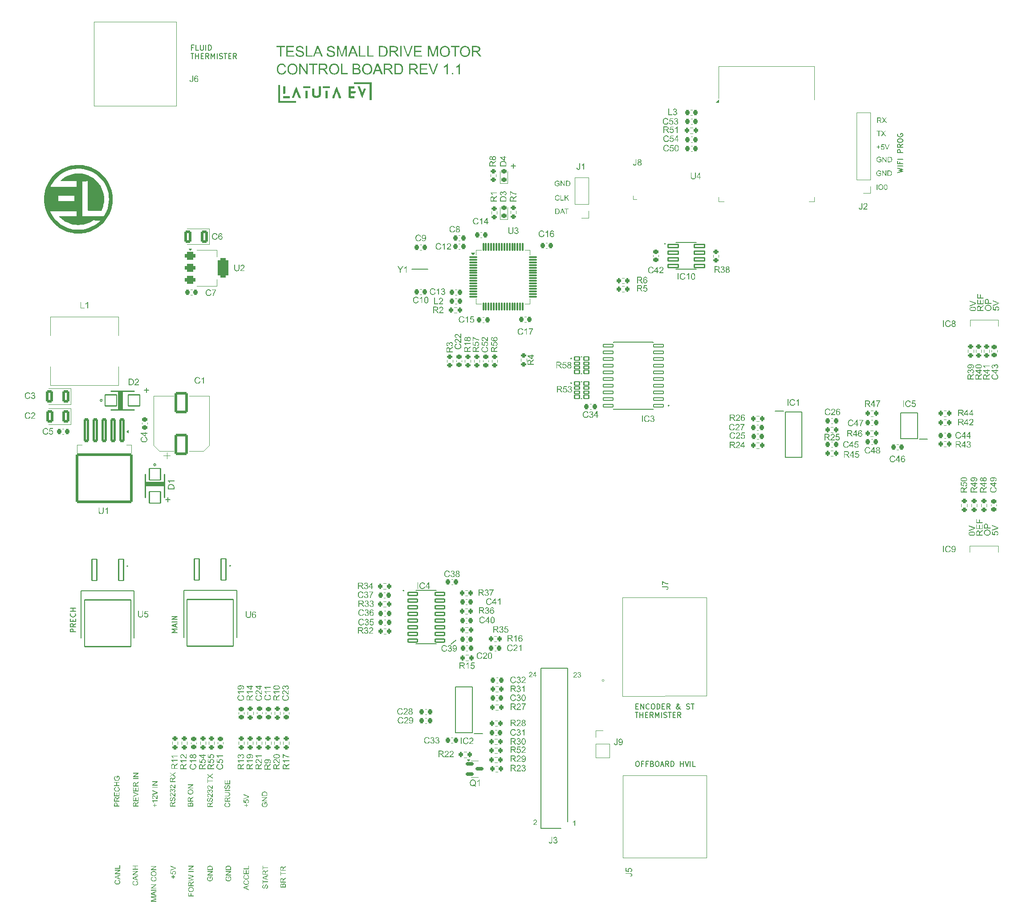
<source format=gto>
G04 #@! TF.GenerationSoftware,KiCad,Pcbnew,8.0.3*
G04 #@! TF.CreationDate,2024-08-06T18:59:45+01:00*
G04 #@! TF.ProjectId,Tesla Small Drive,5465736c-6120-4536-9d61-6c6c20447269,rev?*
G04 #@! TF.SameCoordinates,Original*
G04 #@! TF.FileFunction,Legend,Top*
G04 #@! TF.FilePolarity,Positive*
%FSLAX46Y46*%
G04 Gerber Fmt 4.6, Leading zero omitted, Abs format (unit mm)*
G04 Created by KiCad (PCBNEW 8.0.3) date 2024-08-06 18:59:45*
%MOMM*%
%LPD*%
G01*
G04 APERTURE LIST*
G04 Aperture macros list*
%AMRoundRect*
0 Rectangle with rounded corners*
0 $1 Rounding radius*
0 $2 $3 $4 $5 $6 $7 $8 $9 X,Y pos of 4 corners*
0 Add a 4 corners polygon primitive as box body*
4,1,4,$2,$3,$4,$5,$6,$7,$8,$9,$2,$3,0*
0 Add four circle primitives for the rounded corners*
1,1,$1+$1,$2,$3*
1,1,$1+$1,$4,$5*
1,1,$1+$1,$6,$7*
1,1,$1+$1,$8,$9*
0 Add four rect primitives between the rounded corners*
20,1,$1+$1,$2,$3,$4,$5,0*
20,1,$1+$1,$4,$5,$6,$7,0*
20,1,$1+$1,$6,$7,$8,$9,0*
20,1,$1+$1,$8,$9,$2,$3,0*%
G04 Aperture macros list end*
%ADD10C,0.150000*%
%ADD11C,0.100000*%
%ADD12C,0.254000*%
%ADD13C,0.120000*%
%ADD14C,0.127000*%
%ADD15C,0.200000*%
%ADD16C,0.000000*%
%ADD17C,0.010000*%
%ADD18C,3.400000*%
%ADD19C,1.524000*%
%ADD20RoundRect,0.225000X0.225000X0.250000X-0.225000X0.250000X-0.225000X-0.250000X0.225000X-0.250000X0*%
%ADD21RoundRect,0.102000X-0.470000X2.035000X-0.470000X-2.035000X0.470000X-2.035000X0.470000X2.035000X0*%
%ADD22RoundRect,0.102000X-4.385000X4.460000X-4.385000X-4.460000X4.385000X-4.460000X4.385000X4.460000X0*%
%ADD23RoundRect,0.200000X-0.275000X0.200000X-0.275000X-0.200000X0.275000X-0.200000X0.275000X0.200000X0*%
%ADD24RoundRect,0.200000X0.275000X-0.200000X0.275000X0.200000X-0.275000X0.200000X-0.275000X-0.200000X0*%
%ADD25RoundRect,0.200000X-0.200000X-0.275000X0.200000X-0.275000X0.200000X0.275000X-0.200000X0.275000X0*%
%ADD26RoundRect,0.225000X-0.225000X-0.250000X0.225000X-0.250000X0.225000X0.250000X-0.225000X0.250000X0*%
%ADD27RoundRect,0.225000X0.250000X-0.225000X0.250000X0.225000X-0.250000X0.225000X-0.250000X-0.225000X0*%
%ADD28RoundRect,0.200000X0.200000X0.275000X-0.200000X0.275000X-0.200000X-0.275000X0.200000X-0.275000X0*%
%ADD29RoundRect,0.150000X-0.587500X-0.150000X0.587500X-0.150000X0.587500X0.150000X-0.587500X0.150000X0*%
%ADD30C,13.000000*%
%ADD31RoundRect,0.225000X-0.250000X0.225000X-0.250000X-0.225000X0.250000X-0.225000X0.250000X0.225000X0*%
%ADD32R,1.550000X0.700000*%
%ADD33RoundRect,0.085500X0.966500X0.256500X-0.966500X0.256500X-0.966500X-0.256500X0.966500X-0.256500X0*%
%ADD34RoundRect,0.250000X-0.300000X2.050000X-0.300000X-2.050000X0.300000X-2.050000X0.300000X2.050000X0*%
%ADD35RoundRect,0.250002X-5.149998X4.449998X-5.149998X-4.449998X5.149998X-4.449998X5.149998X4.449998X0*%
%ADD36C,8.000000*%
%ADD37R,1.200000X1.200000*%
%ADD38C,1.200000*%
%ADD39R,1.528000X0.650000*%
%ADD40R,1.000000X1.000000*%
%ADD41C,1.000000*%
%ADD42RoundRect,0.250000X0.412500X0.925000X-0.412500X0.925000X-0.412500X-0.925000X0.412500X-0.925000X0*%
%ADD43RoundRect,0.100500X-0.986500X-0.301500X0.986500X-0.301500X0.986500X0.301500X-0.986500X0.301500X0*%
%ADD44R,2.900000X5.400000*%
%ADD45R,1.700000X1.700000*%
%ADD46O,1.700000X1.700000*%
%ADD47RoundRect,0.099250X-0.877750X-0.297750X0.877750X-0.297750X0.877750X0.297750X-0.877750X0.297750X0*%
%ADD48C,2.374900*%
%ADD49C,0.990600*%
%ADD50C,0.787400*%
%ADD51R,3.400000X2.250000*%
%ADD52RoundRect,0.102000X-1.100000X-1.075000X1.100000X-1.075000X1.100000X1.075000X-1.100000X1.075000X0*%
%ADD53R,1.500000X0.900000*%
%ADD54R,0.900000X1.500000*%
%ADD55C,0.600000*%
%ADD56R,3.800000X3.800000*%
%ADD57RoundRect,0.218750X0.256250X-0.218750X0.256250X0.218750X-0.256250X0.218750X-0.256250X-0.218750X0*%
%ADD58RoundRect,0.375000X-0.625000X-0.375000X0.625000X-0.375000X0.625000X0.375000X-0.625000X0.375000X0*%
%ADD59RoundRect,0.500000X-0.500000X-1.400000X0.500000X-1.400000X0.500000X1.400000X-0.500000X1.400000X0*%
%ADD60RoundRect,0.102000X-0.470000X-0.340000X0.470000X-0.340000X0.470000X0.340000X-0.470000X0.340000X0*%
%ADD61RoundRect,0.102000X-0.470000X-0.265000X0.470000X-0.265000X0.470000X0.265000X-0.470000X0.265000X0*%
%ADD62RoundRect,0.250000X1.000000X-1.750000X1.000000X1.750000X-1.000000X1.750000X-1.000000X-1.750000X0*%
%ADD63RoundRect,0.075000X-0.700000X-0.075000X0.700000X-0.075000X0.700000X0.075000X-0.700000X0.075000X0*%
%ADD64RoundRect,0.075000X-0.075000X-0.700000X0.075000X-0.700000X0.075000X0.700000X-0.075000X0.700000X0*%
%ADD65RoundRect,0.218750X-0.218750X-0.256250X0.218750X-0.256250X0.218750X0.256250X-0.218750X0.256250X0*%
%ADD66RoundRect,0.102000X-1.075000X1.100000X-1.075000X-1.100000X1.075000X-1.100000X1.075000X1.100000X0*%
%ADD67C,3.500000*%
%ADD68C,12.800000*%
%ADD69R,2.100000X2.100000*%
%ADD70C,2.100000*%
G04 APERTURE END LIST*
D10*
G36*
X144338304Y-149072763D02*
G01*
X144338304Y-149190000D01*
X143672498Y-149190000D01*
X143676456Y-149140798D01*
X143686908Y-149104026D01*
X143708118Y-149057437D01*
X143733611Y-149015534D01*
X143765019Y-148974060D01*
X143768485Y-148969937D01*
X143803888Y-148931082D01*
X143841975Y-148893820D01*
X143880409Y-148859112D01*
X143923613Y-148822440D01*
X143930174Y-148817041D01*
X143969543Y-148783972D01*
X144014074Y-148745117D01*
X144053406Y-148709016D01*
X144093740Y-148669331D01*
X144131334Y-148628046D01*
X144151946Y-148601863D01*
X144179928Y-148557888D01*
X144200279Y-148510614D01*
X144209606Y-148460541D01*
X144209832Y-148451653D01*
X144202413Y-148399263D01*
X144180157Y-148353468D01*
X144157076Y-148326601D01*
X144117222Y-148297538D01*
X144069864Y-148280539D01*
X144020300Y-148275554D01*
X143967911Y-148281016D01*
X143918329Y-148299642D01*
X143877173Y-148331486D01*
X143846633Y-148375047D01*
X143829689Y-148423514D01*
X143823249Y-148474354D01*
X143822951Y-148486580D01*
X143695945Y-148473147D01*
X143703341Y-148420822D01*
X143715820Y-148373393D01*
X143736804Y-148324244D01*
X143764707Y-148281757D01*
X143794131Y-148250642D01*
X143834217Y-148220758D01*
X143879890Y-148198215D01*
X143931149Y-148183012D01*
X143979532Y-148175822D01*
X144022986Y-148173949D01*
X144075179Y-148176791D01*
X144130709Y-148187292D01*
X144180466Y-148205529D01*
X144224449Y-148231504D01*
X144252330Y-148254794D01*
X144285259Y-148292010D01*
X144312988Y-148339065D01*
X144330154Y-148390943D01*
X144336508Y-148440294D01*
X144336838Y-148455073D01*
X144332767Y-148504164D01*
X144320553Y-148552610D01*
X144312170Y-148574752D01*
X144289066Y-148619608D01*
X144259801Y-148662296D01*
X144230104Y-148698339D01*
X144191810Y-148738709D01*
X144153717Y-148775397D01*
X144115280Y-148810528D01*
X144071503Y-148849059D01*
X144039351Y-148876636D01*
X144000467Y-148909944D01*
X143962158Y-148943398D01*
X143924065Y-148977858D01*
X143896468Y-149004863D01*
X143864500Y-149042937D01*
X143844445Y-149072763D01*
X144338304Y-149072763D01*
G37*
G36*
X144987013Y-148830474D02*
G01*
X145123056Y-148830474D01*
X145123056Y-148943803D01*
X144987013Y-148943803D01*
X144987013Y-149190000D01*
X144863426Y-149190000D01*
X144863426Y-148943803D01*
X144426475Y-148943803D01*
X144426475Y-148830474D01*
X144548108Y-148830474D01*
X144863426Y-148830474D01*
X144863426Y-148373740D01*
X144548108Y-148830474D01*
X144426475Y-148830474D01*
X144886140Y-148173949D01*
X144987013Y-148173949D01*
X144987013Y-148830474D01*
G37*
G36*
X152798304Y-149132763D02*
G01*
X152798304Y-149250000D01*
X152132498Y-149250000D01*
X152136456Y-149200798D01*
X152146908Y-149164026D01*
X152168118Y-149117437D01*
X152193611Y-149075534D01*
X152225019Y-149034060D01*
X152228485Y-149029937D01*
X152263888Y-148991082D01*
X152301975Y-148953820D01*
X152340409Y-148919112D01*
X152383613Y-148882440D01*
X152390174Y-148877041D01*
X152429543Y-148843972D01*
X152474074Y-148805117D01*
X152513406Y-148769016D01*
X152553740Y-148729331D01*
X152591334Y-148688046D01*
X152611946Y-148661863D01*
X152639928Y-148617888D01*
X152660279Y-148570614D01*
X152669606Y-148520541D01*
X152669832Y-148511653D01*
X152662413Y-148459263D01*
X152640157Y-148413468D01*
X152617076Y-148386601D01*
X152577222Y-148357538D01*
X152529864Y-148340539D01*
X152480300Y-148335554D01*
X152427911Y-148341016D01*
X152378329Y-148359642D01*
X152337173Y-148391486D01*
X152306633Y-148435047D01*
X152289689Y-148483514D01*
X152283249Y-148534354D01*
X152282951Y-148546580D01*
X152155945Y-148533147D01*
X152163341Y-148480822D01*
X152175820Y-148433393D01*
X152196804Y-148384244D01*
X152224707Y-148341757D01*
X152254131Y-148310642D01*
X152294217Y-148280758D01*
X152339890Y-148258215D01*
X152391149Y-148243012D01*
X152439532Y-148235822D01*
X152482986Y-148233949D01*
X152535179Y-148236791D01*
X152590709Y-148247292D01*
X152640466Y-148265529D01*
X152684449Y-148291504D01*
X152712330Y-148314794D01*
X152745259Y-148352010D01*
X152772988Y-148399065D01*
X152790154Y-148450943D01*
X152796508Y-148500294D01*
X152796838Y-148515073D01*
X152792767Y-148564164D01*
X152780553Y-148612610D01*
X152772170Y-148634752D01*
X152749066Y-148679608D01*
X152719801Y-148722296D01*
X152690104Y-148758339D01*
X152651810Y-148798709D01*
X152613717Y-148835397D01*
X152575280Y-148870528D01*
X152531503Y-148909059D01*
X152499351Y-148936636D01*
X152460467Y-148969944D01*
X152422158Y-149003398D01*
X152384065Y-149037858D01*
X152356468Y-149064863D01*
X152324500Y-149102937D01*
X152304445Y-149132763D01*
X152798304Y-149132763D01*
G37*
G36*
X152927752Y-148985240D02*
G01*
X153051339Y-148968632D01*
X153063826Y-149016915D01*
X153082326Y-149062586D01*
X153111339Y-149105969D01*
X153123635Y-149118353D01*
X153165229Y-149146185D01*
X153213074Y-149161171D01*
X153248443Y-149164026D01*
X153300421Y-149158111D01*
X153347056Y-149140365D01*
X153388349Y-149110789D01*
X153395966Y-149103454D01*
X153427651Y-149062782D01*
X153447600Y-149016480D01*
X153455815Y-148964550D01*
X153456050Y-148953489D01*
X153450612Y-148903147D01*
X153432067Y-148854548D01*
X153400362Y-148813049D01*
X153358527Y-148781483D01*
X153309593Y-148763020D01*
X153258946Y-148757606D01*
X153208304Y-148762949D01*
X153171507Y-148771284D01*
X153185429Y-148654780D01*
X153205212Y-148656001D01*
X153257713Y-148651210D01*
X153306403Y-148636837D01*
X153347362Y-148615457D01*
X153383377Y-148582387D01*
X153405617Y-148534462D01*
X153410621Y-148490404D01*
X153403002Y-148439819D01*
X153377757Y-148393817D01*
X153364459Y-148379518D01*
X153322717Y-148351053D01*
X153272106Y-148337100D01*
X153245757Y-148335554D01*
X153195084Y-148341874D01*
X153147785Y-148362984D01*
X153125589Y-148380495D01*
X153094345Y-148420520D01*
X153074214Y-148468314D01*
X153063796Y-148515317D01*
X152940209Y-148493335D01*
X152952810Y-148441931D01*
X152970950Y-148395856D01*
X152998466Y-148349724D01*
X153033217Y-148310554D01*
X153043035Y-148301849D01*
X153085671Y-148272143D01*
X153133222Y-148250924D01*
X153185688Y-148238193D01*
X153235628Y-148234016D01*
X153243070Y-148233949D01*
X153293249Y-148237384D01*
X153345527Y-148249096D01*
X153394745Y-148269120D01*
X153438566Y-148296360D01*
X153474652Y-148329717D01*
X153500746Y-148365352D01*
X153523220Y-148412029D01*
X153535322Y-148460836D01*
X153537627Y-148494556D01*
X153531863Y-148545449D01*
X153514570Y-148592552D01*
X153502700Y-148613014D01*
X153468719Y-148652688D01*
X153427406Y-148682942D01*
X153398897Y-148697766D01*
X153446012Y-148712980D01*
X153490930Y-148738177D01*
X153528024Y-148772104D01*
X153537627Y-148783984D01*
X153563773Y-148828115D01*
X153580236Y-148878685D01*
X153586772Y-148929705D01*
X153587208Y-148947871D01*
X153582603Y-149004072D01*
X153568789Y-149056417D01*
X153545765Y-149104905D01*
X153513531Y-149149536D01*
X153490976Y-149173307D01*
X153453112Y-149204683D01*
X153404444Y-149233083D01*
X153350938Y-149252648D01*
X153301224Y-149262385D01*
X153247955Y-149265631D01*
X153192082Y-149261903D01*
X153140511Y-149250718D01*
X153093240Y-149232077D01*
X153050271Y-149205979D01*
X153027648Y-149187718D01*
X152992981Y-149151315D01*
X152965491Y-149110494D01*
X152945176Y-149065255D01*
X152932038Y-149015599D01*
X152927752Y-148985240D01*
G37*
G36*
X145188304Y-177192763D02*
G01*
X145188304Y-177310000D01*
X144522498Y-177310000D01*
X144526456Y-177260798D01*
X144536908Y-177224026D01*
X144558118Y-177177437D01*
X144583611Y-177135534D01*
X144615019Y-177094060D01*
X144618485Y-177089937D01*
X144653888Y-177051082D01*
X144691975Y-177013820D01*
X144730409Y-176979112D01*
X144773613Y-176942440D01*
X144780174Y-176937041D01*
X144819543Y-176903972D01*
X144864074Y-176865117D01*
X144903406Y-176829016D01*
X144943740Y-176789331D01*
X144981334Y-176748046D01*
X145001946Y-176721863D01*
X145029928Y-176677888D01*
X145050279Y-176630614D01*
X145059606Y-176580541D01*
X145059832Y-176571653D01*
X145052413Y-176519263D01*
X145030157Y-176473468D01*
X145007076Y-176446601D01*
X144967222Y-176417538D01*
X144919864Y-176400539D01*
X144870300Y-176395554D01*
X144817911Y-176401016D01*
X144768329Y-176419642D01*
X144727173Y-176451486D01*
X144696633Y-176495047D01*
X144679689Y-176543514D01*
X144673249Y-176594354D01*
X144672951Y-176606580D01*
X144545945Y-176593147D01*
X144553341Y-176540822D01*
X144565820Y-176493393D01*
X144586804Y-176444244D01*
X144614707Y-176401757D01*
X144644131Y-176370642D01*
X144684217Y-176340758D01*
X144729890Y-176318215D01*
X144781149Y-176303012D01*
X144829532Y-176295822D01*
X144872986Y-176293949D01*
X144925179Y-176296791D01*
X144980709Y-176307292D01*
X145030466Y-176325529D01*
X145074449Y-176351504D01*
X145102330Y-176374794D01*
X145135259Y-176412010D01*
X145162988Y-176459065D01*
X145180154Y-176510943D01*
X145186508Y-176560294D01*
X145186838Y-176575073D01*
X145182767Y-176624164D01*
X145170553Y-176672610D01*
X145162170Y-176694752D01*
X145139066Y-176739608D01*
X145109801Y-176782296D01*
X145080104Y-176818339D01*
X145041810Y-176858709D01*
X145003717Y-176895397D01*
X144965280Y-176930528D01*
X144921503Y-176969059D01*
X144889351Y-176996636D01*
X144850467Y-177029944D01*
X144812158Y-177063398D01*
X144774065Y-177097858D01*
X144746468Y-177124863D01*
X144714500Y-177162937D01*
X144694445Y-177192763D01*
X145188304Y-177192763D01*
G37*
G36*
X152464145Y-177470000D02*
G01*
X152340558Y-177470000D01*
X152340558Y-176678164D01*
X152303120Y-176710587D01*
X152261923Y-176740309D01*
X152223321Y-176764626D01*
X152179439Y-176789394D01*
X152134529Y-176811790D01*
X152093140Y-176829106D01*
X152093140Y-176704054D01*
X152137303Y-176681926D01*
X152184713Y-176654262D01*
X152228856Y-176624064D01*
X152269732Y-176591331D01*
X152274612Y-176587062D01*
X152310607Y-176553005D01*
X152344314Y-176515312D01*
X152373337Y-176474201D01*
X152384521Y-176453949D01*
X152464145Y-176453949D01*
X152464145Y-177470000D01*
G37*
G36*
X209801158Y-56420000D02*
G01*
X209801158Y-55403949D01*
X209934515Y-55403949D01*
X209934515Y-56420000D01*
X209801158Y-56420000D01*
G37*
G36*
X210660441Y-55390670D02*
G01*
X210709829Y-55397729D01*
X210757276Y-55409492D01*
X210810178Y-55429164D01*
X210860439Y-55455240D01*
X210906927Y-55487055D01*
X210948295Y-55523942D01*
X210984544Y-55565902D01*
X211015675Y-55612933D01*
X211031165Y-55642086D01*
X211051169Y-55688099D01*
X211067034Y-55736379D01*
X211078761Y-55786926D01*
X211086349Y-55839740D01*
X211089797Y-55894820D01*
X211090027Y-55913684D01*
X211087846Y-55970253D01*
X211081303Y-56024555D01*
X211070398Y-56076590D01*
X211055131Y-56126359D01*
X211035502Y-56173860D01*
X211027990Y-56189190D01*
X211003005Y-56232641D01*
X210969277Y-56278104D01*
X210930617Y-56317933D01*
X210887025Y-56352128D01*
X210852868Y-56373105D01*
X210802433Y-56397468D01*
X210750292Y-56415847D01*
X210696445Y-56428243D01*
X210640892Y-56434654D01*
X210608381Y-56435631D01*
X210556131Y-56433210D01*
X210505993Y-56425945D01*
X210457968Y-56413838D01*
X210412055Y-56396888D01*
X210368254Y-56375095D01*
X210354124Y-56366755D01*
X210307766Y-56334107D01*
X210266575Y-56296644D01*
X210230549Y-56254365D01*
X210199690Y-56207272D01*
X210184375Y-56178199D01*
X210164786Y-56132922D01*
X210147054Y-56078861D01*
X210134839Y-56023467D01*
X210128760Y-55974927D01*
X210126804Y-55927117D01*
X210264242Y-55927117D01*
X210266633Y-55982612D01*
X210273807Y-56034303D01*
X210285763Y-56082189D01*
X210306422Y-56134631D01*
X210333968Y-56181594D01*
X210362184Y-56216545D01*
X210400655Y-56252486D01*
X210442612Y-56280991D01*
X210488056Y-56302060D01*
X210536985Y-56315693D01*
X210589401Y-56321889D01*
X210607648Y-56322302D01*
X210662196Y-56318550D01*
X210713000Y-56307293D01*
X210760061Y-56288531D01*
X210803378Y-56262264D01*
X210842951Y-56228493D01*
X210855310Y-56215568D01*
X210888346Y-56172400D01*
X210914547Y-56122947D01*
X210931159Y-56076934D01*
X210943026Y-56026557D01*
X210950145Y-55971814D01*
X210952519Y-55912707D01*
X210950532Y-55859932D01*
X210944571Y-55810172D01*
X210932893Y-55756996D01*
X210916025Y-55707758D01*
X210910997Y-55696064D01*
X210887825Y-55652390D01*
X210855990Y-55609498D01*
X210818050Y-55573212D01*
X210789364Y-55552693D01*
X210742775Y-55528017D01*
X210693134Y-55511417D01*
X210640440Y-55502893D01*
X210609846Y-55501646D01*
X210558114Y-55505098D01*
X210509164Y-55515454D01*
X210462997Y-55532713D01*
X210419611Y-55556876D01*
X210379008Y-55587942D01*
X210366092Y-55599832D01*
X210331479Y-55641180D01*
X210304027Y-55691767D01*
X210286621Y-55740980D01*
X210274189Y-55796610D01*
X210267823Y-55845733D01*
X210264640Y-55898963D01*
X210264242Y-55927117D01*
X210126804Y-55927117D01*
X210126734Y-55925408D01*
X210128836Y-55864107D01*
X210135145Y-55806232D01*
X210145659Y-55751785D01*
X210160378Y-55700765D01*
X210179303Y-55653172D01*
X210202434Y-55609006D01*
X210229770Y-55568267D01*
X210261311Y-55530956D01*
X210305351Y-55489864D01*
X210353208Y-55455736D01*
X210404880Y-55428574D01*
X210460369Y-55408376D01*
X210519675Y-55395143D01*
X210569866Y-55389571D01*
X210609113Y-55388318D01*
X210660441Y-55390670D01*
G37*
G36*
X211587199Y-55407817D02*
G01*
X211635847Y-55419419D01*
X211675966Y-55436678D01*
X211718922Y-55465311D01*
X211755833Y-55502120D01*
X211777083Y-55531200D01*
X211802433Y-55576718D01*
X211821972Y-55623659D01*
X211836703Y-55670433D01*
X211839609Y-55681409D01*
X211849546Y-55729479D01*
X211856645Y-55785273D01*
X211860527Y-55840430D01*
X211862124Y-55892413D01*
X211862323Y-55920034D01*
X211861435Y-55973930D01*
X211858769Y-56024486D01*
X211853225Y-56080746D01*
X211845122Y-56132197D01*
X211832435Y-56186147D01*
X211825931Y-56207264D01*
X211805476Y-56258753D01*
X211780502Y-56304045D01*
X211751010Y-56343139D01*
X211716999Y-56376036D01*
X211673181Y-56404844D01*
X211623335Y-56424224D01*
X211573968Y-56433536D01*
X211533817Y-56435631D01*
X211481427Y-56431947D01*
X211433433Y-56420896D01*
X211382997Y-56398692D01*
X211338545Y-56366460D01*
X211305205Y-56330851D01*
X211276497Y-56287591D01*
X211252655Y-56236579D01*
X211237085Y-56190188D01*
X211224628Y-56138836D01*
X211215286Y-56082523D01*
X211209058Y-56021248D01*
X211206430Y-55972037D01*
X211205554Y-55920034D01*
X211205558Y-55919790D01*
X211332561Y-55919790D01*
X211333469Y-55979469D01*
X211336194Y-56033943D01*
X211340735Y-56083212D01*
X211348966Y-56137477D01*
X211362591Y-56191859D01*
X211383651Y-56240502D01*
X211390690Y-56251472D01*
X211425514Y-56291378D01*
X211469191Y-56320401D01*
X211518116Y-56333300D01*
X211533817Y-56334026D01*
X211584445Y-56325940D01*
X211629777Y-56301683D01*
X211666050Y-56266025D01*
X211677187Y-56251228D01*
X211699837Y-56207068D01*
X211714824Y-56156584D01*
X211724191Y-56105606D01*
X211730719Y-56046531D01*
X211733898Y-55993441D01*
X211735260Y-55935168D01*
X211735317Y-55919790D01*
X211734409Y-55859947D01*
X211731684Y-55805347D01*
X211727143Y-55755991D01*
X211718911Y-55701670D01*
X211705287Y-55647299D01*
X211684226Y-55598778D01*
X211677187Y-55587864D01*
X211642248Y-55548076D01*
X211598170Y-55519139D01*
X211548558Y-55506278D01*
X211532595Y-55505554D01*
X211482683Y-55512638D01*
X211435548Y-55536795D01*
X211399761Y-55573631D01*
X211396552Y-55578094D01*
X211371618Y-55626085D01*
X211355120Y-55679144D01*
X211344809Y-55731770D01*
X211337622Y-55792040D01*
X211334123Y-55845760D01*
X211332623Y-55904373D01*
X211332561Y-55919790D01*
X211205558Y-55919790D01*
X211206449Y-55865793D01*
X211209132Y-55814962D01*
X211214713Y-55758468D01*
X211222871Y-55706885D01*
X211235643Y-55652912D01*
X211242191Y-55631828D01*
X211262844Y-55580262D01*
X211287925Y-55534986D01*
X211317433Y-55495998D01*
X211351367Y-55463300D01*
X211395127Y-55434610D01*
X211444799Y-55415309D01*
X211493914Y-55406036D01*
X211533817Y-55403949D01*
X211587199Y-55407817D01*
G37*
G36*
X210392910Y-42685270D02*
G01*
X210442531Y-42689232D01*
X210491685Y-42696994D01*
X210541793Y-42711549D01*
X210586637Y-42735348D01*
X210624786Y-42769134D01*
X210653656Y-42808513D01*
X210675810Y-42853426D01*
X210689758Y-42901154D01*
X210695502Y-42951696D01*
X210695666Y-42962142D01*
X210691331Y-43014349D01*
X210678325Y-43062281D01*
X210653329Y-43111097D01*
X210626301Y-43145324D01*
X210586902Y-43179075D01*
X210538068Y-43206079D01*
X210487600Y-43224173D01*
X210438593Y-43235571D01*
X210412100Y-43239846D01*
X210456032Y-43263674D01*
X210492456Y-43290160D01*
X210528320Y-43326496D01*
X210562943Y-43368031D01*
X210593043Y-43409859D01*
X210602854Y-43424738D01*
X210778220Y-43700000D01*
X210610425Y-43700000D01*
X210477313Y-43489462D01*
X210449408Y-43446582D01*
X210421081Y-43404729D01*
X210390866Y-43362757D01*
X210381081Y-43350000D01*
X210347361Y-43311048D01*
X210313426Y-43282344D01*
X210268043Y-43259996D01*
X210252609Y-43255478D01*
X210202326Y-43250898D01*
X210178360Y-43250593D01*
X210023754Y-43250593D01*
X210023754Y-43700000D01*
X209890642Y-43700000D01*
X209890642Y-43137264D01*
X210023754Y-43137264D01*
X210310251Y-43137264D01*
X210363455Y-43135380D01*
X210412998Y-43128954D01*
X210453133Y-43117969D01*
X210498501Y-43092934D01*
X210531535Y-43056420D01*
X210552498Y-43009197D01*
X210558401Y-42964096D01*
X210551086Y-42913148D01*
X210529138Y-42869482D01*
X210506378Y-42844417D01*
X210463651Y-42817579D01*
X210412436Y-42802848D01*
X210362981Y-42797692D01*
X210342491Y-42797278D01*
X210023754Y-42797278D01*
X210023754Y-43137264D01*
X209890642Y-43137264D01*
X209890642Y-42683949D01*
X210337117Y-42683949D01*
X210392910Y-42685270D01*
G37*
G36*
X210796294Y-43700000D02*
G01*
X211185861Y-43170481D01*
X210842456Y-42683949D01*
X211000969Y-42683949D01*
X211183907Y-42942114D01*
X211213310Y-42984397D01*
X211242163Y-43028152D01*
X211264752Y-43065945D01*
X211291783Y-43024042D01*
X211322317Y-42980765D01*
X211344619Y-42951151D01*
X211547096Y-42683949D01*
X211692177Y-42683949D01*
X211338269Y-43162909D01*
X211719532Y-43700000D01*
X211554668Y-43700000D01*
X211301388Y-43340718D01*
X211274140Y-43299846D01*
X211257424Y-43273307D01*
X211231625Y-43314848D01*
X211209309Y-43349023D01*
X210956517Y-43700000D01*
X210796294Y-43700000D01*
G37*
G36*
X210144654Y-46190000D02*
G01*
X210144654Y-45291186D01*
X209812972Y-45291186D01*
X209812972Y-45173949D01*
X210611158Y-45173949D01*
X210611158Y-45291186D01*
X210278011Y-45291186D01*
X210278011Y-46190000D01*
X210144654Y-46190000D01*
G37*
G36*
X210640956Y-46190000D02*
G01*
X211030523Y-45660481D01*
X210687117Y-45173949D01*
X210845631Y-45173949D01*
X211028569Y-45432114D01*
X211057972Y-45474397D01*
X211086825Y-45518152D01*
X211109413Y-45555945D01*
X211136444Y-45514042D01*
X211166978Y-45470765D01*
X211189281Y-45441151D01*
X211391758Y-45173949D01*
X211536838Y-45173949D01*
X211182930Y-45652909D01*
X211564193Y-46190000D01*
X211399330Y-46190000D01*
X211146050Y-45830718D01*
X211118801Y-45789846D01*
X211102086Y-45763307D01*
X211076287Y-45804848D01*
X211053970Y-45839023D01*
X210801179Y-46190000D01*
X210640956Y-46190000D01*
G37*
G36*
X210102442Y-48623684D02*
G01*
X210102442Y-48350132D01*
X209828401Y-48350132D01*
X209828401Y-48232896D01*
X210102442Y-48232896D01*
X210102442Y-47967159D01*
X210219190Y-47967159D01*
X210219190Y-48232896D01*
X210493230Y-48232896D01*
X210493230Y-48350132D01*
X210219190Y-48350132D01*
X210219190Y-48623684D01*
X210102442Y-48623684D01*
G37*
G36*
X210625122Y-48514263D02*
G01*
X210755059Y-48503272D01*
X210766179Y-48552987D01*
X210785603Y-48599479D01*
X210815566Y-48639986D01*
X210821981Y-48646154D01*
X210864422Y-48675326D01*
X210912977Y-48691034D01*
X210948743Y-48694026D01*
X211001790Y-48687300D01*
X211049494Y-48667121D01*
X211091854Y-48633490D01*
X211099685Y-48625150D01*
X211129674Y-48582871D01*
X211149849Y-48533521D01*
X211159542Y-48483719D01*
X211161723Y-48442700D01*
X211157998Y-48391455D01*
X211144904Y-48340628D01*
X211122381Y-48297027D01*
X211102128Y-48271974D01*
X211061432Y-48239002D01*
X211013533Y-48218241D01*
X210964265Y-48209998D01*
X210946545Y-48209448D01*
X210896597Y-48214871D01*
X210847957Y-48232717D01*
X210838834Y-48237780D01*
X210798234Y-48267869D01*
X210766649Y-48305472D01*
X210763119Y-48311053D01*
X210647103Y-48295910D01*
X210744556Y-47779581D01*
X211245498Y-47779581D01*
X211245498Y-47896817D01*
X210843475Y-47896817D01*
X210789253Y-48167438D01*
X210835216Y-48141366D01*
X210882248Y-48122742D01*
X210930349Y-48111568D01*
X210979518Y-48107843D01*
X211035245Y-48112238D01*
X211087022Y-48125421D01*
X211134849Y-48147393D01*
X211178725Y-48178155D01*
X211202023Y-48199678D01*
X211237426Y-48242274D01*
X211264133Y-48289919D01*
X211282145Y-48342612D01*
X211290663Y-48391796D01*
X211292882Y-48435617D01*
X211290082Y-48485778D01*
X211279741Y-48540977D01*
X211261779Y-48592600D01*
X211236197Y-48640647D01*
X211213258Y-48672777D01*
X211174415Y-48714528D01*
X211130609Y-48747641D01*
X211081840Y-48772116D01*
X211028107Y-48787953D01*
X210979539Y-48794551D01*
X210948743Y-48795631D01*
X210898955Y-48792926D01*
X210845362Y-48782934D01*
X210796607Y-48765578D01*
X210752691Y-48740859D01*
X210724284Y-48718695D01*
X210689903Y-48682532D01*
X210662628Y-48641578D01*
X210642459Y-48595832D01*
X210629396Y-48545294D01*
X210625122Y-48514263D01*
G37*
G36*
X211741800Y-48780000D02*
G01*
X211351500Y-47763949D01*
X211495847Y-47763949D01*
X211757676Y-48502784D01*
X211774587Y-48551904D01*
X211789876Y-48599246D01*
X211804960Y-48649765D01*
X211810432Y-48669357D01*
X211825802Y-48617303D01*
X211840859Y-48570454D01*
X211857075Y-48523606D01*
X211864654Y-48502784D01*
X212136741Y-47763949D01*
X212272784Y-47763949D01*
X211878576Y-48780000D01*
X211741800Y-48780000D01*
G37*
G36*
X210279832Y-50771395D02*
G01*
X210279832Y-50654159D01*
X210706280Y-50653426D01*
X210706280Y-51029316D01*
X210663020Y-51061556D01*
X210619152Y-51090103D01*
X210574677Y-51114958D01*
X210529593Y-51136118D01*
X210503558Y-51146552D01*
X210451062Y-51163649D01*
X210397862Y-51175861D01*
X210343961Y-51183189D01*
X210289357Y-51185631D01*
X210234706Y-51183390D01*
X210181944Y-51176667D01*
X210131071Y-51165461D01*
X210082087Y-51149773D01*
X210034992Y-51129603D01*
X210019713Y-51121884D01*
X209976371Y-51095886D01*
X209937201Y-51065887D01*
X209896778Y-51025831D01*
X209866650Y-50987163D01*
X209840696Y-50944493D01*
X209836775Y-50936992D01*
X209815775Y-50890658D01*
X209799120Y-50842332D01*
X209786810Y-50792015D01*
X209778844Y-50739705D01*
X209775223Y-50685403D01*
X209774982Y-50666859D01*
X209777137Y-50612134D01*
X209783603Y-50558782D01*
X209794379Y-50506804D01*
X209809466Y-50456200D01*
X209828863Y-50406970D01*
X209836287Y-50390865D01*
X209861257Y-50345106D01*
X209890005Y-50304002D01*
X209922531Y-50267552D01*
X209965254Y-50230908D01*
X210013119Y-50200600D01*
X210057669Y-50179434D01*
X210104676Y-50162647D01*
X210154138Y-50150239D01*
X210206055Y-50142210D01*
X210260429Y-50138561D01*
X210279099Y-50138318D01*
X210332375Y-50140501D01*
X210383025Y-50147049D01*
X210431049Y-50157964D01*
X210476448Y-50173244D01*
X210523148Y-50195074D01*
X210567923Y-50224450D01*
X210605208Y-50259216D01*
X210614933Y-50270697D01*
X210643994Y-50313473D01*
X210666071Y-50358293D01*
X210684283Y-50409103D01*
X210691137Y-50433607D01*
X210570969Y-50466580D01*
X210554054Y-50418225D01*
X210532639Y-50374296D01*
X210514549Y-50347390D01*
X210479708Y-50312668D01*
X210437392Y-50286371D01*
X210418562Y-50277780D01*
X210369744Y-50261855D01*
X210317079Y-50253280D01*
X210279832Y-50251646D01*
X210230401Y-50253888D01*
X210180054Y-50261635D01*
X210130238Y-50276548D01*
X210121807Y-50279979D01*
X210075405Y-50303735D01*
X210033275Y-50335130D01*
X210014096Y-50354473D01*
X209983978Y-50393312D01*
X209958306Y-50438566D01*
X209950837Y-50455589D01*
X209933954Y-50504102D01*
X209921894Y-50554630D01*
X209914658Y-50607172D01*
X209912247Y-50661730D01*
X209913878Y-50711458D01*
X209919905Y-50765524D01*
X209930374Y-50815336D01*
X209947776Y-50867054D01*
X209958653Y-50890830D01*
X209984481Y-50933908D01*
X210019815Y-50975292D01*
X210061796Y-51009179D01*
X210093475Y-51027606D01*
X210138492Y-51047161D01*
X210190778Y-51062481D01*
X210244803Y-51070731D01*
X210281786Y-51072302D01*
X210335548Y-51069011D01*
X210388451Y-51059136D01*
X210435330Y-51044620D01*
X210450802Y-51038597D01*
X210498487Y-51017102D01*
X210541904Y-50992465D01*
X210575854Y-50966789D01*
X210575854Y-50771395D01*
X210279832Y-50771395D01*
G37*
G36*
X210895568Y-51170000D02*
G01*
X210895568Y-50153949D01*
X211032100Y-50153949D01*
X211561130Y-50951646D01*
X211561130Y-50153949D01*
X211688869Y-50153949D01*
X211688869Y-51170000D01*
X211552337Y-51170000D01*
X211023307Y-50371570D01*
X211023307Y-51170000D01*
X210895568Y-51170000D01*
G37*
G36*
X212309307Y-50154865D02*
G01*
X212363154Y-50158085D01*
X212412651Y-50164382D01*
X212433321Y-50168604D01*
X212484879Y-50184317D01*
X212531476Y-50206423D01*
X212573112Y-50234921D01*
X212580844Y-50241388D01*
X212618244Y-50277704D01*
X212650575Y-50318752D01*
X212677839Y-50364532D01*
X212700034Y-50415045D01*
X212715452Y-50462656D01*
X212727082Y-50513166D01*
X212734926Y-50566574D01*
X212738983Y-50622880D01*
X212739602Y-50656357D01*
X212738316Y-50705744D01*
X212733698Y-50759096D01*
X212725722Y-50809151D01*
X212712735Y-50861521D01*
X212696543Y-50909370D01*
X212675696Y-50956826D01*
X212649294Y-51002084D01*
X212644103Y-51009532D01*
X212611645Y-51049992D01*
X212573925Y-51085917D01*
X212552512Y-51101856D01*
X212508602Y-51126383D01*
X212461988Y-51144300D01*
X212432100Y-51152658D01*
X212381258Y-51162531D01*
X212330730Y-51167950D01*
X212281748Y-51169932D01*
X212270411Y-51170000D01*
X211906978Y-51170000D01*
X211906978Y-51052763D01*
X212040334Y-51052763D01*
X212255268Y-51052763D01*
X212307922Y-51051275D01*
X212358449Y-51046133D01*
X212408000Y-51035113D01*
X212411584Y-51033956D01*
X212456770Y-51014555D01*
X212497651Y-50985170D01*
X212501953Y-50980956D01*
X212534537Y-50940198D01*
X212559216Y-50894629D01*
X212575715Y-50851507D01*
X212588584Y-50803033D01*
X212597242Y-50749111D01*
X212601401Y-50696606D01*
X212602337Y-50654403D01*
X212600508Y-50596763D01*
X212595021Y-50544379D01*
X212583997Y-50489906D01*
X212567993Y-50442585D01*
X212550314Y-50407718D01*
X212519410Y-50363722D01*
X212484952Y-50328729D01*
X212442496Y-50300407D01*
X212424284Y-50292191D01*
X212374962Y-50279391D01*
X212325890Y-50273668D01*
X212273576Y-50271370D01*
X212251849Y-50271186D01*
X212040334Y-50271186D01*
X212040334Y-51052763D01*
X211906978Y-51052763D01*
X211906978Y-50153949D01*
X212254047Y-50153949D01*
X212309307Y-50154865D01*
G37*
G36*
X210249832Y-53381395D02*
G01*
X210249832Y-53264159D01*
X210676280Y-53263426D01*
X210676280Y-53639316D01*
X210633020Y-53671556D01*
X210589152Y-53700103D01*
X210544677Y-53724958D01*
X210499593Y-53746118D01*
X210473558Y-53756552D01*
X210421062Y-53773649D01*
X210367862Y-53785861D01*
X210313961Y-53793189D01*
X210259357Y-53795631D01*
X210204706Y-53793390D01*
X210151944Y-53786667D01*
X210101071Y-53775461D01*
X210052087Y-53759773D01*
X210004992Y-53739603D01*
X209989713Y-53731884D01*
X209946371Y-53705886D01*
X209907201Y-53675887D01*
X209866778Y-53635831D01*
X209836650Y-53597163D01*
X209810696Y-53554493D01*
X209806775Y-53546992D01*
X209785775Y-53500658D01*
X209769120Y-53452332D01*
X209756810Y-53402015D01*
X209748844Y-53349705D01*
X209745223Y-53295403D01*
X209744982Y-53276859D01*
X209747137Y-53222134D01*
X209753603Y-53168782D01*
X209764379Y-53116804D01*
X209779466Y-53066200D01*
X209798863Y-53016970D01*
X209806287Y-53000865D01*
X209831257Y-52955106D01*
X209860005Y-52914002D01*
X209892531Y-52877552D01*
X209935254Y-52840908D01*
X209983119Y-52810600D01*
X210027669Y-52789434D01*
X210074676Y-52772647D01*
X210124138Y-52760239D01*
X210176055Y-52752210D01*
X210230429Y-52748561D01*
X210249099Y-52748318D01*
X210302375Y-52750501D01*
X210353025Y-52757049D01*
X210401049Y-52767964D01*
X210446448Y-52783244D01*
X210493148Y-52805074D01*
X210537923Y-52834450D01*
X210575208Y-52869216D01*
X210584933Y-52880697D01*
X210613994Y-52923473D01*
X210636071Y-52968293D01*
X210654283Y-53019103D01*
X210661137Y-53043607D01*
X210540969Y-53076580D01*
X210524054Y-53028225D01*
X210502639Y-52984296D01*
X210484549Y-52957390D01*
X210449708Y-52922668D01*
X210407392Y-52896371D01*
X210388562Y-52887780D01*
X210339744Y-52871855D01*
X210287079Y-52863280D01*
X210249832Y-52861646D01*
X210200401Y-52863888D01*
X210150054Y-52871635D01*
X210100238Y-52886548D01*
X210091807Y-52889979D01*
X210045405Y-52913735D01*
X210003275Y-52945130D01*
X209984096Y-52964473D01*
X209953978Y-53003312D01*
X209928306Y-53048566D01*
X209920837Y-53065589D01*
X209903954Y-53114102D01*
X209891894Y-53164630D01*
X209884658Y-53217172D01*
X209882247Y-53271730D01*
X209883878Y-53321458D01*
X209889905Y-53375524D01*
X209900374Y-53425336D01*
X209917776Y-53477054D01*
X209928653Y-53500830D01*
X209954481Y-53543908D01*
X209989815Y-53585292D01*
X210031796Y-53619179D01*
X210063475Y-53637606D01*
X210108492Y-53657161D01*
X210160778Y-53672481D01*
X210214803Y-53680731D01*
X210251786Y-53682302D01*
X210305548Y-53679011D01*
X210358451Y-53669136D01*
X210405330Y-53654620D01*
X210420802Y-53648597D01*
X210468487Y-53627102D01*
X210511904Y-53602465D01*
X210545854Y-53576789D01*
X210545854Y-53381395D01*
X210249832Y-53381395D01*
G37*
G36*
X210865568Y-53780000D02*
G01*
X210865568Y-52763949D01*
X211002100Y-52763949D01*
X211531130Y-53561646D01*
X211531130Y-52763949D01*
X211658869Y-52763949D01*
X211658869Y-53780000D01*
X211522337Y-53780000D01*
X210993307Y-52981570D01*
X210993307Y-53780000D01*
X210865568Y-53780000D01*
G37*
G36*
X212279307Y-52764865D02*
G01*
X212333154Y-52768085D01*
X212382651Y-52774382D01*
X212403321Y-52778604D01*
X212454879Y-52794317D01*
X212501476Y-52816423D01*
X212543112Y-52844921D01*
X212550844Y-52851388D01*
X212588244Y-52887704D01*
X212620575Y-52928752D01*
X212647839Y-52974532D01*
X212670034Y-53025045D01*
X212685452Y-53072656D01*
X212697082Y-53123166D01*
X212704926Y-53176574D01*
X212708983Y-53232880D01*
X212709602Y-53266357D01*
X212708316Y-53315744D01*
X212703698Y-53369096D01*
X212695722Y-53419151D01*
X212682735Y-53471521D01*
X212666543Y-53519370D01*
X212645696Y-53566826D01*
X212619294Y-53612084D01*
X212614103Y-53619532D01*
X212581645Y-53659992D01*
X212543925Y-53695917D01*
X212522512Y-53711856D01*
X212478602Y-53736383D01*
X212431988Y-53754300D01*
X212402100Y-53762658D01*
X212351258Y-53772531D01*
X212300730Y-53777950D01*
X212251748Y-53779932D01*
X212240411Y-53780000D01*
X211876978Y-53780000D01*
X211876978Y-53662763D01*
X212010334Y-53662763D01*
X212225268Y-53662763D01*
X212277922Y-53661275D01*
X212328449Y-53656133D01*
X212378000Y-53645113D01*
X212381584Y-53643956D01*
X212426770Y-53624555D01*
X212467651Y-53595170D01*
X212471953Y-53590956D01*
X212504537Y-53550198D01*
X212529216Y-53504629D01*
X212545715Y-53461507D01*
X212558584Y-53413033D01*
X212567242Y-53359111D01*
X212571401Y-53306606D01*
X212572337Y-53264403D01*
X212570508Y-53206763D01*
X212565021Y-53154379D01*
X212553997Y-53099906D01*
X212537993Y-53052585D01*
X212520314Y-53017718D01*
X212489410Y-52973722D01*
X212454952Y-52938729D01*
X212412496Y-52910407D01*
X212394284Y-52902191D01*
X212344962Y-52889391D01*
X212295890Y-52883668D01*
X212243576Y-52881370D01*
X212221849Y-52881186D01*
X212010334Y-52881186D01*
X212010334Y-53662763D01*
X211876978Y-53662763D01*
X211876978Y-52763949D01*
X212224047Y-52763949D01*
X212279307Y-52764865D01*
G37*
G36*
X149080772Y-60014865D02*
G01*
X149134619Y-60018085D01*
X149184117Y-60024382D01*
X149204787Y-60028604D01*
X149256345Y-60044317D01*
X149302942Y-60066423D01*
X149344578Y-60094921D01*
X149352309Y-60101388D01*
X149389709Y-60137704D01*
X149422041Y-60178752D01*
X149449304Y-60224532D01*
X149471500Y-60275045D01*
X149486917Y-60322656D01*
X149498548Y-60373166D01*
X149506392Y-60426574D01*
X149510449Y-60482880D01*
X149511067Y-60516357D01*
X149509782Y-60565744D01*
X149505164Y-60619096D01*
X149497188Y-60669151D01*
X149484200Y-60721521D01*
X149468008Y-60769370D01*
X149447162Y-60816826D01*
X149420759Y-60862084D01*
X149415568Y-60869532D01*
X149383111Y-60909992D01*
X149345390Y-60945917D01*
X149323977Y-60961856D01*
X149280068Y-60986383D01*
X149233453Y-61004300D01*
X149203565Y-61012658D01*
X149152723Y-61022531D01*
X149102196Y-61027950D01*
X149053213Y-61029932D01*
X149041877Y-61030000D01*
X148678443Y-61030000D01*
X148678443Y-60912763D01*
X148811800Y-60912763D01*
X149026734Y-60912763D01*
X149079387Y-60911275D01*
X149129915Y-60906133D01*
X149179466Y-60895113D01*
X149183049Y-60893956D01*
X149228236Y-60874555D01*
X149269116Y-60845170D01*
X149273419Y-60840956D01*
X149306002Y-60800198D01*
X149330681Y-60754629D01*
X149347180Y-60711507D01*
X149360050Y-60663033D01*
X149368707Y-60609111D01*
X149372867Y-60556606D01*
X149373803Y-60514403D01*
X149371974Y-60456763D01*
X149366487Y-60404379D01*
X149355462Y-60349906D01*
X149339459Y-60302585D01*
X149321779Y-60267718D01*
X149290876Y-60223722D01*
X149256417Y-60188729D01*
X149213961Y-60160407D01*
X149195750Y-60152191D01*
X149146428Y-60139391D01*
X149097355Y-60133668D01*
X149045041Y-60131370D01*
X149023314Y-60131186D01*
X148811800Y-60131186D01*
X148811800Y-60912763D01*
X148678443Y-60912763D01*
X148678443Y-60013949D01*
X149025512Y-60013949D01*
X149080772Y-60014865D01*
G37*
G36*
X150520523Y-61030000D02*
G01*
X150368848Y-61030000D01*
X150251367Y-60717369D01*
X149830293Y-60717369D01*
X149719651Y-61030000D01*
X149578234Y-61030000D01*
X149738837Y-60607948D01*
X149868639Y-60607948D01*
X150210090Y-60607948D01*
X150105066Y-60328778D01*
X150087890Y-60282656D01*
X150070043Y-60232885D01*
X150052538Y-60181327D01*
X150036530Y-60130112D01*
X150033503Y-60119706D01*
X150022970Y-60168097D01*
X150010422Y-60216304D01*
X149995859Y-60264329D01*
X149979281Y-60312170D01*
X149868639Y-60607948D01*
X149738837Y-60607948D01*
X149964870Y-60013949D01*
X150108485Y-60013949D01*
X150520523Y-61030000D01*
G37*
G36*
X150774291Y-61030000D02*
G01*
X150774291Y-60131186D01*
X150442609Y-60131186D01*
X150442609Y-60013949D01*
X151240795Y-60013949D01*
X151240795Y-60131186D01*
X150907648Y-60131186D01*
X150907648Y-61030000D01*
X150774291Y-61030000D01*
G37*
G36*
X149397006Y-58090474D02*
G01*
X149530362Y-58124180D01*
X149515600Y-58174302D01*
X149497571Y-58220560D01*
X149471622Y-58270969D01*
X149440968Y-58315815D01*
X149405608Y-58355096D01*
X149379420Y-58378192D01*
X149336954Y-58407908D01*
X149291069Y-58431475D01*
X149241768Y-58448895D01*
X149189048Y-58460166D01*
X149132912Y-58465289D01*
X149113440Y-58465631D01*
X149064015Y-58464003D01*
X149008626Y-58457752D01*
X148957512Y-58446813D01*
X148910675Y-58431185D01*
X148861436Y-58407027D01*
X148848436Y-58398953D01*
X148806203Y-58366929D01*
X148768621Y-58329202D01*
X148735691Y-58285772D01*
X148707413Y-58236638D01*
X148693342Y-58206001D01*
X148675247Y-58157904D01*
X148660896Y-58108502D01*
X148650289Y-58057795D01*
X148643425Y-58005783D01*
X148640305Y-57952465D01*
X148640097Y-57934403D01*
X148642210Y-57876477D01*
X148648546Y-57821402D01*
X148659108Y-57769178D01*
X148673894Y-57719805D01*
X148692905Y-57673282D01*
X148700181Y-57658408D01*
X148728899Y-57609615D01*
X148762478Y-57566245D01*
X148800920Y-57528298D01*
X148844223Y-57495773D01*
X148871151Y-57479623D01*
X148920822Y-57455735D01*
X148972598Y-57437715D01*
X149026477Y-57425562D01*
X149082459Y-57419276D01*
X149115394Y-57418318D01*
X149170397Y-57421057D01*
X149222017Y-57429274D01*
X149270254Y-57442970D01*
X149322255Y-57465872D01*
X149369651Y-57496231D01*
X149411752Y-57533357D01*
X149447869Y-57576560D01*
X149474064Y-57618429D01*
X149495863Y-57664763D01*
X149513265Y-57715561D01*
X149381863Y-57746580D01*
X149365063Y-57700348D01*
X149342142Y-57654667D01*
X149311612Y-57612399D01*
X149280258Y-57582937D01*
X149235245Y-57555889D01*
X149183553Y-57538859D01*
X149131320Y-57532097D01*
X149112707Y-57531646D01*
X149063762Y-57534334D01*
X149012261Y-57543990D01*
X148965492Y-57560667D01*
X148918534Y-57587822D01*
X148878359Y-57622454D01*
X148845487Y-57663153D01*
X148819918Y-57709918D01*
X148808869Y-57738520D01*
X148795085Y-57786163D01*
X148785239Y-57834569D01*
X148779331Y-57883738D01*
X148777362Y-57933670D01*
X148779150Y-57988833D01*
X148784514Y-58040840D01*
X148793455Y-58089692D01*
X148808053Y-58141658D01*
X148814731Y-58160083D01*
X148836117Y-58205283D01*
X148866345Y-58248871D01*
X148903102Y-58284770D01*
X148931235Y-58304431D01*
X148976772Y-58327572D01*
X149024357Y-58343139D01*
X149073990Y-58351134D01*
X149102449Y-58352302D01*
X149156243Y-58348181D01*
X149205764Y-58335816D01*
X149251010Y-58315208D01*
X149291981Y-58286357D01*
X149327671Y-58249385D01*
X149357072Y-58204413D01*
X149377639Y-58158502D01*
X149393390Y-58106466D01*
X149397006Y-58090474D01*
G37*
G36*
X149683258Y-58450000D02*
G01*
X149683258Y-57433949D01*
X149816615Y-57433949D01*
X149816615Y-58332763D01*
X150312428Y-58332763D01*
X150312428Y-58450000D01*
X149683258Y-58450000D01*
G37*
G36*
X150461905Y-58450000D02*
G01*
X150461905Y-57433949D01*
X150595261Y-57433949D01*
X150595261Y-57931960D01*
X151095226Y-57433949D01*
X151275966Y-57433949D01*
X150853426Y-57841102D01*
X151294528Y-58450000D01*
X151118674Y-58450000D01*
X150760125Y-57930495D01*
X150595261Y-58090474D01*
X150595261Y-58450000D01*
X150461905Y-58450000D01*
G37*
G36*
X149079832Y-55331395D02*
G01*
X149079832Y-55214159D01*
X149506280Y-55213426D01*
X149506280Y-55589316D01*
X149463020Y-55621556D01*
X149419152Y-55650103D01*
X149374677Y-55674958D01*
X149329593Y-55696118D01*
X149303558Y-55706552D01*
X149251062Y-55723649D01*
X149197862Y-55735861D01*
X149143961Y-55743189D01*
X149089357Y-55745631D01*
X149034706Y-55743390D01*
X148981944Y-55736667D01*
X148931071Y-55725461D01*
X148882087Y-55709773D01*
X148834992Y-55689603D01*
X148819713Y-55681884D01*
X148776371Y-55655886D01*
X148737201Y-55625887D01*
X148696778Y-55585831D01*
X148666650Y-55547163D01*
X148640696Y-55504493D01*
X148636775Y-55496992D01*
X148615775Y-55450658D01*
X148599120Y-55402332D01*
X148586810Y-55352015D01*
X148578844Y-55299705D01*
X148575223Y-55245403D01*
X148574982Y-55226859D01*
X148577137Y-55172134D01*
X148583603Y-55118782D01*
X148594379Y-55066804D01*
X148609466Y-55016200D01*
X148628863Y-54966970D01*
X148636287Y-54950865D01*
X148661257Y-54905106D01*
X148690005Y-54864002D01*
X148722531Y-54827552D01*
X148765254Y-54790908D01*
X148813119Y-54760600D01*
X148857669Y-54739434D01*
X148904676Y-54722647D01*
X148954138Y-54710239D01*
X149006055Y-54702210D01*
X149060429Y-54698561D01*
X149079099Y-54698318D01*
X149132375Y-54700501D01*
X149183025Y-54707049D01*
X149231049Y-54717964D01*
X149276448Y-54733244D01*
X149323148Y-54755074D01*
X149367923Y-54784450D01*
X149405208Y-54819216D01*
X149414933Y-54830697D01*
X149443994Y-54873473D01*
X149466071Y-54918293D01*
X149484283Y-54969103D01*
X149491137Y-54993607D01*
X149370969Y-55026580D01*
X149354054Y-54978225D01*
X149332639Y-54934296D01*
X149314549Y-54907390D01*
X149279708Y-54872668D01*
X149237392Y-54846371D01*
X149218562Y-54837780D01*
X149169744Y-54821855D01*
X149117079Y-54813280D01*
X149079832Y-54811646D01*
X149030401Y-54813888D01*
X148980054Y-54821635D01*
X148930238Y-54836548D01*
X148921807Y-54839979D01*
X148875405Y-54863735D01*
X148833275Y-54895130D01*
X148814096Y-54914473D01*
X148783978Y-54953312D01*
X148758306Y-54998566D01*
X148750837Y-55015589D01*
X148733954Y-55064102D01*
X148721894Y-55114630D01*
X148714658Y-55167172D01*
X148712247Y-55221730D01*
X148713878Y-55271458D01*
X148719905Y-55325524D01*
X148730374Y-55375336D01*
X148747776Y-55427054D01*
X148758653Y-55450830D01*
X148784481Y-55493908D01*
X148819815Y-55535292D01*
X148861796Y-55569179D01*
X148893475Y-55587606D01*
X148938492Y-55607161D01*
X148990778Y-55622481D01*
X149044803Y-55630731D01*
X149081786Y-55632302D01*
X149135548Y-55629011D01*
X149188451Y-55619136D01*
X149235330Y-55604620D01*
X149250802Y-55598597D01*
X149298487Y-55577102D01*
X149341904Y-55552465D01*
X149375854Y-55526789D01*
X149375854Y-55331395D01*
X149079832Y-55331395D01*
G37*
G36*
X149695568Y-55730000D02*
G01*
X149695568Y-54713949D01*
X149832100Y-54713949D01*
X150361130Y-55511646D01*
X150361130Y-54713949D01*
X150488869Y-54713949D01*
X150488869Y-55730000D01*
X150352337Y-55730000D01*
X149823307Y-54931570D01*
X149823307Y-55730000D01*
X149695568Y-55730000D01*
G37*
G36*
X151109307Y-54714865D02*
G01*
X151163154Y-54718085D01*
X151212651Y-54724382D01*
X151233321Y-54728604D01*
X151284879Y-54744317D01*
X151331476Y-54766423D01*
X151373112Y-54794921D01*
X151380844Y-54801388D01*
X151418244Y-54837704D01*
X151450575Y-54878752D01*
X151477839Y-54924532D01*
X151500034Y-54975045D01*
X151515452Y-55022656D01*
X151527082Y-55073166D01*
X151534926Y-55126574D01*
X151538983Y-55182880D01*
X151539602Y-55216357D01*
X151538316Y-55265744D01*
X151533698Y-55319096D01*
X151525722Y-55369151D01*
X151512735Y-55421521D01*
X151496543Y-55469370D01*
X151475696Y-55516826D01*
X151449294Y-55562084D01*
X151444103Y-55569532D01*
X151411645Y-55609992D01*
X151373925Y-55645917D01*
X151352512Y-55661856D01*
X151308602Y-55686383D01*
X151261988Y-55704300D01*
X151232100Y-55712658D01*
X151181258Y-55722531D01*
X151130730Y-55727950D01*
X151081748Y-55729932D01*
X151070411Y-55730000D01*
X150706978Y-55730000D01*
X150706978Y-55612763D01*
X150840334Y-55612763D01*
X151055268Y-55612763D01*
X151107922Y-55611275D01*
X151158449Y-55606133D01*
X151208000Y-55595113D01*
X151211584Y-55593956D01*
X151256770Y-55574555D01*
X151297651Y-55545170D01*
X151301953Y-55540956D01*
X151334537Y-55500198D01*
X151359216Y-55454629D01*
X151375715Y-55411507D01*
X151388584Y-55363033D01*
X151397242Y-55309111D01*
X151401401Y-55256606D01*
X151402337Y-55214403D01*
X151400508Y-55156763D01*
X151395021Y-55104379D01*
X151383997Y-55049906D01*
X151367993Y-55002585D01*
X151350314Y-54967718D01*
X151319410Y-54923722D01*
X151284952Y-54888729D01*
X151242496Y-54860407D01*
X151224284Y-54852191D01*
X151174962Y-54839391D01*
X151125890Y-54833668D01*
X151073576Y-54831370D01*
X151051849Y-54831186D01*
X150840334Y-54831186D01*
X150840334Y-55612763D01*
X150706978Y-55612763D01*
X150706978Y-54713949D01*
X151054047Y-54713949D01*
X151109307Y-54714865D01*
G37*
X70550000Y-94550000D02*
X71410000Y-94550000D01*
X74580000Y-115410000D02*
X75440000Y-115410000D01*
X70980000Y-94130000D02*
X70980000Y-94970000D01*
X75010000Y-114990000D02*
X75010000Y-115830000D01*
X140700000Y-51490000D02*
X140700000Y-52330000D01*
X128900000Y-142900000D02*
X129800000Y-142100000D01*
X140270000Y-51910000D02*
X141130000Y-51910000D01*
G36*
X83530000Y-173169574D02*
G01*
X83319462Y-173302686D01*
X83276582Y-173330591D01*
X83234729Y-173358918D01*
X83192757Y-173389133D01*
X83180000Y-173398918D01*
X83141048Y-173432638D01*
X83112344Y-173466573D01*
X83089996Y-173511956D01*
X83085478Y-173527390D01*
X83080898Y-173577673D01*
X83080593Y-173601639D01*
X83080593Y-173756245D01*
X83530000Y-173756245D01*
X83530000Y-173889357D01*
X82513949Y-173889357D01*
X82513949Y-173442882D01*
X82514076Y-173437508D01*
X82627278Y-173437508D01*
X82627278Y-173756245D01*
X82967264Y-173756245D01*
X82967264Y-173469748D01*
X82965380Y-173416544D01*
X82958954Y-173367001D01*
X82947969Y-173326866D01*
X82922934Y-173281498D01*
X82886420Y-173248464D01*
X82839197Y-173227501D01*
X82794096Y-173221598D01*
X82743148Y-173228913D01*
X82699482Y-173250861D01*
X82674417Y-173273621D01*
X82647579Y-173316348D01*
X82632848Y-173367563D01*
X82627692Y-173417018D01*
X82627278Y-173437508D01*
X82514076Y-173437508D01*
X82515270Y-173387089D01*
X82519232Y-173337468D01*
X82526994Y-173288314D01*
X82541549Y-173238206D01*
X82565348Y-173193362D01*
X82599134Y-173155213D01*
X82638513Y-173126343D01*
X82683426Y-173104189D01*
X82731154Y-173090241D01*
X82781696Y-173084497D01*
X82792142Y-173084333D01*
X82844349Y-173088668D01*
X82892281Y-173101674D01*
X82941097Y-173126670D01*
X82975324Y-173153698D01*
X83009075Y-173193097D01*
X83036079Y-173241931D01*
X83054173Y-173292399D01*
X83065571Y-173341406D01*
X83069846Y-173367899D01*
X83093674Y-173323967D01*
X83120160Y-173287543D01*
X83156496Y-173251679D01*
X83198031Y-173217056D01*
X83239859Y-173186956D01*
X83254738Y-173177145D01*
X83530000Y-173001779D01*
X83530000Y-173169574D01*
G37*
G36*
X83197341Y-172926552D02*
G01*
X83186106Y-172801011D01*
X83236995Y-172792028D01*
X83284874Y-172775908D01*
X83315554Y-172759490D01*
X83353448Y-172726973D01*
X83382775Y-172686438D01*
X83397376Y-172658129D01*
X83415036Y-172608785D01*
X83424729Y-172560471D01*
X83428364Y-172508865D01*
X83428394Y-172503524D01*
X83425710Y-172453240D01*
X83416660Y-172403192D01*
X83405680Y-172368946D01*
X83382365Y-172323452D01*
X83347820Y-172285655D01*
X83342909Y-172281995D01*
X83298351Y-172259698D01*
X83255715Y-172253419D01*
X83205921Y-172262152D01*
X83172428Y-172281018D01*
X83139455Y-172317349D01*
X83115413Y-172363865D01*
X83112344Y-172371632D01*
X83096543Y-172420779D01*
X83082203Y-172473789D01*
X83069127Y-172525758D01*
X83063007Y-172550907D01*
X83050505Y-172600011D01*
X83036266Y-172649919D01*
X83020452Y-172697226D01*
X82999504Y-172745324D01*
X82971005Y-172790530D01*
X82938235Y-172827079D01*
X82904738Y-172852791D01*
X82860499Y-172874372D01*
X82812414Y-172885993D01*
X82778220Y-172888206D01*
X82726538Y-172883098D01*
X82677281Y-172867773D01*
X82634605Y-172844975D01*
X82595927Y-172813939D01*
X82563546Y-172775175D01*
X82537461Y-172728683D01*
X82533000Y-172718457D01*
X82516235Y-172670258D01*
X82504956Y-172619084D01*
X82499164Y-172564934D01*
X82498318Y-172533565D01*
X82500592Y-172479282D01*
X82507416Y-172428297D01*
X82518788Y-172380608D01*
X82534710Y-172336217D01*
X82557767Y-172291262D01*
X82589776Y-172248653D01*
X82628512Y-172213772D01*
X82641444Y-172204815D01*
X82687373Y-172180137D01*
X82736928Y-172163808D01*
X82790108Y-172155828D01*
X82801179Y-172155233D01*
X82810949Y-172282972D01*
X82760292Y-172292645D01*
X82712798Y-172312547D01*
X82671244Y-172345569D01*
X82664891Y-172352826D01*
X82638874Y-172395454D01*
X82623697Y-172443281D01*
X82616759Y-172493321D01*
X82615554Y-172528192D01*
X82617693Y-172577954D01*
X82625375Y-172627153D01*
X82642835Y-172677147D01*
X82660251Y-172704535D01*
X82696200Y-172738172D01*
X82744740Y-172757794D01*
X82767718Y-172759734D01*
X82817543Y-172749904D01*
X82857599Y-172720411D01*
X82884252Y-172674204D01*
X82902326Y-172624012D01*
X82916042Y-172576190D01*
X82929895Y-172519644D01*
X82941199Y-172471373D01*
X82954182Y-172420014D01*
X82968526Y-172369145D01*
X82985697Y-172318065D01*
X82994619Y-172296650D01*
X83019282Y-172250842D01*
X83050719Y-172208510D01*
X83090203Y-172172358D01*
X83097934Y-172166957D01*
X83143172Y-172143039D01*
X83192912Y-172129050D01*
X83242037Y-172124947D01*
X83291659Y-172129455D01*
X83339467Y-172142979D01*
X83385463Y-172165519D01*
X83394445Y-172171109D01*
X83436071Y-172203743D01*
X83471496Y-172244248D01*
X83498076Y-172287433D01*
X83505819Y-172303244D01*
X83525064Y-172353442D01*
X83536883Y-172400917D01*
X83543726Y-172451078D01*
X83545631Y-172497173D01*
X83544197Y-172546910D01*
X83538899Y-172601008D01*
X83529698Y-172650875D01*
X83514402Y-172702685D01*
X83504842Y-172726517D01*
X83481899Y-172770191D01*
X83449993Y-172813375D01*
X83411634Y-172850262D01*
X83382477Y-172871353D01*
X83334752Y-172896950D01*
X83283627Y-172914664D01*
X83235328Y-172923793D01*
X83197341Y-172926552D01*
G37*
G36*
X83412763Y-171348499D02*
G01*
X83530000Y-171348499D01*
X83530000Y-172014305D01*
X83480798Y-172010347D01*
X83444026Y-171999895D01*
X83397437Y-171978685D01*
X83355534Y-171953192D01*
X83314060Y-171921784D01*
X83309937Y-171918318D01*
X83271082Y-171882915D01*
X83233820Y-171844828D01*
X83199112Y-171806393D01*
X83162440Y-171763190D01*
X83157041Y-171756629D01*
X83123972Y-171717260D01*
X83085117Y-171672729D01*
X83049016Y-171633397D01*
X83009331Y-171593063D01*
X82968046Y-171555469D01*
X82941863Y-171534856D01*
X82897888Y-171506875D01*
X82850614Y-171486524D01*
X82800541Y-171477197D01*
X82791653Y-171476971D01*
X82739263Y-171484390D01*
X82693468Y-171506646D01*
X82666601Y-171529727D01*
X82637538Y-171569581D01*
X82620539Y-171616939D01*
X82615554Y-171666503D01*
X82621016Y-171718892D01*
X82639642Y-171768474D01*
X82671486Y-171809630D01*
X82715047Y-171840170D01*
X82763514Y-171857114D01*
X82814354Y-171863554D01*
X82826580Y-171863852D01*
X82813147Y-171990858D01*
X82760822Y-171983462D01*
X82713393Y-171970983D01*
X82664244Y-171949999D01*
X82621757Y-171922096D01*
X82590642Y-171892672D01*
X82560758Y-171852586D01*
X82538215Y-171806913D01*
X82523012Y-171755654D01*
X82515822Y-171707271D01*
X82513949Y-171663817D01*
X82516791Y-171611624D01*
X82527292Y-171556094D01*
X82545529Y-171506337D01*
X82571504Y-171462354D01*
X82594794Y-171434473D01*
X82632010Y-171401544D01*
X82679065Y-171373815D01*
X82730943Y-171356649D01*
X82780294Y-171350295D01*
X82795073Y-171349965D01*
X82844164Y-171354036D01*
X82892610Y-171366250D01*
X82914752Y-171374633D01*
X82959608Y-171397737D01*
X83002296Y-171427002D01*
X83038339Y-171456699D01*
X83078709Y-171494993D01*
X83115397Y-171533086D01*
X83150528Y-171571522D01*
X83189059Y-171615300D01*
X83216636Y-171647452D01*
X83249944Y-171686336D01*
X83283398Y-171724645D01*
X83317858Y-171762738D01*
X83344863Y-171790334D01*
X83382937Y-171822303D01*
X83412763Y-171842358D01*
X83412763Y-171348499D01*
G37*
G36*
X83265240Y-171219050D02*
G01*
X83248632Y-171095464D01*
X83296915Y-171082977D01*
X83342586Y-171064477D01*
X83385969Y-171035464D01*
X83398353Y-171023168D01*
X83426185Y-170981574D01*
X83441171Y-170933729D01*
X83444026Y-170898360D01*
X83438111Y-170846382D01*
X83420365Y-170799747D01*
X83390789Y-170758454D01*
X83383454Y-170750837D01*
X83342782Y-170719152D01*
X83296480Y-170699202D01*
X83244550Y-170690988D01*
X83233489Y-170690753D01*
X83183147Y-170696191D01*
X83134548Y-170714736D01*
X83093049Y-170746441D01*
X83061483Y-170788275D01*
X83043020Y-170837210D01*
X83037606Y-170887857D01*
X83042949Y-170938499D01*
X83051284Y-170975296D01*
X82934780Y-170961374D01*
X82936001Y-170941591D01*
X82931210Y-170889090D01*
X82916837Y-170840400D01*
X82895457Y-170799441D01*
X82862387Y-170763426D01*
X82814462Y-170741186D01*
X82770404Y-170736182D01*
X82719819Y-170743801D01*
X82673817Y-170769046D01*
X82659518Y-170782344D01*
X82631053Y-170824086D01*
X82617100Y-170874697D01*
X82615554Y-170901046D01*
X82621874Y-170951719D01*
X82642984Y-170999018D01*
X82660495Y-171021214D01*
X82700520Y-171052458D01*
X82748314Y-171072589D01*
X82795317Y-171083007D01*
X82773335Y-171206594D01*
X82721931Y-171193993D01*
X82675856Y-171175853D01*
X82629724Y-171148337D01*
X82590554Y-171113586D01*
X82581849Y-171103768D01*
X82552143Y-171061132D01*
X82530924Y-171013581D01*
X82518193Y-170961115D01*
X82514016Y-170911174D01*
X82513949Y-170903733D01*
X82517384Y-170853553D01*
X82529096Y-170801276D01*
X82549120Y-170752058D01*
X82576360Y-170708237D01*
X82609717Y-170672151D01*
X82645352Y-170646057D01*
X82692029Y-170623583D01*
X82740836Y-170611481D01*
X82774556Y-170609176D01*
X82825449Y-170614940D01*
X82872552Y-170632233D01*
X82893014Y-170644103D01*
X82932688Y-170678084D01*
X82962942Y-170719397D01*
X82977766Y-170747906D01*
X82992980Y-170700791D01*
X83018177Y-170655873D01*
X83052104Y-170618779D01*
X83063984Y-170609176D01*
X83108115Y-170583030D01*
X83158685Y-170566567D01*
X83209705Y-170560031D01*
X83227871Y-170559595D01*
X83284072Y-170564200D01*
X83336417Y-170578014D01*
X83384905Y-170601038D01*
X83429536Y-170633272D01*
X83453307Y-170655826D01*
X83484683Y-170693691D01*
X83513083Y-170742359D01*
X83532648Y-170795865D01*
X83542385Y-170845579D01*
X83545631Y-170898848D01*
X83541903Y-170954721D01*
X83530718Y-171006292D01*
X83512077Y-171053563D01*
X83485979Y-171096532D01*
X83467718Y-171119155D01*
X83431315Y-171153822D01*
X83390494Y-171181312D01*
X83345255Y-171201626D01*
X83295599Y-171214765D01*
X83265240Y-171219050D01*
G37*
G36*
X83412763Y-169791207D02*
G01*
X83530000Y-169791207D01*
X83530000Y-170457013D01*
X83480798Y-170453054D01*
X83444026Y-170442602D01*
X83397437Y-170421392D01*
X83355534Y-170395900D01*
X83314060Y-170364491D01*
X83309937Y-170361025D01*
X83271082Y-170325623D01*
X83233820Y-170287536D01*
X83199112Y-170249101D01*
X83162440Y-170205898D01*
X83157041Y-170199337D01*
X83123972Y-170159968D01*
X83085117Y-170115436D01*
X83049016Y-170076105D01*
X83009331Y-170035770D01*
X82968046Y-169998177D01*
X82941863Y-169977564D01*
X82897888Y-169949582D01*
X82850614Y-169929232D01*
X82800541Y-169919905D01*
X82791653Y-169919678D01*
X82739263Y-169927097D01*
X82693468Y-169949354D01*
X82666601Y-169972435D01*
X82637538Y-170012289D01*
X82620539Y-170059647D01*
X82615554Y-170109211D01*
X82621016Y-170161599D01*
X82639642Y-170211182D01*
X82671486Y-170252337D01*
X82715047Y-170282877D01*
X82763514Y-170299821D01*
X82814354Y-170306261D01*
X82826580Y-170306559D01*
X82813147Y-170433565D01*
X82760822Y-170426169D01*
X82713393Y-170413690D01*
X82664244Y-170392706D01*
X82621757Y-170364803D01*
X82590642Y-170335380D01*
X82560758Y-170295294D01*
X82538215Y-170249621D01*
X82523012Y-170198362D01*
X82515822Y-170149979D01*
X82513949Y-170106524D01*
X82516791Y-170054332D01*
X82527292Y-169998801D01*
X82545529Y-169949045D01*
X82571504Y-169905062D01*
X82594794Y-169877180D01*
X82632010Y-169844252D01*
X82679065Y-169816523D01*
X82730943Y-169799357D01*
X82780294Y-169793002D01*
X82795073Y-169792672D01*
X82844164Y-169796743D01*
X82892610Y-169808957D01*
X82914752Y-169817341D01*
X82959608Y-169840445D01*
X83002296Y-169869709D01*
X83038339Y-169899406D01*
X83078709Y-169937701D01*
X83115397Y-169975793D01*
X83150528Y-170014230D01*
X83189059Y-170058008D01*
X83216636Y-170090160D01*
X83249944Y-170129043D01*
X83283398Y-170167353D01*
X83317858Y-170205445D01*
X83344863Y-170233042D01*
X83382937Y-170265010D01*
X83412763Y-170285066D01*
X83412763Y-169791207D01*
G37*
G36*
X83530000Y-168992777D02*
G01*
X82631186Y-168992777D01*
X82631186Y-169324459D01*
X82513949Y-169324459D01*
X82513949Y-168526273D01*
X82631186Y-168526273D01*
X82631186Y-168859420D01*
X83530000Y-168859420D01*
X83530000Y-168992777D01*
G37*
G36*
X83530000Y-168496475D02*
G01*
X83000481Y-168106908D01*
X82513949Y-168450314D01*
X82513949Y-168291800D01*
X82772114Y-168108862D01*
X82814397Y-168079459D01*
X82858152Y-168050606D01*
X82895945Y-168028018D01*
X82854042Y-168000987D01*
X82810765Y-167970453D01*
X82781151Y-167948150D01*
X82513949Y-167745673D01*
X82513949Y-167600593D01*
X82992909Y-167954501D01*
X83530000Y-167573237D01*
X83530000Y-167738101D01*
X83170718Y-167991381D01*
X83129846Y-168018630D01*
X83103307Y-168035345D01*
X83144848Y-168061144D01*
X83179023Y-168083461D01*
X83530000Y-168336252D01*
X83530000Y-168496475D01*
G37*
G36*
X76373684Y-187247557D02*
G01*
X76100132Y-187247557D01*
X76100132Y-187521598D01*
X75982896Y-187521598D01*
X75982896Y-187247557D01*
X75717159Y-187247557D01*
X75717159Y-187130809D01*
X75982896Y-187130809D01*
X75982896Y-186856769D01*
X76100132Y-186856769D01*
X76100132Y-187130809D01*
X76373684Y-187130809D01*
X76373684Y-187247557D01*
G37*
G36*
X76264263Y-186724877D02*
G01*
X76253272Y-186594940D01*
X76302987Y-186583820D01*
X76349479Y-186564396D01*
X76389986Y-186534433D01*
X76396154Y-186528018D01*
X76425326Y-186485577D01*
X76441034Y-186437022D01*
X76444026Y-186401256D01*
X76437300Y-186348209D01*
X76417121Y-186300505D01*
X76383490Y-186258145D01*
X76375150Y-186250314D01*
X76332871Y-186220325D01*
X76283521Y-186200150D01*
X76233719Y-186190457D01*
X76192700Y-186188276D01*
X76141455Y-186192001D01*
X76090628Y-186205095D01*
X76047027Y-186227618D01*
X76021974Y-186247871D01*
X75989002Y-186288567D01*
X75968241Y-186336466D01*
X75959998Y-186385734D01*
X75959448Y-186403454D01*
X75964871Y-186453402D01*
X75982717Y-186502042D01*
X75987780Y-186511165D01*
X76017869Y-186551765D01*
X76055472Y-186583350D01*
X76061053Y-186586880D01*
X76045910Y-186702896D01*
X75529581Y-186605443D01*
X75529581Y-186104501D01*
X75646817Y-186104501D01*
X75646817Y-186506524D01*
X75917438Y-186560746D01*
X75891366Y-186514783D01*
X75872742Y-186467751D01*
X75861568Y-186419650D01*
X75857843Y-186370481D01*
X75862238Y-186314754D01*
X75875421Y-186262977D01*
X75897393Y-186215150D01*
X75928155Y-186171274D01*
X75949678Y-186147976D01*
X75992274Y-186112573D01*
X76039919Y-186085866D01*
X76092612Y-186067854D01*
X76141796Y-186059336D01*
X76185617Y-186057117D01*
X76235778Y-186059917D01*
X76290977Y-186070258D01*
X76342600Y-186088220D01*
X76390647Y-186113802D01*
X76422777Y-186136741D01*
X76464528Y-186175584D01*
X76497641Y-186219390D01*
X76522116Y-186268159D01*
X76537953Y-186321892D01*
X76544551Y-186370460D01*
X76545631Y-186401256D01*
X76542926Y-186451044D01*
X76532934Y-186504637D01*
X76515578Y-186553392D01*
X76490859Y-186597308D01*
X76468695Y-186625715D01*
X76432532Y-186660096D01*
X76391578Y-186687371D01*
X76345832Y-186707540D01*
X76295294Y-186720603D01*
X76264263Y-186724877D01*
G37*
G36*
X76530000Y-185608199D02*
G01*
X75513949Y-185998499D01*
X75513949Y-185854152D01*
X76252784Y-185592323D01*
X76301904Y-185575412D01*
X76349246Y-185560123D01*
X76399765Y-185545039D01*
X76419357Y-185539567D01*
X76367303Y-185524197D01*
X76320454Y-185509140D01*
X76273606Y-185492924D01*
X76252784Y-185485345D01*
X75513949Y-185213258D01*
X75513949Y-185077215D01*
X76530000Y-185471423D01*
X76530000Y-185608199D01*
G37*
G36*
X79930000Y-190884473D02*
G01*
X78913949Y-190884473D01*
X78913949Y-190205233D01*
X79031186Y-190205233D01*
X79031186Y-190751360D01*
X79351632Y-190751360D01*
X79351632Y-190278750D01*
X79468869Y-190278750D01*
X79468869Y-190751360D01*
X79930000Y-190751360D01*
X79930000Y-190884473D01*
G37*
G36*
X79480253Y-189116137D02*
G01*
X79534555Y-189122680D01*
X79586590Y-189133585D01*
X79636359Y-189148852D01*
X79683860Y-189168482D01*
X79699190Y-189175994D01*
X79742641Y-189200978D01*
X79788104Y-189234706D01*
X79827933Y-189273367D01*
X79862128Y-189316959D01*
X79883105Y-189351116D01*
X79907468Y-189401551D01*
X79925847Y-189453691D01*
X79938243Y-189507539D01*
X79944654Y-189563092D01*
X79945631Y-189595603D01*
X79943210Y-189647853D01*
X79935945Y-189697990D01*
X79923838Y-189746016D01*
X79906888Y-189791929D01*
X79885095Y-189835729D01*
X79876755Y-189849860D01*
X79844107Y-189896217D01*
X79806644Y-189937409D01*
X79764365Y-189973434D01*
X79717272Y-190004294D01*
X79688199Y-190019609D01*
X79642922Y-190039198D01*
X79588861Y-190056929D01*
X79533467Y-190069144D01*
X79484927Y-190075224D01*
X79435408Y-190077250D01*
X79374107Y-190075147D01*
X79316232Y-190068839D01*
X79261785Y-190058325D01*
X79210765Y-190043606D01*
X79163172Y-190024681D01*
X79119006Y-190001550D01*
X79078267Y-189974214D01*
X79040956Y-189942672D01*
X78999864Y-189898632D01*
X78965736Y-189850776D01*
X78938574Y-189799103D01*
X78918376Y-189743614D01*
X78905143Y-189684309D01*
X78899571Y-189634117D01*
X78898318Y-189594870D01*
X78898352Y-189594138D01*
X79011646Y-189594138D01*
X79015098Y-189645869D01*
X79025454Y-189694819D01*
X79042713Y-189740987D01*
X79066876Y-189784372D01*
X79097942Y-189824976D01*
X79109832Y-189837892D01*
X79151180Y-189872505D01*
X79201767Y-189899956D01*
X79250980Y-189917362D01*
X79306610Y-189929795D01*
X79355733Y-189936161D01*
X79408963Y-189939343D01*
X79437117Y-189939741D01*
X79492612Y-189937350D01*
X79544303Y-189930177D01*
X79592189Y-189918221D01*
X79644631Y-189897561D01*
X79691594Y-189870015D01*
X79726545Y-189841800D01*
X79762486Y-189803329D01*
X79790991Y-189761372D01*
X79812060Y-189715928D01*
X79825693Y-189666998D01*
X79831889Y-189614583D01*
X79832302Y-189596336D01*
X79828550Y-189541788D01*
X79817293Y-189490983D01*
X79798531Y-189443923D01*
X79772264Y-189400606D01*
X79738493Y-189361033D01*
X79725568Y-189348674D01*
X79682400Y-189315638D01*
X79632947Y-189289437D01*
X79586934Y-189272824D01*
X79536557Y-189260958D01*
X79481814Y-189253838D01*
X79422707Y-189251465D01*
X79369932Y-189253452D01*
X79320172Y-189259412D01*
X79266996Y-189271090D01*
X79217758Y-189287958D01*
X79206064Y-189292986D01*
X79162390Y-189316159D01*
X79119498Y-189347994D01*
X79083212Y-189385934D01*
X79062693Y-189414619D01*
X79038017Y-189461208D01*
X79021417Y-189510850D01*
X79012893Y-189563544D01*
X79011646Y-189594138D01*
X78898352Y-189594138D01*
X78900670Y-189543542D01*
X78907729Y-189494155D01*
X78919492Y-189446708D01*
X78939164Y-189393805D01*
X78965240Y-189343545D01*
X78997055Y-189297057D01*
X79033942Y-189255689D01*
X79075902Y-189219439D01*
X79122933Y-189188309D01*
X79152086Y-189172819D01*
X79198099Y-189152815D01*
X79246379Y-189136949D01*
X79296926Y-189125223D01*
X79349740Y-189117635D01*
X79404820Y-189114186D01*
X79423684Y-189113956D01*
X79480253Y-189116137D01*
G37*
G36*
X79930000Y-188226378D02*
G01*
X79719462Y-188359490D01*
X79676582Y-188387395D01*
X79634729Y-188415722D01*
X79592757Y-188445937D01*
X79580000Y-188455722D01*
X79541048Y-188489442D01*
X79512344Y-188523377D01*
X79489996Y-188568760D01*
X79485478Y-188584193D01*
X79480898Y-188634477D01*
X79480593Y-188658443D01*
X79480593Y-188813049D01*
X79930000Y-188813049D01*
X79930000Y-188946161D01*
X78913949Y-188946161D01*
X78913949Y-188499685D01*
X78914076Y-188494312D01*
X79027278Y-188494312D01*
X79027278Y-188813049D01*
X79367264Y-188813049D01*
X79367264Y-188526552D01*
X79365380Y-188473348D01*
X79358954Y-188423805D01*
X79347969Y-188383670D01*
X79322934Y-188338302D01*
X79286420Y-188305268D01*
X79239197Y-188284305D01*
X79194096Y-188278401D01*
X79143148Y-188285717D01*
X79099482Y-188307665D01*
X79074417Y-188330425D01*
X79047579Y-188373152D01*
X79032848Y-188424367D01*
X79027692Y-188473822D01*
X79027278Y-188494312D01*
X78914076Y-188494312D01*
X78915270Y-188443893D01*
X78919232Y-188394272D01*
X78926994Y-188345118D01*
X78941549Y-188295010D01*
X78965348Y-188250166D01*
X78999134Y-188212017D01*
X79038513Y-188183147D01*
X79083426Y-188160993D01*
X79131154Y-188147045D01*
X79181696Y-188141301D01*
X79192142Y-188141137D01*
X79244349Y-188145472D01*
X79292281Y-188158478D01*
X79341097Y-188183474D01*
X79375324Y-188210502D01*
X79409075Y-188249901D01*
X79436079Y-188298735D01*
X79454173Y-188349203D01*
X79465571Y-188398209D01*
X79469846Y-188424703D01*
X79493674Y-188380771D01*
X79520160Y-188344347D01*
X79556496Y-188308483D01*
X79598031Y-188273860D01*
X79639859Y-188243760D01*
X79654738Y-188233949D01*
X79930000Y-188058583D01*
X79930000Y-188226378D01*
G37*
G36*
X79930000Y-187787718D02*
G01*
X78913949Y-188054919D01*
X78913949Y-187918143D01*
X79580976Y-187765003D01*
X79633275Y-187753081D01*
X79685390Y-187741983D01*
X79737322Y-187731710D01*
X79789071Y-187722260D01*
X79741461Y-187711047D01*
X79693238Y-187699621D01*
X79644061Y-187687832D01*
X79601004Y-187677076D01*
X78913949Y-187485345D01*
X78913949Y-187324633D01*
X79428813Y-187180286D01*
X79476383Y-187167203D01*
X79534826Y-187152181D01*
X79592136Y-187138638D01*
X79648313Y-187126574D01*
X79703357Y-187115989D01*
X79757269Y-187106882D01*
X79789071Y-187102128D01*
X79739063Y-187091748D01*
X79685512Y-187079902D01*
X79635751Y-187068335D01*
X79583278Y-187055645D01*
X79567787Y-187051814D01*
X78913949Y-186894033D01*
X78913949Y-186759944D01*
X79930000Y-187036182D01*
X79930000Y-187164654D01*
X79155017Y-187376901D01*
X79106268Y-187390157D01*
X79056796Y-187403233D01*
X79035582Y-187408408D01*
X79085236Y-187420006D01*
X79135786Y-187432755D01*
X79155017Y-187437962D01*
X79930000Y-187651674D01*
X79930000Y-187787718D01*
G37*
G36*
X79930000Y-186231158D02*
G01*
X78913949Y-186231158D01*
X78913949Y-186097801D01*
X79930000Y-186097801D01*
X79930000Y-186231158D01*
G37*
G36*
X79930000Y-185866259D02*
G01*
X78913949Y-185866259D01*
X78913949Y-185729727D01*
X79711646Y-185200697D01*
X78913949Y-185200697D01*
X78913949Y-185072958D01*
X79930000Y-185072958D01*
X79930000Y-185209490D01*
X79131570Y-185738520D01*
X79930000Y-185738520D01*
X79930000Y-185866259D01*
G37*
G36*
X90430000Y-188911339D02*
G01*
X90117369Y-189028820D01*
X90117369Y-189449895D01*
X90430000Y-189560537D01*
X90430000Y-189701953D01*
X89413949Y-189315317D01*
X89413949Y-189246685D01*
X89519706Y-189246685D01*
X89568097Y-189257218D01*
X89616304Y-189269766D01*
X89664329Y-189284329D01*
X89712170Y-189300907D01*
X90007948Y-189411549D01*
X90007948Y-189070097D01*
X89728778Y-189175122D01*
X89682656Y-189192298D01*
X89632885Y-189210144D01*
X89581327Y-189227650D01*
X89530112Y-189243658D01*
X89519706Y-189246685D01*
X89413949Y-189246685D01*
X89413949Y-189171702D01*
X90430000Y-188759665D01*
X90430000Y-188911339D01*
G37*
G36*
X90070474Y-187939986D02*
G01*
X90104180Y-187806629D01*
X90154302Y-187821391D01*
X90200560Y-187839420D01*
X90250969Y-187865369D01*
X90295815Y-187896024D01*
X90335096Y-187931384D01*
X90358192Y-187957571D01*
X90387908Y-188000038D01*
X90411475Y-188045922D01*
X90428895Y-188095224D01*
X90440166Y-188147943D01*
X90445289Y-188204080D01*
X90445631Y-188223551D01*
X90444003Y-188272976D01*
X90437752Y-188328366D01*
X90426813Y-188379479D01*
X90411185Y-188426317D01*
X90387027Y-188475556D01*
X90378953Y-188488555D01*
X90346929Y-188530788D01*
X90309202Y-188568370D01*
X90265772Y-188601300D01*
X90216638Y-188629579D01*
X90186001Y-188643649D01*
X90137904Y-188661744D01*
X90088502Y-188676095D01*
X90037795Y-188686703D01*
X89985783Y-188693566D01*
X89932465Y-188696686D01*
X89914403Y-188696894D01*
X89856477Y-188694782D01*
X89801402Y-188688445D01*
X89749178Y-188677883D01*
X89699805Y-188663097D01*
X89653282Y-188644086D01*
X89638408Y-188636810D01*
X89589615Y-188608093D01*
X89546245Y-188574513D01*
X89508298Y-188536072D01*
X89475773Y-188492768D01*
X89459623Y-188465840D01*
X89435735Y-188416169D01*
X89417715Y-188364394D01*
X89405562Y-188310515D01*
X89399276Y-188254532D01*
X89398318Y-188221598D01*
X89401057Y-188166594D01*
X89409274Y-188114974D01*
X89422970Y-188066737D01*
X89445872Y-188014736D01*
X89476231Y-187967341D01*
X89513357Y-187925239D01*
X89556560Y-187889122D01*
X89598429Y-187862927D01*
X89644763Y-187841128D01*
X89695561Y-187823726D01*
X89726580Y-187955129D01*
X89680348Y-187971928D01*
X89634667Y-187994849D01*
X89592399Y-188025379D01*
X89562937Y-188056734D01*
X89535889Y-188101747D01*
X89518859Y-188153439D01*
X89512097Y-188205671D01*
X89511646Y-188224284D01*
X89514334Y-188273229D01*
X89523990Y-188324730D01*
X89540667Y-188371499D01*
X89567822Y-188418457D01*
X89602454Y-188458632D01*
X89643153Y-188491504D01*
X89689918Y-188517073D01*
X89718520Y-188528122D01*
X89766163Y-188541907D01*
X89814569Y-188551753D01*
X89863738Y-188557660D01*
X89913670Y-188559630D01*
X89968833Y-188557841D01*
X90020840Y-188552477D01*
X90069692Y-188543536D01*
X90121658Y-188528939D01*
X90140083Y-188522260D01*
X90185283Y-188500874D01*
X90228871Y-188470647D01*
X90264770Y-188433889D01*
X90284431Y-188405757D01*
X90307572Y-188360219D01*
X90323139Y-188312634D01*
X90331134Y-188263001D01*
X90332302Y-188234542D01*
X90328181Y-188180748D01*
X90315816Y-188131228D01*
X90295208Y-188085982D01*
X90266357Y-188045010D01*
X90229385Y-188009320D01*
X90184413Y-187979919D01*
X90138502Y-187959353D01*
X90086466Y-187943601D01*
X90070474Y-187939986D01*
G37*
G36*
X90070474Y-186929797D02*
G01*
X90104180Y-186796441D01*
X90154302Y-186811202D01*
X90200560Y-186829232D01*
X90250969Y-186855181D01*
X90295815Y-186885835D01*
X90335096Y-186921195D01*
X90358192Y-186947383D01*
X90387908Y-186989849D01*
X90411475Y-187035734D01*
X90428895Y-187085035D01*
X90440166Y-187137755D01*
X90445289Y-187193891D01*
X90445631Y-187213363D01*
X90444003Y-187262788D01*
X90437752Y-187318177D01*
X90426813Y-187369291D01*
X90411185Y-187416128D01*
X90387027Y-187465367D01*
X90378953Y-187478367D01*
X90346929Y-187520600D01*
X90309202Y-187558181D01*
X90265772Y-187591112D01*
X90216638Y-187619390D01*
X90186001Y-187633461D01*
X90137904Y-187651556D01*
X90088502Y-187665907D01*
X90037795Y-187676514D01*
X89985783Y-187683378D01*
X89932465Y-187686498D01*
X89914403Y-187686706D01*
X89856477Y-187684593D01*
X89801402Y-187678256D01*
X89749178Y-187667695D01*
X89699805Y-187652909D01*
X89653282Y-187633898D01*
X89638408Y-187626622D01*
X89589615Y-187597904D01*
X89546245Y-187564325D01*
X89508298Y-187525883D01*
X89475773Y-187482580D01*
X89459623Y-187455652D01*
X89435735Y-187405981D01*
X89417715Y-187354205D01*
X89405562Y-187300326D01*
X89399276Y-187244344D01*
X89398318Y-187211409D01*
X89401057Y-187156406D01*
X89409274Y-187104786D01*
X89422970Y-187056549D01*
X89445872Y-187004548D01*
X89476231Y-186957152D01*
X89513357Y-186915051D01*
X89556560Y-186878934D01*
X89598429Y-186852739D01*
X89644763Y-186830940D01*
X89695561Y-186813538D01*
X89726580Y-186944940D01*
X89680348Y-186961740D01*
X89634667Y-186984661D01*
X89592399Y-187015191D01*
X89562937Y-187046545D01*
X89535889Y-187091558D01*
X89518859Y-187143250D01*
X89512097Y-187195483D01*
X89511646Y-187214096D01*
X89514334Y-187263041D01*
X89523990Y-187314542D01*
X89540667Y-187361311D01*
X89567822Y-187408269D01*
X89602454Y-187448444D01*
X89643153Y-187481316D01*
X89689918Y-187506885D01*
X89718520Y-187517934D01*
X89766163Y-187531718D01*
X89814569Y-187541564D01*
X89863738Y-187547472D01*
X89913670Y-187549441D01*
X89968833Y-187547653D01*
X90020840Y-187542289D01*
X90069692Y-187533348D01*
X90121658Y-187518750D01*
X90140083Y-187512072D01*
X90185283Y-187490686D01*
X90228871Y-187460458D01*
X90264770Y-187423701D01*
X90284431Y-187395568D01*
X90307572Y-187350031D01*
X90323139Y-187302446D01*
X90331134Y-187252813D01*
X90332302Y-187224354D01*
X90328181Y-187170560D01*
X90315816Y-187121039D01*
X90295208Y-187075793D01*
X90266357Y-187034822D01*
X90229385Y-186999132D01*
X90184413Y-186969731D01*
X90138502Y-186949164D01*
X90086466Y-186933413D01*
X90070474Y-186929797D01*
G37*
G36*
X90430000Y-186635240D02*
G01*
X89413949Y-186635240D01*
X89413949Y-185907152D01*
X89531186Y-185907152D01*
X89531186Y-186502128D01*
X89851632Y-186502128D01*
X89851632Y-185945010D01*
X89968869Y-185945010D01*
X89968869Y-186502128D01*
X90312763Y-186502128D01*
X90312763Y-185883705D01*
X90430000Y-185883705D01*
X90430000Y-186635240D01*
G37*
G36*
X90430000Y-185710537D02*
G01*
X89413949Y-185710537D01*
X89413949Y-185577180D01*
X90312763Y-185577180D01*
X90312763Y-185081367D01*
X90430000Y-185081367D01*
X90430000Y-185710537D01*
G37*
X164036779Y-154736065D02*
X164370112Y-154736065D01*
X164512969Y-155259875D02*
X164036779Y-155259875D01*
X164036779Y-155259875D02*
X164036779Y-154259875D01*
X164036779Y-154259875D02*
X164512969Y-154259875D01*
X164941541Y-155259875D02*
X164941541Y-154259875D01*
X164941541Y-154259875D02*
X165512969Y-155259875D01*
X165512969Y-155259875D02*
X165512969Y-154259875D01*
X166560588Y-155164636D02*
X166512969Y-155212256D01*
X166512969Y-155212256D02*
X166370112Y-155259875D01*
X166370112Y-155259875D02*
X166274874Y-155259875D01*
X166274874Y-155259875D02*
X166132017Y-155212256D01*
X166132017Y-155212256D02*
X166036779Y-155117017D01*
X166036779Y-155117017D02*
X165989160Y-155021779D01*
X165989160Y-155021779D02*
X165941541Y-154831303D01*
X165941541Y-154831303D02*
X165941541Y-154688446D01*
X165941541Y-154688446D02*
X165989160Y-154497970D01*
X165989160Y-154497970D02*
X166036779Y-154402732D01*
X166036779Y-154402732D02*
X166132017Y-154307494D01*
X166132017Y-154307494D02*
X166274874Y-154259875D01*
X166274874Y-154259875D02*
X166370112Y-154259875D01*
X166370112Y-154259875D02*
X166512969Y-154307494D01*
X166512969Y-154307494D02*
X166560588Y-154355113D01*
X167179636Y-154259875D02*
X167370112Y-154259875D01*
X167370112Y-154259875D02*
X167465350Y-154307494D01*
X167465350Y-154307494D02*
X167560588Y-154402732D01*
X167560588Y-154402732D02*
X167608207Y-154593208D01*
X167608207Y-154593208D02*
X167608207Y-154926541D01*
X167608207Y-154926541D02*
X167560588Y-155117017D01*
X167560588Y-155117017D02*
X167465350Y-155212256D01*
X167465350Y-155212256D02*
X167370112Y-155259875D01*
X167370112Y-155259875D02*
X167179636Y-155259875D01*
X167179636Y-155259875D02*
X167084398Y-155212256D01*
X167084398Y-155212256D02*
X166989160Y-155117017D01*
X166989160Y-155117017D02*
X166941541Y-154926541D01*
X166941541Y-154926541D02*
X166941541Y-154593208D01*
X166941541Y-154593208D02*
X166989160Y-154402732D01*
X166989160Y-154402732D02*
X167084398Y-154307494D01*
X167084398Y-154307494D02*
X167179636Y-154259875D01*
X168036779Y-155259875D02*
X168036779Y-154259875D01*
X168036779Y-154259875D02*
X168274874Y-154259875D01*
X168274874Y-154259875D02*
X168417731Y-154307494D01*
X168417731Y-154307494D02*
X168512969Y-154402732D01*
X168512969Y-154402732D02*
X168560588Y-154497970D01*
X168560588Y-154497970D02*
X168608207Y-154688446D01*
X168608207Y-154688446D02*
X168608207Y-154831303D01*
X168608207Y-154831303D02*
X168560588Y-155021779D01*
X168560588Y-155021779D02*
X168512969Y-155117017D01*
X168512969Y-155117017D02*
X168417731Y-155212256D01*
X168417731Y-155212256D02*
X168274874Y-155259875D01*
X168274874Y-155259875D02*
X168036779Y-155259875D01*
X169036779Y-154736065D02*
X169370112Y-154736065D01*
X169512969Y-155259875D02*
X169036779Y-155259875D01*
X169036779Y-155259875D02*
X169036779Y-154259875D01*
X169036779Y-154259875D02*
X169512969Y-154259875D01*
X170512969Y-155259875D02*
X170179636Y-154783684D01*
X169941541Y-155259875D02*
X169941541Y-154259875D01*
X169941541Y-154259875D02*
X170322493Y-154259875D01*
X170322493Y-154259875D02*
X170417731Y-154307494D01*
X170417731Y-154307494D02*
X170465350Y-154355113D01*
X170465350Y-154355113D02*
X170512969Y-154450351D01*
X170512969Y-154450351D02*
X170512969Y-154593208D01*
X170512969Y-154593208D02*
X170465350Y-154688446D01*
X170465350Y-154688446D02*
X170417731Y-154736065D01*
X170417731Y-154736065D02*
X170322493Y-154783684D01*
X170322493Y-154783684D02*
X169941541Y-154783684D01*
X172512970Y-155259875D02*
X172465351Y-155259875D01*
X172465351Y-155259875D02*
X172370112Y-155212256D01*
X172370112Y-155212256D02*
X172227255Y-155069398D01*
X172227255Y-155069398D02*
X171989160Y-154783684D01*
X171989160Y-154783684D02*
X171893922Y-154640827D01*
X171893922Y-154640827D02*
X171846303Y-154497970D01*
X171846303Y-154497970D02*
X171846303Y-154402732D01*
X171846303Y-154402732D02*
X171893922Y-154307494D01*
X171893922Y-154307494D02*
X171989160Y-154259875D01*
X171989160Y-154259875D02*
X172036779Y-154259875D01*
X172036779Y-154259875D02*
X172132017Y-154307494D01*
X172132017Y-154307494D02*
X172179636Y-154402732D01*
X172179636Y-154402732D02*
X172179636Y-154450351D01*
X172179636Y-154450351D02*
X172132017Y-154545589D01*
X172132017Y-154545589D02*
X172084398Y-154593208D01*
X172084398Y-154593208D02*
X171798684Y-154783684D01*
X171798684Y-154783684D02*
X171751065Y-154831303D01*
X171751065Y-154831303D02*
X171703446Y-154926541D01*
X171703446Y-154926541D02*
X171703446Y-155069398D01*
X171703446Y-155069398D02*
X171751065Y-155164636D01*
X171751065Y-155164636D02*
X171798684Y-155212256D01*
X171798684Y-155212256D02*
X171893922Y-155259875D01*
X171893922Y-155259875D02*
X172036779Y-155259875D01*
X172036779Y-155259875D02*
X172132017Y-155212256D01*
X172132017Y-155212256D02*
X172179636Y-155164636D01*
X172179636Y-155164636D02*
X172322493Y-154974160D01*
X172322493Y-154974160D02*
X172370112Y-154831303D01*
X172370112Y-154831303D02*
X172370112Y-154736065D01*
X173655827Y-155212256D02*
X173798684Y-155259875D01*
X173798684Y-155259875D02*
X174036779Y-155259875D01*
X174036779Y-155259875D02*
X174132017Y-155212256D01*
X174132017Y-155212256D02*
X174179636Y-155164636D01*
X174179636Y-155164636D02*
X174227255Y-155069398D01*
X174227255Y-155069398D02*
X174227255Y-154974160D01*
X174227255Y-154974160D02*
X174179636Y-154878922D01*
X174179636Y-154878922D02*
X174132017Y-154831303D01*
X174132017Y-154831303D02*
X174036779Y-154783684D01*
X174036779Y-154783684D02*
X173846303Y-154736065D01*
X173846303Y-154736065D02*
X173751065Y-154688446D01*
X173751065Y-154688446D02*
X173703446Y-154640827D01*
X173703446Y-154640827D02*
X173655827Y-154545589D01*
X173655827Y-154545589D02*
X173655827Y-154450351D01*
X173655827Y-154450351D02*
X173703446Y-154355113D01*
X173703446Y-154355113D02*
X173751065Y-154307494D01*
X173751065Y-154307494D02*
X173846303Y-154259875D01*
X173846303Y-154259875D02*
X174084398Y-154259875D01*
X174084398Y-154259875D02*
X174227255Y-154307494D01*
X174512970Y-154259875D02*
X175084398Y-154259875D01*
X174798684Y-155259875D02*
X174798684Y-154259875D01*
X163893922Y-155869819D02*
X164465350Y-155869819D01*
X164179636Y-156869819D02*
X164179636Y-155869819D01*
X164798684Y-156869819D02*
X164798684Y-155869819D01*
X164798684Y-156346009D02*
X165370112Y-156346009D01*
X165370112Y-156869819D02*
X165370112Y-155869819D01*
X165846303Y-156346009D02*
X166179636Y-156346009D01*
X166322493Y-156869819D02*
X165846303Y-156869819D01*
X165846303Y-156869819D02*
X165846303Y-155869819D01*
X165846303Y-155869819D02*
X166322493Y-155869819D01*
X167322493Y-156869819D02*
X166989160Y-156393628D01*
X166751065Y-156869819D02*
X166751065Y-155869819D01*
X166751065Y-155869819D02*
X167132017Y-155869819D01*
X167132017Y-155869819D02*
X167227255Y-155917438D01*
X167227255Y-155917438D02*
X167274874Y-155965057D01*
X167274874Y-155965057D02*
X167322493Y-156060295D01*
X167322493Y-156060295D02*
X167322493Y-156203152D01*
X167322493Y-156203152D02*
X167274874Y-156298390D01*
X167274874Y-156298390D02*
X167227255Y-156346009D01*
X167227255Y-156346009D02*
X167132017Y-156393628D01*
X167132017Y-156393628D02*
X166751065Y-156393628D01*
X167751065Y-156869819D02*
X167751065Y-155869819D01*
X167751065Y-155869819D02*
X168084398Y-156584104D01*
X168084398Y-156584104D02*
X168417731Y-155869819D01*
X168417731Y-155869819D02*
X168417731Y-156869819D01*
X168893922Y-156869819D02*
X168893922Y-155869819D01*
X169322493Y-156822200D02*
X169465350Y-156869819D01*
X169465350Y-156869819D02*
X169703445Y-156869819D01*
X169703445Y-156869819D02*
X169798683Y-156822200D01*
X169798683Y-156822200D02*
X169846302Y-156774580D01*
X169846302Y-156774580D02*
X169893921Y-156679342D01*
X169893921Y-156679342D02*
X169893921Y-156584104D01*
X169893921Y-156584104D02*
X169846302Y-156488866D01*
X169846302Y-156488866D02*
X169798683Y-156441247D01*
X169798683Y-156441247D02*
X169703445Y-156393628D01*
X169703445Y-156393628D02*
X169512969Y-156346009D01*
X169512969Y-156346009D02*
X169417731Y-156298390D01*
X169417731Y-156298390D02*
X169370112Y-156250771D01*
X169370112Y-156250771D02*
X169322493Y-156155533D01*
X169322493Y-156155533D02*
X169322493Y-156060295D01*
X169322493Y-156060295D02*
X169370112Y-155965057D01*
X169370112Y-155965057D02*
X169417731Y-155917438D01*
X169417731Y-155917438D02*
X169512969Y-155869819D01*
X169512969Y-155869819D02*
X169751064Y-155869819D01*
X169751064Y-155869819D02*
X169893921Y-155917438D01*
X170179636Y-155869819D02*
X170751064Y-155869819D01*
X170465350Y-156869819D02*
X170465350Y-155869819D01*
X171084398Y-156346009D02*
X171417731Y-156346009D01*
X171560588Y-156869819D02*
X171084398Y-156869819D01*
X171084398Y-156869819D02*
X171084398Y-155869819D01*
X171084398Y-155869819D02*
X171560588Y-155869819D01*
X172560588Y-156869819D02*
X172227255Y-156393628D01*
X171989160Y-156869819D02*
X171989160Y-155869819D01*
X171989160Y-155869819D02*
X172370112Y-155869819D01*
X172370112Y-155869819D02*
X172465350Y-155917438D01*
X172465350Y-155917438D02*
X172512969Y-155965057D01*
X172512969Y-155965057D02*
X172560588Y-156060295D01*
X172560588Y-156060295D02*
X172560588Y-156203152D01*
X172560588Y-156203152D02*
X172512969Y-156298390D01*
X172512969Y-156298390D02*
X172465350Y-156346009D01*
X172465350Y-156346009D02*
X172370112Y-156393628D01*
X172370112Y-156393628D02*
X171989160Y-156393628D01*
G36*
X65161919Y-173026594D02*
G01*
X65212765Y-173038340D01*
X65259826Y-173057917D01*
X65303099Y-173085324D01*
X65326127Y-173104501D01*
X65361053Y-173146597D01*
X65384163Y-173192707D01*
X65400970Y-173248074D01*
X65410161Y-173301284D01*
X65414976Y-173360922D01*
X65415764Y-173399790D01*
X65415764Y-173658199D01*
X65830000Y-173658199D01*
X65830000Y-173791556D01*
X64813949Y-173791556D01*
X64813949Y-173411514D01*
X64814111Y-173400523D01*
X64931186Y-173400523D01*
X64931186Y-173658199D01*
X65298527Y-173658199D01*
X65298527Y-173397836D01*
X65296178Y-173344897D01*
X65287740Y-173293183D01*
X65270912Y-173246207D01*
X65249434Y-173214410D01*
X65210979Y-173183539D01*
X65163114Y-173165483D01*
X65111437Y-173160188D01*
X65062110Y-173165468D01*
X65015842Y-173182966D01*
X65001039Y-173192184D01*
X64964807Y-173226459D01*
X64941184Y-173272957D01*
X64940223Y-173276203D01*
X64933171Y-173328076D01*
X64931327Y-173378759D01*
X64931186Y-173400523D01*
X64814111Y-173400523D01*
X64814722Y-173358914D01*
X64817393Y-173309216D01*
X64823719Y-173258374D01*
X64834938Y-173210184D01*
X64853233Y-173164131D01*
X64871102Y-173134054D01*
X64904116Y-173096597D01*
X64946400Y-173065590D01*
X64969043Y-173053454D01*
X65017907Y-173034701D01*
X65065837Y-173025114D01*
X65107285Y-173022679D01*
X65161919Y-173026594D01*
G37*
G36*
X65830000Y-172136566D02*
G01*
X65619462Y-172269678D01*
X65576582Y-172297583D01*
X65534729Y-172325911D01*
X65492757Y-172356125D01*
X65480000Y-172365910D01*
X65441048Y-172399631D01*
X65412344Y-172433565D01*
X65389996Y-172478949D01*
X65385478Y-172494382D01*
X65380898Y-172544665D01*
X65380593Y-172568632D01*
X65380593Y-172723237D01*
X65830000Y-172723237D01*
X65830000Y-172856350D01*
X64813949Y-172856350D01*
X64813949Y-172409874D01*
X64814076Y-172404501D01*
X64927278Y-172404501D01*
X64927278Y-172723237D01*
X65267264Y-172723237D01*
X65267264Y-172436741D01*
X65265380Y-172383537D01*
X65258954Y-172333993D01*
X65247969Y-172293859D01*
X65222934Y-172248490D01*
X65186420Y-172215457D01*
X65139197Y-172194493D01*
X65094096Y-172188590D01*
X65043148Y-172195906D01*
X64999482Y-172217853D01*
X64974417Y-172240614D01*
X64947579Y-172283341D01*
X64932848Y-172334555D01*
X64927692Y-172384011D01*
X64927278Y-172404501D01*
X64814076Y-172404501D01*
X64815270Y-172354082D01*
X64819232Y-172304460D01*
X64826994Y-172255306D01*
X64841549Y-172205198D01*
X64865348Y-172160354D01*
X64899134Y-172122205D01*
X64938513Y-172093335D01*
X64983426Y-172071182D01*
X65031154Y-172057233D01*
X65081696Y-172051489D01*
X65092142Y-172051325D01*
X65144349Y-172055661D01*
X65192281Y-172068667D01*
X65241097Y-172093662D01*
X65275324Y-172120690D01*
X65309075Y-172160090D01*
X65336079Y-172208923D01*
X65354173Y-172259391D01*
X65365571Y-172308398D01*
X65369846Y-172334891D01*
X65393674Y-172290960D01*
X65420160Y-172254535D01*
X65456496Y-172218672D01*
X65498031Y-172184048D01*
X65539859Y-172153948D01*
X65554738Y-172144138D01*
X65830000Y-171968771D01*
X65830000Y-172136566D01*
G37*
G36*
X65830000Y-171845429D02*
G01*
X64813949Y-171845429D01*
X64813949Y-171117341D01*
X64931186Y-171117341D01*
X64931186Y-171712316D01*
X65251632Y-171712316D01*
X65251632Y-171155198D01*
X65368869Y-171155198D01*
X65368869Y-171712316D01*
X65712763Y-171712316D01*
X65712763Y-171093893D01*
X65830000Y-171093893D01*
X65830000Y-171845429D01*
G37*
G36*
X65470474Y-170196789D02*
G01*
X65504180Y-170063433D01*
X65554302Y-170078195D01*
X65600560Y-170096224D01*
X65650969Y-170122173D01*
X65695815Y-170152828D01*
X65735096Y-170188188D01*
X65758192Y-170214375D01*
X65787908Y-170256842D01*
X65811475Y-170302726D01*
X65828895Y-170352028D01*
X65840166Y-170404747D01*
X65845289Y-170460884D01*
X65845631Y-170480355D01*
X65844003Y-170529780D01*
X65837752Y-170585170D01*
X65826813Y-170636283D01*
X65811185Y-170683121D01*
X65787027Y-170732360D01*
X65778953Y-170745359D01*
X65746929Y-170787592D01*
X65709202Y-170825174D01*
X65665772Y-170858104D01*
X65616638Y-170886382D01*
X65586001Y-170900453D01*
X65537904Y-170918548D01*
X65488502Y-170932899D01*
X65437795Y-170943507D01*
X65385783Y-170950370D01*
X65332465Y-170953490D01*
X65314403Y-170953698D01*
X65256477Y-170951586D01*
X65201402Y-170945249D01*
X65149178Y-170934687D01*
X65099805Y-170919901D01*
X65053282Y-170900890D01*
X65038408Y-170893614D01*
X64989615Y-170864897D01*
X64946245Y-170831317D01*
X64908298Y-170792876D01*
X64875773Y-170749572D01*
X64859623Y-170722644D01*
X64835735Y-170672973D01*
X64817715Y-170621198D01*
X64805562Y-170567319D01*
X64799276Y-170511336D01*
X64798318Y-170478401D01*
X64801057Y-170423398D01*
X64809274Y-170371778D01*
X64822970Y-170323541D01*
X64845872Y-170271540D01*
X64876231Y-170224145D01*
X64913357Y-170182043D01*
X64956560Y-170145926D01*
X64998429Y-170119731D01*
X65044763Y-170097932D01*
X65095561Y-170080530D01*
X65126580Y-170211933D01*
X65080348Y-170228732D01*
X65034667Y-170251653D01*
X64992399Y-170282183D01*
X64962937Y-170313538D01*
X64935889Y-170358551D01*
X64918859Y-170410242D01*
X64912097Y-170462475D01*
X64911646Y-170481088D01*
X64914334Y-170530033D01*
X64923990Y-170581534D01*
X64940667Y-170628303D01*
X64967822Y-170675261D01*
X65002454Y-170715436D01*
X65043153Y-170748308D01*
X65089918Y-170773877D01*
X65118520Y-170784926D01*
X65166163Y-170798711D01*
X65214569Y-170808557D01*
X65263738Y-170814464D01*
X65313670Y-170816434D01*
X65368833Y-170814645D01*
X65420840Y-170809281D01*
X65469692Y-170800340D01*
X65521658Y-170785743D01*
X65540083Y-170779064D01*
X65585283Y-170757678D01*
X65628871Y-170727451D01*
X65664770Y-170690693D01*
X65684431Y-170662561D01*
X65707572Y-170617023D01*
X65723139Y-170569438D01*
X65731134Y-170519805D01*
X65732302Y-170491346D01*
X65728181Y-170437552D01*
X65715816Y-170388032D01*
X65695208Y-170342786D01*
X65666357Y-170301814D01*
X65629385Y-170266124D01*
X65584413Y-170236723D01*
X65538502Y-170216157D01*
X65486466Y-170200405D01*
X65470474Y-170196789D01*
G37*
G36*
X65830000Y-169901011D02*
G01*
X64813949Y-169901011D01*
X64813949Y-169767655D01*
X65236001Y-169767655D01*
X65236001Y-169244242D01*
X64813949Y-169244242D01*
X64813949Y-169110886D01*
X65830000Y-169110886D01*
X65830000Y-169244242D01*
X65353237Y-169244242D01*
X65353237Y-169767655D01*
X65830000Y-169767655D01*
X65830000Y-169901011D01*
G37*
G36*
X65431395Y-168423586D02*
G01*
X65314159Y-168423586D01*
X65313426Y-167997138D01*
X65689316Y-167997138D01*
X65721556Y-168040398D01*
X65750103Y-168084266D01*
X65774958Y-168128742D01*
X65796118Y-168173825D01*
X65806552Y-168199860D01*
X65823649Y-168252357D01*
X65835861Y-168305556D01*
X65843189Y-168359457D01*
X65845631Y-168414061D01*
X65843390Y-168468712D01*
X65836667Y-168521474D01*
X65825461Y-168572347D01*
X65809773Y-168621331D01*
X65789603Y-168668426D01*
X65781884Y-168683705D01*
X65755886Y-168727048D01*
X65725887Y-168766217D01*
X65685831Y-168806640D01*
X65647163Y-168836768D01*
X65604493Y-168862723D01*
X65596992Y-168866643D01*
X65550658Y-168887643D01*
X65502332Y-168904298D01*
X65452015Y-168916609D01*
X65399705Y-168924574D01*
X65345403Y-168928195D01*
X65326859Y-168928436D01*
X65272134Y-168926281D01*
X65218782Y-168919815D01*
X65166804Y-168909039D01*
X65116200Y-168893952D01*
X65066970Y-168874555D01*
X65050865Y-168867131D01*
X65005106Y-168842161D01*
X64964002Y-168813413D01*
X64927552Y-168780887D01*
X64890908Y-168738164D01*
X64860600Y-168690300D01*
X64839434Y-168645749D01*
X64822647Y-168598743D01*
X64810239Y-168549281D01*
X64802210Y-168497363D01*
X64798561Y-168442989D01*
X64798318Y-168424319D01*
X64800501Y-168371044D01*
X64807049Y-168320394D01*
X64817964Y-168272370D01*
X64833244Y-168226971D01*
X64855074Y-168180270D01*
X64884450Y-168135496D01*
X64919216Y-168098210D01*
X64930697Y-168088485D01*
X64973473Y-168059424D01*
X65018293Y-168037348D01*
X65069103Y-168019135D01*
X65093607Y-168012281D01*
X65126580Y-168132449D01*
X65078225Y-168149364D01*
X65034296Y-168170779D01*
X65007390Y-168188869D01*
X64972668Y-168223711D01*
X64946371Y-168266027D01*
X64937780Y-168284856D01*
X64921855Y-168333674D01*
X64913280Y-168386339D01*
X64911646Y-168423586D01*
X64913888Y-168473018D01*
X64921635Y-168523364D01*
X64936548Y-168573180D01*
X64939979Y-168581612D01*
X64963735Y-168628014D01*
X64995130Y-168670144D01*
X65014473Y-168689323D01*
X65053312Y-168719440D01*
X65098566Y-168745112D01*
X65115589Y-168752581D01*
X65164102Y-168769465D01*
X65214630Y-168781524D01*
X65267172Y-168788760D01*
X65321730Y-168791172D01*
X65371458Y-168789540D01*
X65425524Y-168783513D01*
X65475336Y-168773044D01*
X65527054Y-168755642D01*
X65550830Y-168744766D01*
X65593908Y-168718937D01*
X65635292Y-168683603D01*
X65669179Y-168641623D01*
X65687606Y-168609944D01*
X65707161Y-168564927D01*
X65722481Y-168512640D01*
X65730731Y-168458615D01*
X65732302Y-168421632D01*
X65729011Y-168367870D01*
X65719136Y-168314967D01*
X65704620Y-168268088D01*
X65698597Y-168252616D01*
X65677102Y-168204932D01*
X65652465Y-168161515D01*
X65626789Y-168127564D01*
X65431395Y-168127564D01*
X65431395Y-168423586D01*
G37*
G36*
X86631395Y-187520167D02*
G01*
X86514159Y-187520167D01*
X86513426Y-187093719D01*
X86889316Y-187093719D01*
X86921556Y-187136979D01*
X86950103Y-187180847D01*
X86974958Y-187225322D01*
X86996118Y-187270406D01*
X87006552Y-187296441D01*
X87023649Y-187348937D01*
X87035861Y-187402137D01*
X87043189Y-187456038D01*
X87045631Y-187510642D01*
X87043390Y-187565293D01*
X87036667Y-187618055D01*
X87025461Y-187668928D01*
X87009773Y-187717912D01*
X86989603Y-187765007D01*
X86981884Y-187780286D01*
X86955886Y-187823628D01*
X86925887Y-187862798D01*
X86885831Y-187903221D01*
X86847163Y-187933349D01*
X86804493Y-187959303D01*
X86796992Y-187963224D01*
X86750658Y-187984224D01*
X86702332Y-188000879D01*
X86652015Y-188013189D01*
X86599705Y-188021155D01*
X86545403Y-188024776D01*
X86526859Y-188025017D01*
X86472134Y-188022862D01*
X86418782Y-188016396D01*
X86366804Y-188005620D01*
X86316200Y-187990533D01*
X86266970Y-187971136D01*
X86250865Y-187963712D01*
X86205106Y-187938742D01*
X86164002Y-187909994D01*
X86127552Y-187877468D01*
X86090908Y-187834745D01*
X86060600Y-187786880D01*
X86039434Y-187742330D01*
X86022647Y-187695323D01*
X86010239Y-187645861D01*
X86002210Y-187593944D01*
X85998561Y-187539570D01*
X85998318Y-187520900D01*
X86000501Y-187467624D01*
X86007049Y-187416974D01*
X86017964Y-187368950D01*
X86033244Y-187323551D01*
X86055074Y-187276851D01*
X86084450Y-187232076D01*
X86119216Y-187194791D01*
X86130697Y-187185066D01*
X86173473Y-187156005D01*
X86218293Y-187133928D01*
X86269103Y-187115716D01*
X86293607Y-187108862D01*
X86326580Y-187229030D01*
X86278225Y-187245945D01*
X86234296Y-187267360D01*
X86207390Y-187285450D01*
X86172668Y-187320291D01*
X86146371Y-187362607D01*
X86137780Y-187381437D01*
X86121855Y-187430255D01*
X86113280Y-187482920D01*
X86111646Y-187520167D01*
X86113888Y-187569598D01*
X86121635Y-187619945D01*
X86136548Y-187669761D01*
X86139979Y-187678192D01*
X86163735Y-187724594D01*
X86195130Y-187766724D01*
X86214473Y-187785903D01*
X86253312Y-187816021D01*
X86298566Y-187841693D01*
X86315589Y-187849162D01*
X86364102Y-187866045D01*
X86414630Y-187878105D01*
X86467172Y-187885341D01*
X86521730Y-187887752D01*
X86571458Y-187886121D01*
X86625524Y-187880094D01*
X86675336Y-187869625D01*
X86727054Y-187852223D01*
X86750830Y-187841346D01*
X86793908Y-187815518D01*
X86835292Y-187780184D01*
X86869179Y-187738203D01*
X86887606Y-187706524D01*
X86907161Y-187661507D01*
X86922481Y-187609221D01*
X86930731Y-187555196D01*
X86932302Y-187518213D01*
X86929011Y-187464451D01*
X86919136Y-187411548D01*
X86904620Y-187364669D01*
X86898597Y-187349197D01*
X86877102Y-187301512D01*
X86852465Y-187258095D01*
X86826789Y-187224145D01*
X86631395Y-187224145D01*
X86631395Y-187520167D01*
G37*
G36*
X87030000Y-186904431D02*
G01*
X86013949Y-186904431D01*
X86013949Y-186767899D01*
X86811646Y-186238869D01*
X86013949Y-186238869D01*
X86013949Y-186111130D01*
X87030000Y-186111130D01*
X87030000Y-186247662D01*
X86231570Y-186776692D01*
X87030000Y-186776692D01*
X87030000Y-186904431D01*
G37*
G36*
X86565744Y-185061683D02*
G01*
X86619096Y-185066301D01*
X86669151Y-185074277D01*
X86721521Y-185087264D01*
X86769370Y-185103456D01*
X86816826Y-185124303D01*
X86862084Y-185150705D01*
X86869532Y-185155896D01*
X86909992Y-185188354D01*
X86945917Y-185226074D01*
X86961856Y-185247487D01*
X86986383Y-185291397D01*
X87004300Y-185338011D01*
X87012658Y-185367899D01*
X87022531Y-185418741D01*
X87027950Y-185469269D01*
X87029932Y-185518251D01*
X87030000Y-185529588D01*
X87030000Y-185893021D01*
X86013949Y-185893021D01*
X86013949Y-185548150D01*
X86131186Y-185548150D01*
X86131186Y-185759665D01*
X86912763Y-185759665D01*
X86912763Y-185544731D01*
X86911275Y-185492077D01*
X86906133Y-185441550D01*
X86895113Y-185391999D01*
X86893956Y-185388415D01*
X86874555Y-185343229D01*
X86845170Y-185302348D01*
X86840956Y-185298046D01*
X86800198Y-185265462D01*
X86754629Y-185240783D01*
X86711507Y-185224284D01*
X86663033Y-185211415D01*
X86609111Y-185202757D01*
X86556606Y-185198598D01*
X86514403Y-185197662D01*
X86456763Y-185199491D01*
X86404379Y-185204978D01*
X86349906Y-185216002D01*
X86302585Y-185232006D01*
X86267718Y-185249685D01*
X86223722Y-185280589D01*
X86188729Y-185315047D01*
X86160407Y-185357503D01*
X86152191Y-185375715D01*
X86139391Y-185425037D01*
X86133668Y-185474109D01*
X86131370Y-185526423D01*
X86131186Y-185548150D01*
X86013949Y-185548150D01*
X86013949Y-185545952D01*
X86014865Y-185490692D01*
X86018085Y-185436845D01*
X86024382Y-185387348D01*
X86028604Y-185366678D01*
X86044317Y-185315120D01*
X86066423Y-185268523D01*
X86094921Y-185226887D01*
X86101388Y-185219155D01*
X86137704Y-185181755D01*
X86178752Y-185149424D01*
X86224532Y-185122160D01*
X86275045Y-185099965D01*
X86322656Y-185084547D01*
X86373166Y-185072917D01*
X86426574Y-185065073D01*
X86482880Y-185061016D01*
X86516357Y-185060397D01*
X86565744Y-185061683D01*
G37*
G36*
X232619116Y-122196943D02*
G01*
X232605927Y-122041018D01*
X232665584Y-122027674D01*
X232721375Y-122004364D01*
X232769984Y-121968409D01*
X232777385Y-121960711D01*
X232812392Y-121909782D01*
X232831241Y-121851516D01*
X232834831Y-121808597D01*
X232826760Y-121744941D01*
X232802545Y-121687696D01*
X232762188Y-121636863D01*
X232752180Y-121627466D01*
X232701445Y-121591479D01*
X232642226Y-121567270D01*
X232582462Y-121555638D01*
X232533240Y-121553021D01*
X232471746Y-121557490D01*
X232410754Y-121573204D01*
X232358433Y-121600231D01*
X232328369Y-121624535D01*
X232288802Y-121673370D01*
X232263889Y-121730849D01*
X232253997Y-121789971D01*
X232253338Y-121811234D01*
X232259845Y-121871173D01*
X232281261Y-121929541D01*
X232287337Y-121940488D01*
X232323443Y-121989208D01*
X232368566Y-122027110D01*
X232375264Y-122031346D01*
X232357092Y-122170564D01*
X231737497Y-122053621D01*
X231737497Y-121452490D01*
X231878181Y-121452490D01*
X231878181Y-121934919D01*
X232202926Y-121999985D01*
X232171639Y-121944829D01*
X232149290Y-121888391D01*
X232135882Y-121830670D01*
X232131412Y-121771667D01*
X232136685Y-121704794D01*
X232152505Y-121642662D01*
X232178872Y-121585270D01*
X232215786Y-121532619D01*
X232241614Y-121504661D01*
X232292729Y-121462177D01*
X232349902Y-121430128D01*
X232413135Y-121408514D01*
X232472156Y-121398293D01*
X232524741Y-121395631D01*
X232584933Y-121398990D01*
X232651173Y-121411400D01*
X232713121Y-121432954D01*
X232770777Y-121463653D01*
X232809332Y-121491179D01*
X232859434Y-121537790D01*
X232899169Y-121590358D01*
X232928539Y-121648881D01*
X232947543Y-121713360D01*
X232955462Y-121771642D01*
X232956757Y-121808597D01*
X232953512Y-121868343D01*
X232941520Y-121932655D01*
X232920693Y-121991160D01*
X232891031Y-122043860D01*
X232864434Y-122077948D01*
X232821039Y-122119205D01*
X232771893Y-122151935D01*
X232716998Y-122176138D01*
X232656352Y-122191814D01*
X232619116Y-122196943D01*
G37*
G36*
X232938000Y-120856929D02*
G01*
X231718739Y-121325289D01*
X231718739Y-121152072D01*
X232605341Y-120837878D01*
X232664285Y-120817584D01*
X232721096Y-120799238D01*
X232781718Y-120781137D01*
X232805229Y-120774570D01*
X232742764Y-120756126D01*
X232686545Y-120738058D01*
X232630327Y-120718599D01*
X232605341Y-120709504D01*
X231718739Y-120383000D01*
X231718739Y-120219748D01*
X232938000Y-120692798D01*
X232938000Y-120856929D01*
G37*
G36*
X86470474Y-173172993D02*
G01*
X86504180Y-173039637D01*
X86554302Y-173054399D01*
X86600560Y-173072428D01*
X86650969Y-173098377D01*
X86695815Y-173129031D01*
X86735096Y-173164391D01*
X86758192Y-173190579D01*
X86787908Y-173233045D01*
X86811475Y-173278930D01*
X86828895Y-173328231D01*
X86840166Y-173380951D01*
X86845289Y-173437087D01*
X86845631Y-173456559D01*
X86844003Y-173505984D01*
X86837752Y-173561373D01*
X86826813Y-173612487D01*
X86811185Y-173659324D01*
X86787027Y-173708563D01*
X86778953Y-173721563D01*
X86746929Y-173763796D01*
X86709202Y-173801378D01*
X86665772Y-173834308D01*
X86616638Y-173862586D01*
X86586001Y-173876657D01*
X86537904Y-173894752D01*
X86488502Y-173909103D01*
X86437795Y-173919710D01*
X86385783Y-173926574D01*
X86332465Y-173929694D01*
X86314403Y-173929902D01*
X86256477Y-173927789D01*
X86201402Y-173921453D01*
X86149178Y-173910891D01*
X86099805Y-173896105D01*
X86053282Y-173877094D01*
X86038408Y-173869818D01*
X85989615Y-173841100D01*
X85946245Y-173807521D01*
X85908298Y-173769079D01*
X85875773Y-173725776D01*
X85859623Y-173698848D01*
X85835735Y-173649177D01*
X85817715Y-173597401D01*
X85805562Y-173543522D01*
X85799276Y-173487540D01*
X85798318Y-173454605D01*
X85801057Y-173399602D01*
X85809274Y-173347982D01*
X85822970Y-173299745D01*
X85845872Y-173247744D01*
X85876231Y-173200348D01*
X85913357Y-173158247D01*
X85956560Y-173122130D01*
X85998429Y-173095935D01*
X86044763Y-173074136D01*
X86095561Y-173056734D01*
X86126580Y-173188136D01*
X86080348Y-173204936D01*
X86034667Y-173227857D01*
X85992399Y-173258387D01*
X85962937Y-173289741D01*
X85935889Y-173334754D01*
X85918859Y-173386446D01*
X85912097Y-173438679D01*
X85911646Y-173457292D01*
X85914334Y-173506237D01*
X85923990Y-173557738D01*
X85940667Y-173604507D01*
X85967822Y-173651465D01*
X86002454Y-173691640D01*
X86043153Y-173724512D01*
X86089918Y-173750081D01*
X86118520Y-173761130D01*
X86166163Y-173774914D01*
X86214569Y-173784760D01*
X86263738Y-173790668D01*
X86313670Y-173792637D01*
X86368833Y-173790849D01*
X86420840Y-173785485D01*
X86469692Y-173776544D01*
X86521658Y-173761946D01*
X86540083Y-173755268D01*
X86585283Y-173733882D01*
X86628871Y-173703654D01*
X86664770Y-173666897D01*
X86684431Y-173638764D01*
X86707572Y-173593227D01*
X86723139Y-173545642D01*
X86731134Y-173496009D01*
X86732302Y-173467550D01*
X86728181Y-173413756D01*
X86715816Y-173364235D01*
X86695208Y-173318989D01*
X86666357Y-173278018D01*
X86629385Y-173242328D01*
X86584413Y-173212927D01*
X86538502Y-173192360D01*
X86486466Y-173176609D01*
X86470474Y-173172993D01*
G37*
G36*
X86830000Y-172159385D02*
G01*
X86619462Y-172292498D01*
X86576582Y-172320403D01*
X86534729Y-172348730D01*
X86492757Y-172378944D01*
X86480000Y-172388729D01*
X86441048Y-172422450D01*
X86412344Y-172456385D01*
X86389996Y-172501768D01*
X86385478Y-172517201D01*
X86380898Y-172567485D01*
X86380593Y-172591451D01*
X86380593Y-172746057D01*
X86830000Y-172746057D01*
X86830000Y-172879169D01*
X85813949Y-172879169D01*
X85813949Y-172432693D01*
X85814076Y-172427320D01*
X85927278Y-172427320D01*
X85927278Y-172746057D01*
X86267264Y-172746057D01*
X86267264Y-172459560D01*
X86265380Y-172406356D01*
X86258954Y-172356813D01*
X86247969Y-172316678D01*
X86222934Y-172271310D01*
X86186420Y-172238276D01*
X86139197Y-172217312D01*
X86094096Y-172211409D01*
X86043148Y-172218725D01*
X85999482Y-172240672D01*
X85974417Y-172263433D01*
X85947579Y-172306160D01*
X85932848Y-172357375D01*
X85927692Y-172406830D01*
X85927278Y-172427320D01*
X85814076Y-172427320D01*
X85815270Y-172376901D01*
X85819232Y-172327279D01*
X85826994Y-172278126D01*
X85841549Y-172228018D01*
X85865348Y-172183173D01*
X85899134Y-172145025D01*
X85938513Y-172116154D01*
X85983426Y-172094001D01*
X86031154Y-172080052D01*
X86081696Y-172074309D01*
X86092142Y-172074145D01*
X86144349Y-172078480D01*
X86192281Y-172091486D01*
X86241097Y-172116482D01*
X86275324Y-172143510D01*
X86309075Y-172182909D01*
X86336079Y-172231742D01*
X86354173Y-172282210D01*
X86365571Y-172331217D01*
X86369846Y-172357711D01*
X86393674Y-172313779D01*
X86420160Y-172277355D01*
X86456496Y-172241491D01*
X86498031Y-172206868D01*
X86539859Y-172176767D01*
X86554738Y-172166957D01*
X86830000Y-171991591D01*
X86830000Y-172159385D01*
G37*
G36*
X85813949Y-171210258D02*
G01*
X85813949Y-171076901D01*
X86400132Y-171076901D01*
X86455253Y-171078112D01*
X86505943Y-171081744D01*
X86559481Y-171089042D01*
X86613283Y-171101418D01*
X86642909Y-171111339D01*
X86690821Y-171135077D01*
X86733439Y-171167548D01*
X86766877Y-171203741D01*
X86789211Y-171235415D01*
X86813895Y-171283729D01*
X86829708Y-171331739D01*
X86840121Y-171385102D01*
X86844749Y-171435102D01*
X86845631Y-171470621D01*
X86843905Y-171521849D01*
X86837529Y-171577057D01*
X86826454Y-171627356D01*
X86808044Y-171678830D01*
X86796538Y-171702163D01*
X86769244Y-171743898D01*
X86731969Y-171783186D01*
X86687739Y-171814360D01*
X86654389Y-171830635D01*
X86603602Y-171847411D01*
X86552175Y-171858158D01*
X86502905Y-171864450D01*
X86448844Y-171868044D01*
X86400132Y-171868981D01*
X85813949Y-171868981D01*
X85813949Y-171735868D01*
X86401842Y-171735868D01*
X86456534Y-171734700D01*
X86510882Y-171730502D01*
X86561622Y-171722130D01*
X86597480Y-171711444D01*
X86640540Y-171688214D01*
X86678117Y-171651963D01*
X86694445Y-171627669D01*
X86715133Y-171579297D01*
X86725709Y-171528500D01*
X86728394Y-171482344D01*
X86726025Y-171430177D01*
X86717269Y-171376826D01*
X86699363Y-171325756D01*
X86669147Y-171280930D01*
X86660983Y-171272784D01*
X86619508Y-171245429D01*
X86570469Y-171227904D01*
X86518966Y-171217646D01*
X86469370Y-171212456D01*
X86413704Y-171210319D01*
X86401842Y-171210258D01*
X85813949Y-171210258D01*
G37*
G36*
X86830000Y-170838276D02*
G01*
X85813949Y-170838276D01*
X85813949Y-170704919D01*
X86830000Y-170704919D01*
X86830000Y-170838276D01*
G37*
G36*
X86497341Y-170517341D02*
G01*
X86486106Y-170391800D01*
X86536995Y-170382816D01*
X86584874Y-170366696D01*
X86615554Y-170350279D01*
X86653448Y-170317761D01*
X86682775Y-170277226D01*
X86697376Y-170248918D01*
X86715036Y-170199574D01*
X86724729Y-170151260D01*
X86728364Y-170099654D01*
X86728394Y-170094312D01*
X86725710Y-170044029D01*
X86716660Y-169993980D01*
X86705680Y-169959734D01*
X86682365Y-169914240D01*
X86647820Y-169876444D01*
X86642909Y-169872784D01*
X86598351Y-169850486D01*
X86555715Y-169844207D01*
X86505921Y-169852940D01*
X86472428Y-169871807D01*
X86439455Y-169908138D01*
X86415413Y-169954654D01*
X86412344Y-169962421D01*
X86396543Y-170011568D01*
X86382203Y-170064577D01*
X86369127Y-170116546D01*
X86363007Y-170141695D01*
X86350505Y-170190800D01*
X86336266Y-170240708D01*
X86320452Y-170288015D01*
X86299504Y-170336113D01*
X86271005Y-170381319D01*
X86238235Y-170417867D01*
X86204738Y-170443579D01*
X86160499Y-170465161D01*
X86112414Y-170476781D01*
X86078220Y-170478995D01*
X86026538Y-170473886D01*
X85977281Y-170458561D01*
X85934605Y-170435764D01*
X85895927Y-170404728D01*
X85863546Y-170365964D01*
X85837461Y-170319472D01*
X85833000Y-170309246D01*
X85816235Y-170261047D01*
X85804956Y-170209872D01*
X85799164Y-170155723D01*
X85798318Y-170124354D01*
X85800592Y-170070071D01*
X85807416Y-170019085D01*
X85818788Y-169971397D01*
X85834710Y-169927006D01*
X85857767Y-169882050D01*
X85889776Y-169839441D01*
X85928512Y-169804560D01*
X85941444Y-169795603D01*
X85987373Y-169770926D01*
X86036928Y-169754597D01*
X86090108Y-169746616D01*
X86101179Y-169746022D01*
X86110949Y-169873761D01*
X86060292Y-169883434D01*
X86012798Y-169903336D01*
X85971244Y-169936358D01*
X85964891Y-169943614D01*
X85938874Y-169986242D01*
X85923697Y-170034070D01*
X85916759Y-170084109D01*
X85915554Y-170118981D01*
X85917693Y-170168742D01*
X85925375Y-170217942D01*
X85942835Y-170267935D01*
X85960251Y-170295324D01*
X85996200Y-170328961D01*
X86044740Y-170348582D01*
X86067718Y-170350523D01*
X86117543Y-170340692D01*
X86157599Y-170311200D01*
X86184252Y-170264992D01*
X86202326Y-170214800D01*
X86216042Y-170166978D01*
X86229895Y-170110432D01*
X86241199Y-170062162D01*
X86254182Y-170010802D01*
X86268526Y-169959934D01*
X86285697Y-169908854D01*
X86294619Y-169887438D01*
X86319282Y-169841631D01*
X86350719Y-169799298D01*
X86390203Y-169763146D01*
X86397934Y-169757745D01*
X86443172Y-169733828D01*
X86492912Y-169719838D01*
X86542037Y-169715736D01*
X86591659Y-169720244D01*
X86639467Y-169733768D01*
X86685463Y-169756308D01*
X86694445Y-169761898D01*
X86736071Y-169794532D01*
X86771496Y-169835037D01*
X86798076Y-169878221D01*
X86805819Y-169894033D01*
X86825064Y-169944231D01*
X86836883Y-169991705D01*
X86843726Y-170041867D01*
X86845631Y-170087962D01*
X86844197Y-170137699D01*
X86838899Y-170191796D01*
X86829698Y-170241663D01*
X86814402Y-170293473D01*
X86804842Y-170317306D01*
X86781899Y-170360980D01*
X86749993Y-170404164D01*
X86711634Y-170441050D01*
X86682477Y-170462142D01*
X86634752Y-170487739D01*
X86583627Y-170505453D01*
X86535328Y-170514582D01*
X86497341Y-170517341D01*
G37*
G36*
X86830000Y-169536217D02*
G01*
X85813949Y-169536217D01*
X85813949Y-168808129D01*
X85931186Y-168808129D01*
X85931186Y-169403105D01*
X86251632Y-169403105D01*
X86251632Y-168845987D01*
X86368869Y-168845987D01*
X86368869Y-169403105D01*
X86712763Y-169403105D01*
X86712763Y-168784682D01*
X86830000Y-168784682D01*
X86830000Y-169536217D01*
G37*
G36*
X97184898Y-188440791D02*
G01*
X97234712Y-188453362D01*
X97266357Y-188466399D01*
X97308901Y-188490739D01*
X97348464Y-188524172D01*
X97362100Y-188540160D01*
X97388293Y-188582929D01*
X97407090Y-188630346D01*
X97412903Y-188650558D01*
X97422636Y-188699613D01*
X97427979Y-188750370D01*
X97429933Y-188801068D01*
X97430000Y-188812979D01*
X97430000Y-189196929D01*
X96413949Y-189196929D01*
X96413949Y-188862316D01*
X96531186Y-188862316D01*
X96531186Y-189063572D01*
X96836001Y-189063572D01*
X96836001Y-188845952D01*
X96835658Y-188830809D01*
X96953237Y-188830809D01*
X96953237Y-189063572D01*
X97312763Y-189063572D01*
X97312763Y-188812979D01*
X97311828Y-188763899D01*
X97307878Y-188722365D01*
X97294629Y-188675302D01*
X97279302Y-188645429D01*
X97245231Y-188609555D01*
X97221172Y-188594626D01*
X97174400Y-188578432D01*
X97133000Y-188574598D01*
X97081602Y-188580931D01*
X97034112Y-188601646D01*
X97031395Y-188603419D01*
X96994637Y-188637857D01*
X96970823Y-188683531D01*
X96959437Y-188732463D01*
X96954337Y-188785517D01*
X96953237Y-188830809D01*
X96835658Y-188830809D01*
X96834856Y-188795453D01*
X96829944Y-188744495D01*
X96824277Y-188718946D01*
X96804188Y-188674249D01*
X96774207Y-188642254D01*
X96728999Y-188621517D01*
X96686036Y-188616608D01*
X96636024Y-188623363D01*
X96597620Y-188640544D01*
X96560812Y-188676287D01*
X96545352Y-188709176D01*
X96535668Y-188760487D01*
X96532071Y-188812079D01*
X96531186Y-188862316D01*
X96413949Y-188862316D01*
X96413949Y-188819085D01*
X96415857Y-188764299D01*
X96421582Y-188715221D01*
X96432584Y-188666833D01*
X96444480Y-188634193D01*
X96469226Y-188589748D01*
X96501823Y-188552460D01*
X96538269Y-188524773D01*
X96582452Y-188502246D01*
X96632232Y-188488335D01*
X96670648Y-188485205D01*
X96721631Y-188491010D01*
X96770195Y-188508424D01*
X96791793Y-188520376D01*
X96831234Y-188551620D01*
X96864562Y-188592962D01*
X96883384Y-188626133D01*
X96901824Y-188578093D01*
X96929473Y-188532555D01*
X96964659Y-188495270D01*
X96976685Y-188485694D01*
X97020109Y-188459805D01*
X97068257Y-188443505D01*
X97121127Y-188436793D01*
X97132267Y-188436601D01*
X97184898Y-188440791D01*
G37*
G36*
X97430000Y-187536566D02*
G01*
X97219462Y-187669678D01*
X97176582Y-187697583D01*
X97134729Y-187725911D01*
X97092757Y-187756125D01*
X97080000Y-187765910D01*
X97041048Y-187799631D01*
X97012344Y-187833565D01*
X96989996Y-187878949D01*
X96985478Y-187894382D01*
X96980898Y-187944665D01*
X96980593Y-187968632D01*
X96980593Y-188123237D01*
X97430000Y-188123237D01*
X97430000Y-188256350D01*
X96413949Y-188256350D01*
X96413949Y-187809874D01*
X96414076Y-187804501D01*
X96527278Y-187804501D01*
X96527278Y-188123237D01*
X96867264Y-188123237D01*
X96867264Y-187836741D01*
X96865380Y-187783537D01*
X96858954Y-187733993D01*
X96847969Y-187693859D01*
X96822934Y-187648490D01*
X96786420Y-187615457D01*
X96739197Y-187594493D01*
X96694096Y-187588590D01*
X96643148Y-187595906D01*
X96599482Y-187617853D01*
X96574417Y-187640614D01*
X96547579Y-187683341D01*
X96532848Y-187734555D01*
X96527692Y-187784011D01*
X96527278Y-187804501D01*
X96414076Y-187804501D01*
X96415270Y-187754082D01*
X96419232Y-187704460D01*
X96426994Y-187655306D01*
X96441549Y-187605198D01*
X96465348Y-187560354D01*
X96499134Y-187522205D01*
X96538513Y-187493335D01*
X96583426Y-187471182D01*
X96631154Y-187457233D01*
X96681696Y-187451489D01*
X96692142Y-187451325D01*
X96744349Y-187455661D01*
X96792281Y-187468667D01*
X96841097Y-187493662D01*
X96875324Y-187520690D01*
X96909075Y-187560090D01*
X96936079Y-187608923D01*
X96954173Y-187659391D01*
X96965571Y-187708398D01*
X96969846Y-187734891D01*
X96993674Y-187690960D01*
X97020160Y-187654535D01*
X97056496Y-187618672D01*
X97098031Y-187584048D01*
X97139859Y-187553948D01*
X97154738Y-187544138D01*
X97430000Y-187368771D01*
X97430000Y-187536566D01*
G37*
G36*
X97430000Y-186628715D02*
G01*
X96531186Y-186628715D01*
X96531186Y-186960397D01*
X96413949Y-186960397D01*
X96413949Y-186162212D01*
X96531186Y-186162212D01*
X96531186Y-186495359D01*
X97430000Y-186495359D01*
X97430000Y-186628715D01*
G37*
G36*
X97430000Y-185308094D02*
G01*
X97219462Y-185441207D01*
X97176582Y-185469112D01*
X97134729Y-185497439D01*
X97092757Y-185527653D01*
X97080000Y-185537438D01*
X97041048Y-185571159D01*
X97012344Y-185605094D01*
X96989996Y-185650477D01*
X96985478Y-185665910D01*
X96980898Y-185716194D01*
X96980593Y-185740160D01*
X96980593Y-185894766D01*
X97430000Y-185894766D01*
X97430000Y-186027878D01*
X96413949Y-186027878D01*
X96413949Y-185581402D01*
X96414076Y-185576029D01*
X96527278Y-185576029D01*
X96527278Y-185894766D01*
X96867264Y-185894766D01*
X96867264Y-185608269D01*
X96865380Y-185555065D01*
X96858954Y-185505522D01*
X96847969Y-185465387D01*
X96822934Y-185420019D01*
X96786420Y-185386985D01*
X96739197Y-185366021D01*
X96694096Y-185360118D01*
X96643148Y-185367434D01*
X96599482Y-185389381D01*
X96574417Y-185412142D01*
X96547579Y-185454869D01*
X96532848Y-185506084D01*
X96527692Y-185555539D01*
X96527278Y-185576029D01*
X96414076Y-185576029D01*
X96415270Y-185525610D01*
X96419232Y-185475988D01*
X96426994Y-185426835D01*
X96441549Y-185376727D01*
X96465348Y-185331882D01*
X96499134Y-185293734D01*
X96538513Y-185264863D01*
X96583426Y-185242710D01*
X96631154Y-185228761D01*
X96681696Y-185223018D01*
X96692142Y-185222854D01*
X96744349Y-185227189D01*
X96792281Y-185240195D01*
X96841097Y-185265191D01*
X96875324Y-185292219D01*
X96909075Y-185331618D01*
X96936079Y-185380451D01*
X96954173Y-185430919D01*
X96965571Y-185479926D01*
X96969846Y-185506420D01*
X96993674Y-185462488D01*
X97020160Y-185426064D01*
X97056496Y-185390200D01*
X97098031Y-185355577D01*
X97139859Y-185325476D01*
X97154738Y-185315666D01*
X97430000Y-185140300D01*
X97430000Y-185308094D01*
G37*
G36*
X228162716Y-78699886D02*
G01*
X228223384Y-78703085D01*
X228290896Y-78709737D01*
X228352637Y-78719461D01*
X228417376Y-78734686D01*
X228442717Y-78742490D01*
X228504504Y-78767037D01*
X228558854Y-78797005D01*
X228605767Y-78832396D01*
X228645243Y-78873209D01*
X228679813Y-78925791D01*
X228703069Y-78985605D01*
X228714243Y-79044846D01*
X228716757Y-79093028D01*
X228712337Y-79155896D01*
X228699076Y-79213488D01*
X228672430Y-79274012D01*
X228633752Y-79327354D01*
X228591021Y-79367361D01*
X228539109Y-79401811D01*
X228477895Y-79430422D01*
X228422226Y-79449106D01*
X228360603Y-79464054D01*
X228293027Y-79475265D01*
X228219498Y-79482739D01*
X228160444Y-79485892D01*
X228098041Y-79486943D01*
X228032952Y-79485869D01*
X227971955Y-79482649D01*
X227904161Y-79475952D01*
X227842262Y-79466163D01*
X227777495Y-79450836D01*
X227752193Y-79442979D01*
X227690315Y-79418194D01*
X227635983Y-79388098D01*
X227589198Y-79352688D01*
X227549960Y-79311967D01*
X227515532Y-79259455D01*
X227492371Y-79199849D01*
X227481243Y-79140910D01*
X227478816Y-79094493D01*
X227600665Y-79094493D01*
X227609166Y-79154388D01*
X227638154Y-79210950D01*
X227682358Y-79253895D01*
X227687713Y-79257745D01*
X227745302Y-79287666D01*
X227808973Y-79307464D01*
X227872124Y-79319837D01*
X227944448Y-79328461D01*
X228008912Y-79332660D01*
X228079247Y-79334460D01*
X228097748Y-79334535D01*
X228169363Y-79333445D01*
X228234732Y-79330175D01*
X228293854Y-79324726D01*
X228358972Y-79314848D01*
X228424231Y-79298499D01*
X228482602Y-79273226D01*
X228495766Y-79264779D01*
X228543654Y-79222992D01*
X228578482Y-79170579D01*
X228593961Y-79111869D01*
X228594831Y-79093028D01*
X228585128Y-79032274D01*
X228556020Y-78977875D01*
X228513230Y-78934348D01*
X228495473Y-78920983D01*
X228442481Y-78893803D01*
X228381901Y-78875819D01*
X228320728Y-78864579D01*
X228249838Y-78856745D01*
X228186129Y-78852930D01*
X228116202Y-78851295D01*
X228097748Y-78851227D01*
X228025936Y-78852317D01*
X227960417Y-78855587D01*
X227901189Y-78861037D01*
X227836004Y-78870914D01*
X227770759Y-78887263D01*
X227712533Y-78912536D01*
X227699437Y-78920983D01*
X227651691Y-78962910D01*
X227616966Y-79015804D01*
X227601533Y-79075338D01*
X227600665Y-79094493D01*
X227478816Y-79094493D01*
X227478739Y-79093028D01*
X227483380Y-79028970D01*
X227497302Y-78970591D01*
X227518013Y-78922449D01*
X227552374Y-78870901D01*
X227596544Y-78826608D01*
X227631440Y-78801109D01*
X227686062Y-78770688D01*
X227742391Y-78747241D01*
X227798519Y-78729565D01*
X227811691Y-78726077D01*
X227869375Y-78714152D01*
X227936328Y-78705634D01*
X228002516Y-78700976D01*
X228064896Y-78699059D01*
X228098041Y-78698820D01*
X228162716Y-78699886D01*
G37*
G36*
X228698000Y-78146929D02*
G01*
X227478739Y-78615289D01*
X227478739Y-78442072D01*
X228365341Y-78127878D01*
X228424285Y-78107584D01*
X228481096Y-78089238D01*
X228541718Y-78071137D01*
X228565229Y-78064570D01*
X228502764Y-78046126D01*
X228446545Y-78028058D01*
X228390327Y-78008599D01*
X228365341Y-77999504D01*
X227478739Y-77673000D01*
X227478739Y-77509748D01*
X228698000Y-77982798D01*
X228698000Y-78146929D01*
G37*
X76769819Y-140663220D02*
X75769819Y-140663220D01*
X75769819Y-140663220D02*
X76484104Y-140329887D01*
X76484104Y-140329887D02*
X75769819Y-139996554D01*
X75769819Y-139996554D02*
X76769819Y-139996554D01*
X76484104Y-139567982D02*
X76484104Y-139091792D01*
X76769819Y-139663220D02*
X75769819Y-139329887D01*
X75769819Y-139329887D02*
X76769819Y-138996554D01*
X76769819Y-138663220D02*
X75769819Y-138663220D01*
X76769819Y-138187030D02*
X75769819Y-138187030D01*
X75769819Y-138187030D02*
X76769819Y-137615602D01*
X76769819Y-137615602D02*
X75769819Y-137615602D01*
X213769819Y-53158458D02*
X214769819Y-52920363D01*
X214769819Y-52920363D02*
X214055533Y-52729887D01*
X214055533Y-52729887D02*
X214769819Y-52539411D01*
X214769819Y-52539411D02*
X213769819Y-52301316D01*
X214769819Y-51920363D02*
X213769819Y-51920363D01*
X214246009Y-51110840D02*
X214246009Y-51444173D01*
X214769819Y-51444173D02*
X213769819Y-51444173D01*
X213769819Y-51444173D02*
X213769819Y-50967983D01*
X214769819Y-50587030D02*
X213769819Y-50587030D01*
X214769819Y-49348935D02*
X213769819Y-49348935D01*
X213769819Y-49348935D02*
X213769819Y-48967983D01*
X213769819Y-48967983D02*
X213817438Y-48872745D01*
X213817438Y-48872745D02*
X213865057Y-48825126D01*
X213865057Y-48825126D02*
X213960295Y-48777507D01*
X213960295Y-48777507D02*
X214103152Y-48777507D01*
X214103152Y-48777507D02*
X214198390Y-48825126D01*
X214198390Y-48825126D02*
X214246009Y-48872745D01*
X214246009Y-48872745D02*
X214293628Y-48967983D01*
X214293628Y-48967983D02*
X214293628Y-49348935D01*
X214769819Y-47777507D02*
X214293628Y-48110840D01*
X214769819Y-48348935D02*
X213769819Y-48348935D01*
X213769819Y-48348935D02*
X213769819Y-47967983D01*
X213769819Y-47967983D02*
X213817438Y-47872745D01*
X213817438Y-47872745D02*
X213865057Y-47825126D01*
X213865057Y-47825126D02*
X213960295Y-47777507D01*
X213960295Y-47777507D02*
X214103152Y-47777507D01*
X214103152Y-47777507D02*
X214198390Y-47825126D01*
X214198390Y-47825126D02*
X214246009Y-47872745D01*
X214246009Y-47872745D02*
X214293628Y-47967983D01*
X214293628Y-47967983D02*
X214293628Y-48348935D01*
X213769819Y-47158459D02*
X213769819Y-46967983D01*
X213769819Y-46967983D02*
X213817438Y-46872745D01*
X213817438Y-46872745D02*
X213912676Y-46777507D01*
X213912676Y-46777507D02*
X214103152Y-46729888D01*
X214103152Y-46729888D02*
X214436485Y-46729888D01*
X214436485Y-46729888D02*
X214626961Y-46777507D01*
X214626961Y-46777507D02*
X214722200Y-46872745D01*
X214722200Y-46872745D02*
X214769819Y-46967983D01*
X214769819Y-46967983D02*
X214769819Y-47158459D01*
X214769819Y-47158459D02*
X214722200Y-47253697D01*
X214722200Y-47253697D02*
X214626961Y-47348935D01*
X214626961Y-47348935D02*
X214436485Y-47396554D01*
X214436485Y-47396554D02*
X214103152Y-47396554D01*
X214103152Y-47396554D02*
X213912676Y-47348935D01*
X213912676Y-47348935D02*
X213817438Y-47253697D01*
X213817438Y-47253697D02*
X213769819Y-47158459D01*
X213817438Y-45777507D02*
X213769819Y-45872745D01*
X213769819Y-45872745D02*
X213769819Y-46015602D01*
X213769819Y-46015602D02*
X213817438Y-46158459D01*
X213817438Y-46158459D02*
X213912676Y-46253697D01*
X213912676Y-46253697D02*
X214007914Y-46301316D01*
X214007914Y-46301316D02*
X214198390Y-46348935D01*
X214198390Y-46348935D02*
X214341247Y-46348935D01*
X214341247Y-46348935D02*
X214531723Y-46301316D01*
X214531723Y-46301316D02*
X214626961Y-46253697D01*
X214626961Y-46253697D02*
X214722200Y-46158459D01*
X214722200Y-46158459D02*
X214769819Y-46015602D01*
X214769819Y-46015602D02*
X214769819Y-45920364D01*
X214769819Y-45920364D02*
X214722200Y-45777507D01*
X214722200Y-45777507D02*
X214674580Y-45729888D01*
X214674580Y-45729888D02*
X214341247Y-45729888D01*
X214341247Y-45729888D02*
X214341247Y-45920364D01*
G36*
X230148000Y-78592316D02*
G01*
X229895355Y-78752051D01*
X229843899Y-78785536D01*
X229793675Y-78819529D01*
X229743309Y-78855787D01*
X229728000Y-78867529D01*
X229681258Y-78907993D01*
X229646813Y-78948715D01*
X229619995Y-79003175D01*
X229614573Y-79021695D01*
X229609078Y-79082035D01*
X229608711Y-79110794D01*
X229608711Y-79296321D01*
X230148000Y-79296321D01*
X230148000Y-79456056D01*
X228928739Y-79456056D01*
X228928739Y-78920285D01*
X228928892Y-78913837D01*
X229064734Y-78913837D01*
X229064734Y-79296321D01*
X229472717Y-79296321D01*
X229472717Y-78952525D01*
X229470456Y-78888680D01*
X229462745Y-78829228D01*
X229449563Y-78781067D01*
X229419521Y-78726625D01*
X229375704Y-78686984D01*
X229319037Y-78661828D01*
X229264915Y-78654744D01*
X229203778Y-78663523D01*
X229151379Y-78689860D01*
X229121300Y-78717173D01*
X229089095Y-78768445D01*
X229071418Y-78829903D01*
X229065231Y-78889249D01*
X229064734Y-78913837D01*
X228928892Y-78913837D01*
X228930324Y-78853334D01*
X228935078Y-78793789D01*
X228944393Y-78734804D01*
X228961859Y-78674674D01*
X228990418Y-78620861D01*
X229030961Y-78575083D01*
X229078216Y-78540439D01*
X229132111Y-78513854D01*
X229189384Y-78497116D01*
X229250035Y-78490224D01*
X229262570Y-78490027D01*
X229325219Y-78495229D01*
X229382738Y-78510836D01*
X229441316Y-78540831D01*
X229482389Y-78573265D01*
X229522890Y-78620544D01*
X229555295Y-78679144D01*
X229577008Y-78739705D01*
X229590685Y-78798514D01*
X229595815Y-78830306D01*
X229624409Y-78777588D01*
X229656192Y-78733879D01*
X229699795Y-78690842D01*
X229749638Y-78649294D01*
X229799831Y-78613174D01*
X229817685Y-78601402D01*
X230148000Y-78390962D01*
X230148000Y-78592316D01*
G37*
G36*
X230148000Y-78242951D02*
G01*
X228928739Y-78242951D01*
X228928739Y-77369245D01*
X229069423Y-77369245D01*
X229069423Y-78083216D01*
X229453959Y-78083216D01*
X229453959Y-77414674D01*
X229594643Y-77414674D01*
X229594643Y-78083216D01*
X230007316Y-78083216D01*
X230007316Y-77341108D01*
X230148000Y-77341108D01*
X230148000Y-78242951D01*
G37*
G36*
X230148000Y-77118359D02*
G01*
X228928739Y-77118359D01*
X228928739Y-76303272D01*
X229069423Y-76303272D01*
X229069423Y-76958624D01*
X229453959Y-76958624D01*
X229453959Y-76391492D01*
X229594643Y-76391492D01*
X229594643Y-76958624D01*
X230148000Y-76958624D01*
X230148000Y-77118359D01*
G37*
G36*
X230918304Y-121087997D02*
G01*
X230983466Y-121095848D01*
X231045908Y-121108934D01*
X231105630Y-121127255D01*
X231162632Y-121150810D01*
X231181028Y-121159825D01*
X231233170Y-121189806D01*
X231287725Y-121230280D01*
X231335519Y-121276672D01*
X231376554Y-121328983D01*
X231401726Y-121369971D01*
X231430962Y-121430493D01*
X231453017Y-121493062D01*
X231467891Y-121557678D01*
X231475585Y-121624343D01*
X231476757Y-121663356D01*
X231473852Y-121726056D01*
X231465134Y-121786221D01*
X231450606Y-121843851D01*
X231430266Y-121898946D01*
X231404114Y-121951507D01*
X231394106Y-121968464D01*
X231354928Y-122024093D01*
X231309972Y-122073522D01*
X231259238Y-122116753D01*
X231202726Y-122153785D01*
X231167839Y-122172163D01*
X231113506Y-122195669D01*
X231048633Y-122216947D01*
X230982161Y-122231605D01*
X230923913Y-122238900D01*
X230864489Y-122241332D01*
X230790928Y-122238809D01*
X230721479Y-122231239D01*
X230656143Y-122218622D01*
X230594919Y-122200959D01*
X230537807Y-122178249D01*
X230484808Y-122150492D01*
X230435921Y-122117689D01*
X230391147Y-122079839D01*
X230341836Y-122026991D01*
X230300884Y-121969563D01*
X230268289Y-121907556D01*
X230244051Y-121840969D01*
X230228172Y-121769803D01*
X230221486Y-121709573D01*
X230219981Y-121662477D01*
X230220021Y-121661597D01*
X230355976Y-121661597D01*
X230360118Y-121723675D01*
X230372545Y-121782415D01*
X230393256Y-121837816D01*
X230422251Y-121889879D01*
X230459531Y-121938603D01*
X230473799Y-121954102D01*
X230523416Y-121995638D01*
X230584120Y-122028580D01*
X230643176Y-122049467D01*
X230709932Y-122064386D01*
X230768880Y-122072025D01*
X230832755Y-122075844D01*
X230866541Y-122076322D01*
X230933135Y-122073452D01*
X230995164Y-122064844D01*
X231052627Y-122050497D01*
X231115557Y-122025706D01*
X231171913Y-121992651D01*
X231213854Y-121958792D01*
X231256983Y-121912627D01*
X231291189Y-121862278D01*
X231316472Y-121807746D01*
X231332831Y-121749030D01*
X231340267Y-121686131D01*
X231340763Y-121664235D01*
X231336260Y-121598777D01*
X231322752Y-121537812D01*
X231300237Y-121481339D01*
X231268717Y-121429359D01*
X231228192Y-121381871D01*
X231212682Y-121367040D01*
X231160880Y-121327397D01*
X231101536Y-121295957D01*
X231046321Y-121276021D01*
X230985868Y-121261782D01*
X230920177Y-121253238D01*
X230849249Y-121250390D01*
X230785918Y-121252774D01*
X230726206Y-121259927D01*
X230662395Y-121273940D01*
X230603309Y-121294182D01*
X230589277Y-121300216D01*
X230536868Y-121328023D01*
X230485397Y-121366225D01*
X230441855Y-121411753D01*
X230417232Y-121446175D01*
X230387621Y-121502082D01*
X230367701Y-121561652D01*
X230357471Y-121624885D01*
X230355976Y-121661597D01*
X230220021Y-121661597D01*
X230222805Y-121600883D01*
X230231275Y-121541618D01*
X230245391Y-121484681D01*
X230268997Y-121421198D01*
X230300288Y-121360885D01*
X230338466Y-121305100D01*
X230382731Y-121255458D01*
X230433082Y-121211959D01*
X230489520Y-121174603D01*
X230524503Y-121156015D01*
X230579719Y-121132010D01*
X230637655Y-121112971D01*
X230698311Y-121098900D01*
X230761688Y-121089794D01*
X230827784Y-121085655D01*
X230850421Y-121085380D01*
X230918304Y-121087997D01*
G37*
G36*
X230656302Y-119968710D02*
G01*
X230717319Y-119982805D01*
X230773791Y-120006297D01*
X230825719Y-120039185D01*
X230853352Y-120062197D01*
X230895264Y-120112713D01*
X230922996Y-120168045D01*
X230943164Y-120234486D01*
X230954194Y-120298337D01*
X230959971Y-120369903D01*
X230960916Y-120416545D01*
X230960916Y-120726636D01*
X231458000Y-120726636D01*
X231458000Y-120886664D01*
X230238739Y-120886664D01*
X230238739Y-120430613D01*
X230238933Y-120417424D01*
X230379423Y-120417424D01*
X230379423Y-120726636D01*
X230820233Y-120726636D01*
X230820233Y-120414200D01*
X230817414Y-120350673D01*
X230807288Y-120288616D01*
X230787095Y-120232245D01*
X230761321Y-120194089D01*
X230715174Y-120157044D01*
X230657737Y-120135376D01*
X230595725Y-120129022D01*
X230536533Y-120135359D01*
X230481010Y-120156356D01*
X230463247Y-120167417D01*
X230419769Y-120208547D01*
X230391421Y-120264345D01*
X230390267Y-120268241D01*
X230381806Y-120330489D01*
X230379593Y-120391307D01*
X230379423Y-120417424D01*
X230238933Y-120417424D01*
X230239667Y-120367494D01*
X230242872Y-120307856D01*
X230250463Y-120246845D01*
X230263926Y-120189018D01*
X230285880Y-120133754D01*
X230307323Y-120097661D01*
X230346939Y-120052713D01*
X230397681Y-120015504D01*
X230424852Y-120000941D01*
X230483489Y-119978437D01*
X230541005Y-119966933D01*
X230590742Y-119964012D01*
X230656302Y-119968710D01*
G37*
X57469819Y-140563220D02*
X56469819Y-140563220D01*
X56469819Y-140563220D02*
X56469819Y-140182268D01*
X56469819Y-140182268D02*
X56517438Y-140087030D01*
X56517438Y-140087030D02*
X56565057Y-140039411D01*
X56565057Y-140039411D02*
X56660295Y-139991792D01*
X56660295Y-139991792D02*
X56803152Y-139991792D01*
X56803152Y-139991792D02*
X56898390Y-140039411D01*
X56898390Y-140039411D02*
X56946009Y-140087030D01*
X56946009Y-140087030D02*
X56993628Y-140182268D01*
X56993628Y-140182268D02*
X56993628Y-140563220D01*
X57469819Y-138991792D02*
X56993628Y-139325125D01*
X57469819Y-139563220D02*
X56469819Y-139563220D01*
X56469819Y-139563220D02*
X56469819Y-139182268D01*
X56469819Y-139182268D02*
X56517438Y-139087030D01*
X56517438Y-139087030D02*
X56565057Y-139039411D01*
X56565057Y-139039411D02*
X56660295Y-138991792D01*
X56660295Y-138991792D02*
X56803152Y-138991792D01*
X56803152Y-138991792D02*
X56898390Y-139039411D01*
X56898390Y-139039411D02*
X56946009Y-139087030D01*
X56946009Y-139087030D02*
X56993628Y-139182268D01*
X56993628Y-139182268D02*
X56993628Y-139563220D01*
X56946009Y-138563220D02*
X56946009Y-138229887D01*
X57469819Y-138087030D02*
X57469819Y-138563220D01*
X57469819Y-138563220D02*
X56469819Y-138563220D01*
X56469819Y-138563220D02*
X56469819Y-138087030D01*
X57374580Y-137087030D02*
X57422200Y-137134649D01*
X57422200Y-137134649D02*
X57469819Y-137277506D01*
X57469819Y-137277506D02*
X57469819Y-137372744D01*
X57469819Y-137372744D02*
X57422200Y-137515601D01*
X57422200Y-137515601D02*
X57326961Y-137610839D01*
X57326961Y-137610839D02*
X57231723Y-137658458D01*
X57231723Y-137658458D02*
X57041247Y-137706077D01*
X57041247Y-137706077D02*
X56898390Y-137706077D01*
X56898390Y-137706077D02*
X56707914Y-137658458D01*
X56707914Y-137658458D02*
X56612676Y-137610839D01*
X56612676Y-137610839D02*
X56517438Y-137515601D01*
X56517438Y-137515601D02*
X56469819Y-137372744D01*
X56469819Y-137372744D02*
X56469819Y-137277506D01*
X56469819Y-137277506D02*
X56517438Y-137134649D01*
X56517438Y-137134649D02*
X56565057Y-137087030D01*
X57469819Y-136658458D02*
X56469819Y-136658458D01*
X56946009Y-136658458D02*
X56946009Y-136087030D01*
X57469819Y-136087030D02*
X56469819Y-136087030D01*
G36*
X65570474Y-187872993D02*
G01*
X65604180Y-187739637D01*
X65654302Y-187754399D01*
X65700560Y-187772428D01*
X65750969Y-187798377D01*
X65795815Y-187829031D01*
X65835096Y-187864391D01*
X65858192Y-187890579D01*
X65887908Y-187933045D01*
X65911475Y-187978930D01*
X65928895Y-188028231D01*
X65940166Y-188080951D01*
X65945289Y-188137087D01*
X65945631Y-188156559D01*
X65944003Y-188205984D01*
X65937752Y-188261373D01*
X65926813Y-188312487D01*
X65911185Y-188359324D01*
X65887027Y-188408563D01*
X65878953Y-188421563D01*
X65846929Y-188463796D01*
X65809202Y-188501378D01*
X65765772Y-188534308D01*
X65716638Y-188562586D01*
X65686001Y-188576657D01*
X65637904Y-188594752D01*
X65588502Y-188609103D01*
X65537795Y-188619710D01*
X65485783Y-188626574D01*
X65432465Y-188629694D01*
X65414403Y-188629902D01*
X65356477Y-188627789D01*
X65301402Y-188621453D01*
X65249178Y-188610891D01*
X65199805Y-188596105D01*
X65153282Y-188577094D01*
X65138408Y-188569818D01*
X65089615Y-188541100D01*
X65046245Y-188507521D01*
X65008298Y-188469079D01*
X64975773Y-188425776D01*
X64959623Y-188398848D01*
X64935735Y-188349177D01*
X64917715Y-188297401D01*
X64905562Y-188243522D01*
X64899276Y-188187540D01*
X64898318Y-188154605D01*
X64901057Y-188099602D01*
X64909274Y-188047982D01*
X64922970Y-187999745D01*
X64945872Y-187947744D01*
X64976231Y-187900348D01*
X65013357Y-187858247D01*
X65056560Y-187822130D01*
X65098429Y-187795935D01*
X65144763Y-187774136D01*
X65195561Y-187756734D01*
X65226580Y-187888136D01*
X65180348Y-187904936D01*
X65134667Y-187927857D01*
X65092399Y-187958387D01*
X65062937Y-187989741D01*
X65035889Y-188034754D01*
X65018859Y-188086446D01*
X65012097Y-188138679D01*
X65011646Y-188157292D01*
X65014334Y-188206237D01*
X65023990Y-188257738D01*
X65040667Y-188304507D01*
X65067822Y-188351465D01*
X65102454Y-188391640D01*
X65143153Y-188424512D01*
X65189918Y-188450081D01*
X65218520Y-188461130D01*
X65266163Y-188474914D01*
X65314569Y-188484760D01*
X65363738Y-188490668D01*
X65413670Y-188492637D01*
X65468833Y-188490849D01*
X65520840Y-188485485D01*
X65569692Y-188476544D01*
X65621658Y-188461946D01*
X65640083Y-188455268D01*
X65685283Y-188433882D01*
X65728871Y-188403654D01*
X65764770Y-188366897D01*
X65784431Y-188338764D01*
X65807572Y-188293227D01*
X65823139Y-188245642D01*
X65831134Y-188196009D01*
X65832302Y-188167550D01*
X65828181Y-188113756D01*
X65815816Y-188064235D01*
X65795208Y-188018989D01*
X65766357Y-187978018D01*
X65729385Y-187942328D01*
X65684413Y-187912927D01*
X65638502Y-187892360D01*
X65586466Y-187876609D01*
X65570474Y-187872993D01*
G37*
G36*
X65930000Y-186901151D02*
G01*
X65617369Y-187018632D01*
X65617369Y-187439706D01*
X65930000Y-187550348D01*
X65930000Y-187691765D01*
X64913949Y-187305129D01*
X64913949Y-187236496D01*
X65019706Y-187236496D01*
X65068097Y-187247029D01*
X65116304Y-187259577D01*
X65164329Y-187274140D01*
X65212170Y-187290718D01*
X65507948Y-187401360D01*
X65507948Y-187059909D01*
X65228778Y-187164933D01*
X65182656Y-187182109D01*
X65132885Y-187199956D01*
X65081327Y-187217461D01*
X65030112Y-187233469D01*
X65019706Y-187236496D01*
X64913949Y-187236496D01*
X64913949Y-187161514D01*
X65930000Y-186749476D01*
X65930000Y-186901151D01*
G37*
G36*
X65930000Y-186649581D02*
G01*
X64913949Y-186649581D01*
X64913949Y-186513049D01*
X65711646Y-185984019D01*
X64913949Y-185984019D01*
X64913949Y-185856280D01*
X65930000Y-185856280D01*
X65930000Y-185992812D01*
X65131570Y-186521842D01*
X65930000Y-186521842D01*
X65930000Y-186649581D01*
G37*
G36*
X65930000Y-185643545D02*
G01*
X64913949Y-185643545D01*
X64913949Y-185510188D01*
X65812763Y-185510188D01*
X65812763Y-185014375D01*
X65930000Y-185014375D01*
X65930000Y-185643545D01*
G37*
G36*
X232789116Y-79426943D02*
G01*
X232775927Y-79271018D01*
X232835584Y-79257674D01*
X232891375Y-79234364D01*
X232939984Y-79198409D01*
X232947385Y-79190711D01*
X232982392Y-79139782D01*
X233001241Y-79081516D01*
X233004831Y-79038597D01*
X232996760Y-78974941D01*
X232972545Y-78917696D01*
X232932188Y-78866863D01*
X232922180Y-78857466D01*
X232871445Y-78821479D01*
X232812226Y-78797270D01*
X232752462Y-78785638D01*
X232703240Y-78783021D01*
X232641746Y-78787490D01*
X232580754Y-78803204D01*
X232528433Y-78830231D01*
X232498369Y-78854535D01*
X232458802Y-78903370D01*
X232433889Y-78960849D01*
X232423997Y-79019971D01*
X232423338Y-79041234D01*
X232429845Y-79101173D01*
X232451261Y-79159541D01*
X232457337Y-79170488D01*
X232493443Y-79219208D01*
X232538566Y-79257110D01*
X232545264Y-79261346D01*
X232527092Y-79400564D01*
X231907497Y-79283621D01*
X231907497Y-78682490D01*
X232048181Y-78682490D01*
X232048181Y-79164919D01*
X232372926Y-79229985D01*
X232341639Y-79174829D01*
X232319290Y-79118391D01*
X232305882Y-79060670D01*
X232301412Y-79001667D01*
X232306685Y-78934794D01*
X232322505Y-78872662D01*
X232348872Y-78815270D01*
X232385786Y-78762619D01*
X232411614Y-78734661D01*
X232462729Y-78692177D01*
X232519902Y-78660128D01*
X232583135Y-78638514D01*
X232642156Y-78628293D01*
X232694741Y-78625631D01*
X232754933Y-78628990D01*
X232821173Y-78641400D01*
X232883121Y-78662954D01*
X232940777Y-78693653D01*
X232979332Y-78721179D01*
X233029434Y-78767790D01*
X233069169Y-78820358D01*
X233098539Y-78878881D01*
X233117543Y-78943360D01*
X233125462Y-79001642D01*
X233126757Y-79038597D01*
X233123512Y-79098343D01*
X233111520Y-79162655D01*
X233090693Y-79221160D01*
X233061031Y-79273860D01*
X233034434Y-79307948D01*
X232991039Y-79349205D01*
X232941893Y-79381935D01*
X232886998Y-79406138D01*
X232826352Y-79421814D01*
X232789116Y-79426943D01*
G37*
G36*
X233108000Y-78086929D02*
G01*
X231888739Y-78555289D01*
X231888739Y-78382072D01*
X232775341Y-78067878D01*
X232834285Y-78047584D01*
X232891096Y-78029238D01*
X232951718Y-78011137D01*
X232975229Y-78004570D01*
X232912764Y-77986126D01*
X232856545Y-77968058D01*
X232800327Y-77948599D01*
X232775341Y-77939504D01*
X231888739Y-77613000D01*
X231888739Y-77449748D01*
X233108000Y-77922798D01*
X233108000Y-78086929D01*
G37*
G36*
X72873684Y-173647557D02*
G01*
X72600132Y-173647557D01*
X72600132Y-173921598D01*
X72482896Y-173921598D01*
X72482896Y-173647557D01*
X72217159Y-173647557D01*
X72217159Y-173530809D01*
X72482896Y-173530809D01*
X72482896Y-173256769D01*
X72600132Y-173256769D01*
X72600132Y-173530809D01*
X72873684Y-173530809D01*
X72873684Y-173647557D01*
G37*
G36*
X73030000Y-172659106D02*
G01*
X73030000Y-172782693D01*
X72238164Y-172782693D01*
X72270587Y-172820131D01*
X72300309Y-172861328D01*
X72324626Y-172899930D01*
X72349394Y-172943812D01*
X72371790Y-172988722D01*
X72389106Y-173030111D01*
X72264054Y-173030111D01*
X72241926Y-172985948D01*
X72214262Y-172938538D01*
X72184064Y-172894395D01*
X72151331Y-172853519D01*
X72147062Y-172848639D01*
X72113005Y-172812643D01*
X72075312Y-172778936D01*
X72034201Y-172749914D01*
X72013949Y-172738729D01*
X72013949Y-172659106D01*
X73030000Y-172659106D01*
G37*
G36*
X72912763Y-171696301D02*
G01*
X73030000Y-171696301D01*
X73030000Y-172362107D01*
X72980798Y-172358149D01*
X72944026Y-172347697D01*
X72897437Y-172326487D01*
X72855534Y-172300994D01*
X72814060Y-172269586D01*
X72809937Y-172266120D01*
X72771082Y-172230717D01*
X72733820Y-172192630D01*
X72699112Y-172154195D01*
X72662440Y-172110992D01*
X72657041Y-172104431D01*
X72623972Y-172065062D01*
X72585117Y-172020530D01*
X72549016Y-171981199D01*
X72509331Y-171940864D01*
X72468046Y-171903271D01*
X72441863Y-171882658D01*
X72397888Y-171854676D01*
X72350614Y-171834326D01*
X72300541Y-171824999D01*
X72291653Y-171824773D01*
X72239263Y-171832192D01*
X72193468Y-171854448D01*
X72166601Y-171877529D01*
X72137538Y-171917383D01*
X72120539Y-171964741D01*
X72115554Y-172014305D01*
X72121016Y-172066693D01*
X72139642Y-172116276D01*
X72171486Y-172157431D01*
X72215047Y-172187971D01*
X72263514Y-172204916D01*
X72314354Y-172211356D01*
X72326580Y-172211653D01*
X72313147Y-172338660D01*
X72260822Y-172331264D01*
X72213393Y-172318784D01*
X72164244Y-172297800D01*
X72121757Y-172269898D01*
X72090642Y-172240474D01*
X72060758Y-172200388D01*
X72038215Y-172154715D01*
X72023012Y-172103456D01*
X72015822Y-172055073D01*
X72013949Y-172011618D01*
X72016791Y-171959426D01*
X72027292Y-171903896D01*
X72045529Y-171854139D01*
X72071504Y-171810156D01*
X72094794Y-171782274D01*
X72132010Y-171749346D01*
X72179065Y-171721617D01*
X72230943Y-171704451D01*
X72280294Y-171698097D01*
X72295073Y-171697766D01*
X72344164Y-171701838D01*
X72392610Y-171714052D01*
X72414752Y-171722435D01*
X72459608Y-171745539D01*
X72502296Y-171774804D01*
X72538339Y-171804501D01*
X72578709Y-171842795D01*
X72615397Y-171880887D01*
X72650528Y-171919324D01*
X72689059Y-171963102D01*
X72716636Y-171995254D01*
X72749944Y-172034137D01*
X72783398Y-172072447D01*
X72817858Y-172110540D01*
X72844863Y-172138136D01*
X72882937Y-172170104D01*
X72912763Y-172190160D01*
X72912763Y-171696301D01*
G37*
G36*
X73030000Y-171229553D02*
G01*
X72013949Y-171619853D01*
X72013949Y-171475505D01*
X72752784Y-171213677D01*
X72801904Y-171196766D01*
X72849246Y-171181477D01*
X72899765Y-171166393D01*
X72919357Y-171160921D01*
X72867303Y-171145551D01*
X72820454Y-171130494D01*
X72773606Y-171114278D01*
X72752784Y-171106699D01*
X72013949Y-170834612D01*
X72013949Y-170698569D01*
X73030000Y-171092777D01*
X73030000Y-171229553D01*
G37*
G36*
X73030000Y-170172958D02*
G01*
X72013949Y-170172958D01*
X72013949Y-170039602D01*
X73030000Y-170039602D01*
X73030000Y-170172958D01*
G37*
G36*
X73030000Y-169808060D02*
G01*
X72013949Y-169808060D01*
X72013949Y-169671528D01*
X72811646Y-169142498D01*
X72013949Y-169142498D01*
X72013949Y-169014759D01*
X73030000Y-169014759D01*
X73030000Y-169151290D01*
X72231570Y-169680321D01*
X73030000Y-169680321D01*
X73030000Y-169808060D01*
G37*
G36*
X93697341Y-189436741D02*
G01*
X93686106Y-189311200D01*
X93736995Y-189302216D01*
X93784874Y-189286096D01*
X93815554Y-189269678D01*
X93853448Y-189237161D01*
X93882775Y-189196626D01*
X93897376Y-189168318D01*
X93915036Y-189118974D01*
X93924729Y-189070659D01*
X93928364Y-189019054D01*
X93928394Y-189013712D01*
X93925710Y-188963429D01*
X93916660Y-188913380D01*
X93905680Y-188879134D01*
X93882365Y-188833640D01*
X93847820Y-188795844D01*
X93842909Y-188792184D01*
X93798351Y-188769886D01*
X93755715Y-188763607D01*
X93705921Y-188772340D01*
X93672428Y-188791207D01*
X93639455Y-188827538D01*
X93615413Y-188874054D01*
X93612344Y-188881821D01*
X93596543Y-188930968D01*
X93582203Y-188983977D01*
X93569127Y-189035946D01*
X93563007Y-189061095D01*
X93550505Y-189110199D01*
X93536266Y-189160108D01*
X93520452Y-189207415D01*
X93499504Y-189255512D01*
X93471005Y-189300719D01*
X93438235Y-189337267D01*
X93404738Y-189362979D01*
X93360499Y-189384560D01*
X93312414Y-189396181D01*
X93278220Y-189398394D01*
X93226538Y-189393286D01*
X93177281Y-189377961D01*
X93134605Y-189355163D01*
X93095927Y-189324127D01*
X93063546Y-189285363D01*
X93037461Y-189238871D01*
X93033000Y-189228646D01*
X93016235Y-189180447D01*
X93004956Y-189129272D01*
X92999164Y-189075123D01*
X92998318Y-189043754D01*
X93000592Y-188989471D01*
X93007416Y-188938485D01*
X93018788Y-188890797D01*
X93034710Y-188846406D01*
X93057767Y-188801450D01*
X93089776Y-188758841D01*
X93128512Y-188723960D01*
X93141444Y-188715003D01*
X93187373Y-188690326D01*
X93236928Y-188673997D01*
X93290108Y-188666016D01*
X93301179Y-188665422D01*
X93310949Y-188793161D01*
X93260292Y-188802834D01*
X93212798Y-188822736D01*
X93171244Y-188855757D01*
X93164891Y-188863014D01*
X93138874Y-188905642D01*
X93123697Y-188953470D01*
X93116759Y-189003509D01*
X93115554Y-189038381D01*
X93117693Y-189088142D01*
X93125375Y-189137342D01*
X93142835Y-189187335D01*
X93160251Y-189214724D01*
X93196200Y-189248361D01*
X93244740Y-189267982D01*
X93267718Y-189269923D01*
X93317543Y-189260092D01*
X93357599Y-189230600D01*
X93384252Y-189184392D01*
X93402326Y-189134200D01*
X93416042Y-189086378D01*
X93429895Y-189029832D01*
X93441199Y-188981562D01*
X93454182Y-188930202D01*
X93468526Y-188879334D01*
X93485697Y-188828254D01*
X93494619Y-188806838D01*
X93519282Y-188761031D01*
X93550719Y-188718698D01*
X93590203Y-188682546D01*
X93597934Y-188677145D01*
X93643172Y-188653228D01*
X93692912Y-188639238D01*
X93742037Y-188635136D01*
X93791659Y-188639644D01*
X93839467Y-188653168D01*
X93885463Y-188675708D01*
X93894445Y-188681297D01*
X93936071Y-188713932D01*
X93971496Y-188754437D01*
X93998076Y-188797621D01*
X94005819Y-188813433D01*
X94025064Y-188863630D01*
X94036883Y-188911105D01*
X94043726Y-188961267D01*
X94045631Y-189007362D01*
X94044197Y-189057098D01*
X94038899Y-189111196D01*
X94029698Y-189161063D01*
X94014402Y-189212873D01*
X94004842Y-189236706D01*
X93981899Y-189280379D01*
X93949993Y-189323564D01*
X93911634Y-189360450D01*
X93882477Y-189381542D01*
X93834752Y-189407139D01*
X93783627Y-189424853D01*
X93735328Y-189433981D01*
X93697341Y-189436741D01*
G37*
G36*
X94030000Y-188202337D02*
G01*
X93131186Y-188202337D01*
X93131186Y-188534019D01*
X93013949Y-188534019D01*
X93013949Y-187735833D01*
X93131186Y-187735833D01*
X93131186Y-188068981D01*
X94030000Y-188068981D01*
X94030000Y-188202337D01*
G37*
G36*
X94030000Y-187027041D02*
G01*
X93717369Y-187144521D01*
X93717369Y-187565596D01*
X94030000Y-187676238D01*
X94030000Y-187817655D01*
X93013949Y-187431018D01*
X93013949Y-187362386D01*
X93119706Y-187362386D01*
X93168097Y-187372919D01*
X93216304Y-187385467D01*
X93264329Y-187400030D01*
X93312170Y-187416608D01*
X93607948Y-187527250D01*
X93607948Y-187185799D01*
X93328778Y-187290823D01*
X93282656Y-187307999D01*
X93232885Y-187325846D01*
X93181327Y-187343351D01*
X93130112Y-187359359D01*
X93119706Y-187362386D01*
X93013949Y-187362386D01*
X93013949Y-187287404D01*
X94030000Y-186875366D01*
X94030000Y-187027041D01*
G37*
G36*
X94030000Y-186052267D02*
G01*
X93819462Y-186185380D01*
X93776582Y-186213285D01*
X93734729Y-186241612D01*
X93692757Y-186271827D01*
X93680000Y-186281612D01*
X93641048Y-186315332D01*
X93612344Y-186349267D01*
X93589996Y-186394650D01*
X93585478Y-186410083D01*
X93580898Y-186460367D01*
X93580593Y-186484333D01*
X93580593Y-186638939D01*
X94030000Y-186638939D01*
X94030000Y-186772051D01*
X93013949Y-186772051D01*
X93013949Y-186325575D01*
X93014076Y-186320202D01*
X93127278Y-186320202D01*
X93127278Y-186638939D01*
X93467264Y-186638939D01*
X93467264Y-186352442D01*
X93465380Y-186299238D01*
X93458954Y-186249695D01*
X93447969Y-186209560D01*
X93422934Y-186164192D01*
X93386420Y-186131158D01*
X93339197Y-186110195D01*
X93294096Y-186104291D01*
X93243148Y-186111607D01*
X93199482Y-186133555D01*
X93174417Y-186156315D01*
X93147579Y-186199042D01*
X93132848Y-186250257D01*
X93127692Y-186299712D01*
X93127278Y-186320202D01*
X93014076Y-186320202D01*
X93015270Y-186269783D01*
X93019232Y-186220162D01*
X93026994Y-186171008D01*
X93041549Y-186120900D01*
X93065348Y-186076055D01*
X93099134Y-186037907D01*
X93138513Y-186009036D01*
X93183426Y-185986883D01*
X93231154Y-185972934D01*
X93281696Y-185967191D01*
X93292142Y-185967027D01*
X93344349Y-185971362D01*
X93392281Y-185984368D01*
X93441097Y-186009364D01*
X93475324Y-186036392D01*
X93509075Y-186075791D01*
X93536079Y-186124624D01*
X93554173Y-186175092D01*
X93565571Y-186224099D01*
X93569846Y-186250593D01*
X93593674Y-186206661D01*
X93620160Y-186170237D01*
X93656496Y-186134373D01*
X93698031Y-186099750D01*
X93739859Y-186069649D01*
X93754738Y-186059839D01*
X94030000Y-185884473D01*
X94030000Y-186052267D01*
G37*
G36*
X94030000Y-185533251D02*
G01*
X93131186Y-185533251D01*
X93131186Y-185864933D01*
X93013949Y-185864933D01*
X93013949Y-185066748D01*
X93131186Y-185066748D01*
X93131186Y-185399895D01*
X94030000Y-185399895D01*
X94030000Y-185533251D01*
G37*
G36*
X79584898Y-173040791D02*
G01*
X79634712Y-173053362D01*
X79666357Y-173066399D01*
X79708901Y-173090739D01*
X79748464Y-173124172D01*
X79762100Y-173140160D01*
X79788293Y-173182929D01*
X79807090Y-173230346D01*
X79812903Y-173250558D01*
X79822636Y-173299613D01*
X79827979Y-173350370D01*
X79829933Y-173401068D01*
X79830000Y-173412979D01*
X79830000Y-173796929D01*
X78813949Y-173796929D01*
X78813949Y-173462316D01*
X78931186Y-173462316D01*
X78931186Y-173663572D01*
X79236001Y-173663572D01*
X79236001Y-173445952D01*
X79235658Y-173430809D01*
X79353237Y-173430809D01*
X79353237Y-173663572D01*
X79712763Y-173663572D01*
X79712763Y-173412979D01*
X79711828Y-173363899D01*
X79707878Y-173322365D01*
X79694629Y-173275302D01*
X79679302Y-173245429D01*
X79645231Y-173209555D01*
X79621172Y-173194626D01*
X79574400Y-173178432D01*
X79533000Y-173174598D01*
X79481602Y-173180931D01*
X79434112Y-173201646D01*
X79431395Y-173203419D01*
X79394637Y-173237857D01*
X79370823Y-173283531D01*
X79359437Y-173332463D01*
X79354337Y-173385517D01*
X79353237Y-173430809D01*
X79235658Y-173430809D01*
X79234856Y-173395453D01*
X79229944Y-173344495D01*
X79224277Y-173318946D01*
X79204188Y-173274249D01*
X79174207Y-173242254D01*
X79128999Y-173221517D01*
X79086036Y-173216608D01*
X79036024Y-173223363D01*
X78997620Y-173240544D01*
X78960812Y-173276287D01*
X78945352Y-173309176D01*
X78935668Y-173360487D01*
X78932071Y-173412079D01*
X78931186Y-173462316D01*
X78813949Y-173462316D01*
X78813949Y-173419085D01*
X78815857Y-173364299D01*
X78821582Y-173315221D01*
X78832584Y-173266833D01*
X78844480Y-173234193D01*
X78869226Y-173189748D01*
X78901823Y-173152460D01*
X78938269Y-173124773D01*
X78982452Y-173102246D01*
X79032232Y-173088335D01*
X79070648Y-173085205D01*
X79121631Y-173091010D01*
X79170195Y-173108424D01*
X79191793Y-173120376D01*
X79231234Y-173151620D01*
X79264562Y-173192962D01*
X79283384Y-173226133D01*
X79301824Y-173178093D01*
X79329473Y-173132555D01*
X79364659Y-173095270D01*
X79376685Y-173085694D01*
X79420109Y-173059805D01*
X79468257Y-173043505D01*
X79521127Y-173036793D01*
X79532267Y-173036601D01*
X79584898Y-173040791D01*
G37*
G36*
X79830000Y-172136566D02*
G01*
X79619462Y-172269678D01*
X79576582Y-172297583D01*
X79534729Y-172325911D01*
X79492757Y-172356125D01*
X79480000Y-172365910D01*
X79441048Y-172399631D01*
X79412344Y-172433565D01*
X79389996Y-172478949D01*
X79385478Y-172494382D01*
X79380898Y-172544665D01*
X79380593Y-172568632D01*
X79380593Y-172723237D01*
X79830000Y-172723237D01*
X79830000Y-172856350D01*
X78813949Y-172856350D01*
X78813949Y-172409874D01*
X78814076Y-172404501D01*
X78927278Y-172404501D01*
X78927278Y-172723237D01*
X79267264Y-172723237D01*
X79267264Y-172436741D01*
X79265380Y-172383537D01*
X79258954Y-172333993D01*
X79247969Y-172293859D01*
X79222934Y-172248490D01*
X79186420Y-172215457D01*
X79139197Y-172194493D01*
X79094096Y-172188590D01*
X79043148Y-172195906D01*
X78999482Y-172217853D01*
X78974417Y-172240614D01*
X78947579Y-172283341D01*
X78932848Y-172334555D01*
X78927692Y-172384011D01*
X78927278Y-172404501D01*
X78814076Y-172404501D01*
X78815270Y-172354082D01*
X78819232Y-172304460D01*
X78826994Y-172255306D01*
X78841549Y-172205198D01*
X78865348Y-172160354D01*
X78899134Y-172122205D01*
X78938513Y-172093335D01*
X78983426Y-172071182D01*
X79031154Y-172057233D01*
X79081696Y-172051489D01*
X79092142Y-172051325D01*
X79144349Y-172055661D01*
X79192281Y-172068667D01*
X79241097Y-172093662D01*
X79275324Y-172120690D01*
X79309075Y-172160090D01*
X79336079Y-172208923D01*
X79354173Y-172259391D01*
X79365571Y-172308398D01*
X79369846Y-172334891D01*
X79393674Y-172290960D01*
X79420160Y-172254535D01*
X79456496Y-172218672D01*
X79498031Y-172184048D01*
X79539859Y-172153948D01*
X79554738Y-172144138D01*
X79830000Y-171968771D01*
X79830000Y-172136566D01*
G37*
G36*
X79380253Y-170538957D02*
G01*
X79434555Y-170545500D01*
X79486590Y-170556405D01*
X79536359Y-170571672D01*
X79583860Y-170591301D01*
X79599190Y-170598813D01*
X79642641Y-170623798D01*
X79688104Y-170657526D01*
X79727933Y-170696186D01*
X79762128Y-170739778D01*
X79783105Y-170773935D01*
X79807468Y-170824370D01*
X79825847Y-170876511D01*
X79838243Y-170930358D01*
X79844654Y-170985911D01*
X79845631Y-171018422D01*
X79843210Y-171070672D01*
X79835945Y-171120810D01*
X79823838Y-171168835D01*
X79806888Y-171214748D01*
X79785095Y-171258548D01*
X79776755Y-171272679D01*
X79744107Y-171319036D01*
X79706644Y-171360228D01*
X79664365Y-171396253D01*
X79617272Y-171427113D01*
X79588199Y-171442428D01*
X79542922Y-171462017D01*
X79488861Y-171479748D01*
X79433467Y-171491963D01*
X79384927Y-171498043D01*
X79335408Y-171500069D01*
X79274107Y-171497967D01*
X79216232Y-171491658D01*
X79161785Y-171481144D01*
X79110765Y-171466425D01*
X79063172Y-171447500D01*
X79019006Y-171424369D01*
X78978267Y-171397033D01*
X78940956Y-171365491D01*
X78899864Y-171321451D01*
X78865736Y-171273595D01*
X78838574Y-171221922D01*
X78818376Y-171166434D01*
X78805143Y-171107128D01*
X78799571Y-171056936D01*
X78798318Y-171017690D01*
X78798352Y-171016957D01*
X78911646Y-171016957D01*
X78915098Y-171068689D01*
X78925454Y-171117638D01*
X78942713Y-171163806D01*
X78966876Y-171207192D01*
X78997942Y-171247795D01*
X79009832Y-171260711D01*
X79051180Y-171295324D01*
X79101767Y-171322776D01*
X79150980Y-171340182D01*
X79206610Y-171352614D01*
X79255733Y-171358980D01*
X79308963Y-171362163D01*
X79337117Y-171362561D01*
X79392612Y-171360169D01*
X79444303Y-171352996D01*
X79492189Y-171341040D01*
X79544631Y-171320381D01*
X79591594Y-171292835D01*
X79626545Y-171264619D01*
X79662486Y-171226148D01*
X79690991Y-171184191D01*
X79712060Y-171138747D01*
X79725693Y-171089818D01*
X79731889Y-171037402D01*
X79732302Y-171019155D01*
X79728550Y-170964607D01*
X79717293Y-170913802D01*
X79698531Y-170866742D01*
X79672264Y-170823425D01*
X79638493Y-170783852D01*
X79625568Y-170771493D01*
X79582400Y-170738457D01*
X79532947Y-170712256D01*
X79486934Y-170695644D01*
X79436557Y-170683777D01*
X79381814Y-170676657D01*
X79322707Y-170674284D01*
X79269932Y-170676271D01*
X79220172Y-170682232D01*
X79166996Y-170693910D01*
X79117758Y-170710778D01*
X79106064Y-170715806D01*
X79062390Y-170738978D01*
X79019498Y-170770813D01*
X78983212Y-170808753D01*
X78962693Y-170837438D01*
X78938017Y-170884028D01*
X78921417Y-170933669D01*
X78912893Y-170986363D01*
X78911646Y-171016957D01*
X78798352Y-171016957D01*
X78800670Y-170966361D01*
X78807729Y-170916974D01*
X78819492Y-170869527D01*
X78839164Y-170816625D01*
X78865240Y-170766364D01*
X78897055Y-170719876D01*
X78933942Y-170678508D01*
X78975902Y-170642259D01*
X79022933Y-170611128D01*
X79052086Y-170595638D01*
X79098099Y-170575634D01*
X79146379Y-170559769D01*
X79196926Y-170548042D01*
X79249740Y-170540454D01*
X79304820Y-170537005D01*
X79323684Y-170536775D01*
X79380253Y-170538957D01*
G37*
G36*
X79830000Y-170372400D02*
G01*
X78813949Y-170372400D01*
X78813949Y-170235868D01*
X79611646Y-169706838D01*
X78813949Y-169706838D01*
X78813949Y-169579099D01*
X79830000Y-169579099D01*
X79830000Y-169715631D01*
X79031570Y-170244661D01*
X79830000Y-170244661D01*
X79830000Y-170372400D01*
G37*
G36*
X68970474Y-188072993D02*
G01*
X69004180Y-187939637D01*
X69054302Y-187954399D01*
X69100560Y-187972428D01*
X69150969Y-187998377D01*
X69195815Y-188029031D01*
X69235096Y-188064391D01*
X69258192Y-188090579D01*
X69287908Y-188133045D01*
X69311475Y-188178930D01*
X69328895Y-188228231D01*
X69340166Y-188280951D01*
X69345289Y-188337087D01*
X69345631Y-188356559D01*
X69344003Y-188405984D01*
X69337752Y-188461373D01*
X69326813Y-188512487D01*
X69311185Y-188559324D01*
X69287027Y-188608563D01*
X69278953Y-188621563D01*
X69246929Y-188663796D01*
X69209202Y-188701378D01*
X69165772Y-188734308D01*
X69116638Y-188762586D01*
X69086001Y-188776657D01*
X69037904Y-188794752D01*
X68988502Y-188809103D01*
X68937795Y-188819710D01*
X68885783Y-188826574D01*
X68832465Y-188829694D01*
X68814403Y-188829902D01*
X68756477Y-188827789D01*
X68701402Y-188821453D01*
X68649178Y-188810891D01*
X68599805Y-188796105D01*
X68553282Y-188777094D01*
X68538408Y-188769818D01*
X68489615Y-188741100D01*
X68446245Y-188707521D01*
X68408298Y-188669079D01*
X68375773Y-188625776D01*
X68359623Y-188598848D01*
X68335735Y-188549177D01*
X68317715Y-188497401D01*
X68305562Y-188443522D01*
X68299276Y-188387540D01*
X68298318Y-188354605D01*
X68301057Y-188299602D01*
X68309274Y-188247982D01*
X68322970Y-188199745D01*
X68345872Y-188147744D01*
X68376231Y-188100348D01*
X68413357Y-188058247D01*
X68456560Y-188022130D01*
X68498429Y-187995935D01*
X68544763Y-187974136D01*
X68595561Y-187956734D01*
X68626580Y-188088136D01*
X68580348Y-188104936D01*
X68534667Y-188127857D01*
X68492399Y-188158387D01*
X68462937Y-188189741D01*
X68435889Y-188234754D01*
X68418859Y-188286446D01*
X68412097Y-188338679D01*
X68411646Y-188357292D01*
X68414334Y-188406237D01*
X68423990Y-188457738D01*
X68440667Y-188504507D01*
X68467822Y-188551465D01*
X68502454Y-188591640D01*
X68543153Y-188624512D01*
X68589918Y-188650081D01*
X68618520Y-188661130D01*
X68666163Y-188674914D01*
X68714569Y-188684760D01*
X68763738Y-188690668D01*
X68813670Y-188692637D01*
X68868833Y-188690849D01*
X68920840Y-188685485D01*
X68969692Y-188676544D01*
X69021658Y-188661946D01*
X69040083Y-188655268D01*
X69085283Y-188633882D01*
X69128871Y-188603654D01*
X69164770Y-188566897D01*
X69184431Y-188538764D01*
X69207572Y-188493227D01*
X69223139Y-188445642D01*
X69231134Y-188396009D01*
X69232302Y-188367550D01*
X69228181Y-188313756D01*
X69215816Y-188264235D01*
X69195208Y-188218989D01*
X69166357Y-188178018D01*
X69129385Y-188142328D01*
X69084413Y-188112927D01*
X69038502Y-188092360D01*
X68986466Y-188076609D01*
X68970474Y-188072993D01*
G37*
G36*
X69330000Y-187101151D02*
G01*
X69017369Y-187218632D01*
X69017369Y-187639706D01*
X69330000Y-187750348D01*
X69330000Y-187891765D01*
X68313949Y-187505129D01*
X68313949Y-187436496D01*
X68419706Y-187436496D01*
X68468097Y-187447029D01*
X68516304Y-187459577D01*
X68564329Y-187474140D01*
X68612170Y-187490718D01*
X68907948Y-187601360D01*
X68907948Y-187259909D01*
X68628778Y-187364933D01*
X68582656Y-187382109D01*
X68532885Y-187399956D01*
X68481327Y-187417461D01*
X68430112Y-187433469D01*
X68419706Y-187436496D01*
X68313949Y-187436496D01*
X68313949Y-187361514D01*
X69330000Y-186949476D01*
X69330000Y-187101151D01*
G37*
G36*
X69330000Y-186849581D02*
G01*
X68313949Y-186849581D01*
X68313949Y-186713049D01*
X69111646Y-186184019D01*
X68313949Y-186184019D01*
X68313949Y-186056280D01*
X69330000Y-186056280D01*
X69330000Y-186192812D01*
X68531570Y-186721842D01*
X69330000Y-186721842D01*
X69330000Y-186849581D01*
G37*
G36*
X69330000Y-185834019D02*
G01*
X68313949Y-185834019D01*
X68313949Y-185700662D01*
X68736001Y-185700662D01*
X68736001Y-185177250D01*
X68313949Y-185177250D01*
X68313949Y-185043893D01*
X69330000Y-185043893D01*
X69330000Y-185177250D01*
X68853237Y-185177250D01*
X68853237Y-185700662D01*
X69330000Y-185700662D01*
X69330000Y-185834019D01*
G37*
G36*
X231088304Y-78317997D02*
G01*
X231153466Y-78325848D01*
X231215908Y-78338934D01*
X231275630Y-78357255D01*
X231332632Y-78380810D01*
X231351028Y-78389825D01*
X231403170Y-78419806D01*
X231457725Y-78460280D01*
X231505519Y-78506672D01*
X231546554Y-78558983D01*
X231571726Y-78599971D01*
X231600962Y-78660493D01*
X231623017Y-78723062D01*
X231637891Y-78787678D01*
X231645585Y-78854343D01*
X231646757Y-78893356D01*
X231643852Y-78956056D01*
X231635134Y-79016221D01*
X231620606Y-79073851D01*
X231600266Y-79128946D01*
X231574114Y-79181507D01*
X231564106Y-79198464D01*
X231524928Y-79254093D01*
X231479972Y-79303522D01*
X231429238Y-79346753D01*
X231372726Y-79383785D01*
X231337839Y-79402163D01*
X231283506Y-79425669D01*
X231218633Y-79446947D01*
X231152161Y-79461605D01*
X231093913Y-79468900D01*
X231034489Y-79471332D01*
X230960928Y-79468809D01*
X230891479Y-79461239D01*
X230826143Y-79448622D01*
X230764919Y-79430959D01*
X230707807Y-79408249D01*
X230654808Y-79380492D01*
X230605921Y-79347689D01*
X230561147Y-79309839D01*
X230511836Y-79256991D01*
X230470884Y-79199563D01*
X230438289Y-79137556D01*
X230414051Y-79070969D01*
X230398172Y-78999803D01*
X230391486Y-78939573D01*
X230389981Y-78892477D01*
X230390021Y-78891597D01*
X230525976Y-78891597D01*
X230530118Y-78953675D01*
X230542545Y-79012415D01*
X230563256Y-79067816D01*
X230592251Y-79119879D01*
X230629531Y-79168603D01*
X230643799Y-79184102D01*
X230693416Y-79225638D01*
X230754120Y-79258580D01*
X230813176Y-79279467D01*
X230879932Y-79294386D01*
X230938880Y-79302025D01*
X231002755Y-79305844D01*
X231036541Y-79306322D01*
X231103135Y-79303452D01*
X231165164Y-79294844D01*
X231222627Y-79280497D01*
X231285557Y-79255706D01*
X231341913Y-79222651D01*
X231383854Y-79188792D01*
X231426983Y-79142627D01*
X231461189Y-79092278D01*
X231486472Y-79037746D01*
X231502831Y-78979030D01*
X231510267Y-78916131D01*
X231510763Y-78894235D01*
X231506260Y-78828777D01*
X231492752Y-78767812D01*
X231470237Y-78711339D01*
X231438717Y-78659359D01*
X231398192Y-78611871D01*
X231382682Y-78597040D01*
X231330880Y-78557397D01*
X231271536Y-78525957D01*
X231216321Y-78506021D01*
X231155868Y-78491782D01*
X231090177Y-78483238D01*
X231019249Y-78480390D01*
X230955918Y-78482774D01*
X230896206Y-78489927D01*
X230832395Y-78503940D01*
X230773309Y-78524182D01*
X230759277Y-78530216D01*
X230706868Y-78558023D01*
X230655397Y-78596225D01*
X230611855Y-78641753D01*
X230587232Y-78676175D01*
X230557621Y-78732082D01*
X230537701Y-78791652D01*
X230527471Y-78854885D01*
X230525976Y-78891597D01*
X230390021Y-78891597D01*
X230392805Y-78830883D01*
X230401275Y-78771618D01*
X230415391Y-78714681D01*
X230438997Y-78651198D01*
X230470288Y-78590885D01*
X230508466Y-78535100D01*
X230552731Y-78485458D01*
X230603082Y-78441959D01*
X230659520Y-78404603D01*
X230694503Y-78386015D01*
X230749719Y-78362010D01*
X230807655Y-78342971D01*
X230868311Y-78328900D01*
X230931688Y-78319794D01*
X230997784Y-78315655D01*
X231020421Y-78315380D01*
X231088304Y-78317997D01*
G37*
G36*
X230826302Y-77198710D02*
G01*
X230887319Y-77212805D01*
X230943791Y-77236297D01*
X230995719Y-77269185D01*
X231023352Y-77292197D01*
X231065264Y-77342713D01*
X231092996Y-77398045D01*
X231113164Y-77464486D01*
X231124194Y-77528337D01*
X231129971Y-77599903D01*
X231130916Y-77646545D01*
X231130916Y-77956636D01*
X231628000Y-77956636D01*
X231628000Y-78116664D01*
X230408739Y-78116664D01*
X230408739Y-77660613D01*
X230408933Y-77647424D01*
X230549423Y-77647424D01*
X230549423Y-77956636D01*
X230990233Y-77956636D01*
X230990233Y-77644200D01*
X230987414Y-77580673D01*
X230977288Y-77518616D01*
X230957095Y-77462245D01*
X230931321Y-77424089D01*
X230885174Y-77387044D01*
X230827737Y-77365376D01*
X230765725Y-77359022D01*
X230706533Y-77365359D01*
X230651010Y-77386356D01*
X230633247Y-77397417D01*
X230589769Y-77438547D01*
X230561421Y-77494345D01*
X230560267Y-77498241D01*
X230551806Y-77560489D01*
X230549593Y-77621307D01*
X230549423Y-77647424D01*
X230408933Y-77647424D01*
X230409667Y-77597494D01*
X230412872Y-77537856D01*
X230420463Y-77476845D01*
X230433926Y-77419018D01*
X230455880Y-77363754D01*
X230477323Y-77327661D01*
X230516939Y-77282713D01*
X230567681Y-77245504D01*
X230594852Y-77230941D01*
X230653489Y-77208437D01*
X230711005Y-77196933D01*
X230760742Y-77194012D01*
X230826302Y-77198710D01*
G37*
G36*
X229978000Y-121362316D02*
G01*
X229725355Y-121522051D01*
X229673899Y-121555536D01*
X229623675Y-121589529D01*
X229573309Y-121625787D01*
X229558000Y-121637529D01*
X229511258Y-121677993D01*
X229476813Y-121718715D01*
X229449995Y-121773175D01*
X229444573Y-121791695D01*
X229439078Y-121852035D01*
X229438711Y-121880794D01*
X229438711Y-122066321D01*
X229978000Y-122066321D01*
X229978000Y-122226056D01*
X228758739Y-122226056D01*
X228758739Y-121690285D01*
X228758892Y-121683837D01*
X228894734Y-121683837D01*
X228894734Y-122066321D01*
X229302717Y-122066321D01*
X229302717Y-121722525D01*
X229300456Y-121658680D01*
X229292745Y-121599228D01*
X229279563Y-121551067D01*
X229249521Y-121496625D01*
X229205704Y-121456984D01*
X229149037Y-121431828D01*
X229094915Y-121424744D01*
X229033778Y-121433523D01*
X228981379Y-121459860D01*
X228951300Y-121487173D01*
X228919095Y-121538445D01*
X228901418Y-121599903D01*
X228895231Y-121659249D01*
X228894734Y-121683837D01*
X228758892Y-121683837D01*
X228760324Y-121623334D01*
X228765078Y-121563789D01*
X228774393Y-121504804D01*
X228791859Y-121444674D01*
X228820418Y-121390861D01*
X228860961Y-121345083D01*
X228908216Y-121310439D01*
X228962111Y-121283854D01*
X229019384Y-121267116D01*
X229080035Y-121260224D01*
X229092570Y-121260027D01*
X229155219Y-121265229D01*
X229212738Y-121280836D01*
X229271316Y-121310831D01*
X229312389Y-121343265D01*
X229352890Y-121390544D01*
X229385295Y-121449144D01*
X229407008Y-121509705D01*
X229420685Y-121568514D01*
X229425815Y-121600306D01*
X229454409Y-121547588D01*
X229486192Y-121503879D01*
X229529795Y-121460842D01*
X229579638Y-121419294D01*
X229629831Y-121383174D01*
X229647685Y-121371402D01*
X229978000Y-121160962D01*
X229978000Y-121362316D01*
G37*
G36*
X229978000Y-121012951D02*
G01*
X228758739Y-121012951D01*
X228758739Y-120139245D01*
X228899423Y-120139245D01*
X228899423Y-120853216D01*
X229283959Y-120853216D01*
X229283959Y-120184674D01*
X229424643Y-120184674D01*
X229424643Y-120853216D01*
X229837316Y-120853216D01*
X229837316Y-120111108D01*
X229978000Y-120111108D01*
X229978000Y-121012951D01*
G37*
G36*
X229978000Y-119888359D02*
G01*
X228758739Y-119888359D01*
X228758739Y-119073272D01*
X228899423Y-119073272D01*
X228899423Y-119728624D01*
X229283959Y-119728624D01*
X229283959Y-119161492D01*
X229424643Y-119161492D01*
X229424643Y-119728624D01*
X229978000Y-119728624D01*
X229978000Y-119888359D01*
G37*
G36*
X90273684Y-173647557D02*
G01*
X90000132Y-173647557D01*
X90000132Y-173921598D01*
X89882896Y-173921598D01*
X89882896Y-173647557D01*
X89617159Y-173647557D01*
X89617159Y-173530809D01*
X89882896Y-173530809D01*
X89882896Y-173256769D01*
X90000132Y-173256769D01*
X90000132Y-173530809D01*
X90273684Y-173530809D01*
X90273684Y-173647557D01*
G37*
G36*
X90164263Y-173124877D02*
G01*
X90153272Y-172994940D01*
X90202987Y-172983820D01*
X90249479Y-172964396D01*
X90289986Y-172934433D01*
X90296154Y-172928018D01*
X90325326Y-172885577D01*
X90341034Y-172837022D01*
X90344026Y-172801256D01*
X90337300Y-172748209D01*
X90317121Y-172700505D01*
X90283490Y-172658145D01*
X90275150Y-172650314D01*
X90232871Y-172620325D01*
X90183521Y-172600150D01*
X90133719Y-172590457D01*
X90092700Y-172588276D01*
X90041455Y-172592001D01*
X89990628Y-172605095D01*
X89947027Y-172627618D01*
X89921974Y-172647871D01*
X89889002Y-172688567D01*
X89868241Y-172736466D01*
X89859998Y-172785734D01*
X89859448Y-172803454D01*
X89864871Y-172853402D01*
X89882717Y-172902042D01*
X89887780Y-172911165D01*
X89917869Y-172951765D01*
X89955472Y-172983350D01*
X89961053Y-172986880D01*
X89945910Y-173102896D01*
X89429581Y-173005443D01*
X89429581Y-172504501D01*
X89546817Y-172504501D01*
X89546817Y-172906524D01*
X89817438Y-172960746D01*
X89791366Y-172914783D01*
X89772742Y-172867751D01*
X89761568Y-172819650D01*
X89757843Y-172770481D01*
X89762238Y-172714754D01*
X89775421Y-172662977D01*
X89797393Y-172615150D01*
X89828155Y-172571274D01*
X89849678Y-172547976D01*
X89892274Y-172512573D01*
X89939919Y-172485866D01*
X89992612Y-172467854D01*
X90041796Y-172459336D01*
X90085617Y-172457117D01*
X90135778Y-172459917D01*
X90190977Y-172470258D01*
X90242600Y-172488220D01*
X90290647Y-172513802D01*
X90322777Y-172536741D01*
X90364528Y-172575584D01*
X90397641Y-172619390D01*
X90422116Y-172668159D01*
X90437953Y-172721892D01*
X90444551Y-172770460D01*
X90445631Y-172801256D01*
X90442926Y-172851044D01*
X90432934Y-172904637D01*
X90415578Y-172953392D01*
X90390859Y-172997308D01*
X90368695Y-173025715D01*
X90332532Y-173060096D01*
X90291578Y-173087371D01*
X90245832Y-173107540D01*
X90195294Y-173120603D01*
X90164263Y-173124877D01*
G37*
G36*
X90430000Y-172008199D02*
G01*
X89413949Y-172398499D01*
X89413949Y-172254152D01*
X90152784Y-171992323D01*
X90201904Y-171975412D01*
X90249246Y-171960123D01*
X90299765Y-171945039D01*
X90319357Y-171939567D01*
X90267303Y-171924197D01*
X90220454Y-171909140D01*
X90173606Y-171892924D01*
X90152784Y-171885345D01*
X89413949Y-171613258D01*
X89413949Y-171477215D01*
X90430000Y-171871423D01*
X90430000Y-172008199D01*
G37*
G36*
X69430000Y-173069574D02*
G01*
X69219462Y-173202686D01*
X69176582Y-173230591D01*
X69134729Y-173258918D01*
X69092757Y-173289133D01*
X69080000Y-173298918D01*
X69041048Y-173332638D01*
X69012344Y-173366573D01*
X68989996Y-173411956D01*
X68985478Y-173427390D01*
X68980898Y-173477673D01*
X68980593Y-173501639D01*
X68980593Y-173656245D01*
X69430000Y-173656245D01*
X69430000Y-173789357D01*
X68413949Y-173789357D01*
X68413949Y-173342882D01*
X68414076Y-173337508D01*
X68527278Y-173337508D01*
X68527278Y-173656245D01*
X68867264Y-173656245D01*
X68867264Y-173369748D01*
X68865380Y-173316544D01*
X68858954Y-173267001D01*
X68847969Y-173226866D01*
X68822934Y-173181498D01*
X68786420Y-173148464D01*
X68739197Y-173127501D01*
X68694096Y-173121598D01*
X68643148Y-173128913D01*
X68599482Y-173150861D01*
X68574417Y-173173621D01*
X68547579Y-173216348D01*
X68532848Y-173267563D01*
X68527692Y-173317018D01*
X68527278Y-173337508D01*
X68414076Y-173337508D01*
X68415270Y-173287089D01*
X68419232Y-173237468D01*
X68426994Y-173188314D01*
X68441549Y-173138206D01*
X68465348Y-173093362D01*
X68499134Y-173055213D01*
X68538513Y-173026343D01*
X68583426Y-173004189D01*
X68631154Y-172990241D01*
X68681696Y-172984497D01*
X68692142Y-172984333D01*
X68744349Y-172988668D01*
X68792281Y-173001674D01*
X68841097Y-173026670D01*
X68875324Y-173053698D01*
X68909075Y-173093097D01*
X68936079Y-173141931D01*
X68954173Y-173192399D01*
X68965571Y-173241406D01*
X68969846Y-173267899D01*
X68993674Y-173223967D01*
X69020160Y-173187543D01*
X69056496Y-173151679D01*
X69098031Y-173117056D01*
X69139859Y-173086956D01*
X69154738Y-173077145D01*
X69430000Y-172901779D01*
X69430000Y-173069574D01*
G37*
G36*
X69430000Y-172778436D02*
G01*
X68413949Y-172778436D01*
X68413949Y-172050348D01*
X68531186Y-172050348D01*
X68531186Y-172645324D01*
X68851632Y-172645324D01*
X68851632Y-172088206D01*
X68968869Y-172088206D01*
X68968869Y-172645324D01*
X69312763Y-172645324D01*
X69312763Y-172026901D01*
X69430000Y-172026901D01*
X69430000Y-172778436D01*
G37*
G36*
X69430000Y-171560397D02*
G01*
X68413949Y-171950697D01*
X68413949Y-171806350D01*
X69152784Y-171544521D01*
X69201904Y-171527610D01*
X69249246Y-171512321D01*
X69299765Y-171497238D01*
X69319357Y-171491765D01*
X69267303Y-171476395D01*
X69220454Y-171461338D01*
X69173606Y-171445122D01*
X69152784Y-171437543D01*
X68413949Y-171165457D01*
X68413949Y-171029413D01*
X69430000Y-171423621D01*
X69430000Y-171560397D01*
G37*
G36*
X69430000Y-170912421D02*
G01*
X68413949Y-170912421D01*
X68413949Y-170184333D01*
X68531186Y-170184333D01*
X68531186Y-170779309D01*
X68851632Y-170779309D01*
X68851632Y-170222191D01*
X68968869Y-170222191D01*
X68968869Y-170779309D01*
X69312763Y-170779309D01*
X69312763Y-170160886D01*
X69430000Y-170160886D01*
X69430000Y-170912421D01*
G37*
G36*
X69430000Y-169260362D02*
G01*
X69219462Y-169393475D01*
X69176582Y-169421379D01*
X69134729Y-169449707D01*
X69092757Y-169479921D01*
X69080000Y-169489706D01*
X69041048Y-169523427D01*
X69012344Y-169557362D01*
X68989996Y-169602745D01*
X68985478Y-169618178D01*
X68980898Y-169668462D01*
X68980593Y-169692428D01*
X68980593Y-169847034D01*
X69430000Y-169847034D01*
X69430000Y-169980146D01*
X68413949Y-169980146D01*
X68413949Y-169533670D01*
X68414076Y-169528297D01*
X68527278Y-169528297D01*
X68527278Y-169847034D01*
X68867264Y-169847034D01*
X68867264Y-169560537D01*
X68865380Y-169507333D01*
X68858954Y-169457790D01*
X68847969Y-169417655D01*
X68822934Y-169372287D01*
X68786420Y-169339253D01*
X68739197Y-169318289D01*
X68694096Y-169312386D01*
X68643148Y-169319702D01*
X68599482Y-169341649D01*
X68574417Y-169364410D01*
X68547579Y-169407137D01*
X68532848Y-169458351D01*
X68527692Y-169507807D01*
X68527278Y-169528297D01*
X68414076Y-169528297D01*
X68415270Y-169477878D01*
X68419232Y-169428256D01*
X68426994Y-169379103D01*
X68441549Y-169328995D01*
X68465348Y-169284150D01*
X68499134Y-169246002D01*
X68538513Y-169217131D01*
X68583426Y-169194978D01*
X68631154Y-169181029D01*
X68681696Y-169175286D01*
X68692142Y-169175122D01*
X68744349Y-169179457D01*
X68792281Y-169192463D01*
X68841097Y-169217459D01*
X68875324Y-169244487D01*
X68909075Y-169283886D01*
X68936079Y-169332719D01*
X68954173Y-169383187D01*
X68965571Y-169432194D01*
X68969846Y-169458688D01*
X68993674Y-169414756D01*
X69020160Y-169378332D01*
X69056496Y-169342468D01*
X69098031Y-169307845D01*
X69139859Y-169277744D01*
X69154738Y-169267934D01*
X69430000Y-169092568D01*
X69430000Y-169260362D01*
G37*
G36*
X69430000Y-168560607D02*
G01*
X68413949Y-168560607D01*
X68413949Y-168427250D01*
X69430000Y-168427250D01*
X69430000Y-168560607D01*
G37*
G36*
X69430000Y-168195708D02*
G01*
X68413949Y-168195708D01*
X68413949Y-168059176D01*
X69211646Y-167530146D01*
X68413949Y-167530146D01*
X68413949Y-167402407D01*
X69430000Y-167402407D01*
X69430000Y-167538939D01*
X68631570Y-168067969D01*
X69430000Y-168067969D01*
X69430000Y-168195708D01*
G37*
G36*
X83131395Y-187520167D02*
G01*
X83014159Y-187520167D01*
X83013426Y-187093719D01*
X83389316Y-187093719D01*
X83421556Y-187136979D01*
X83450103Y-187180847D01*
X83474958Y-187225322D01*
X83496118Y-187270406D01*
X83506552Y-187296441D01*
X83523649Y-187348937D01*
X83535861Y-187402137D01*
X83543189Y-187456038D01*
X83545631Y-187510642D01*
X83543390Y-187565293D01*
X83536667Y-187618055D01*
X83525461Y-187668928D01*
X83509773Y-187717912D01*
X83489603Y-187765007D01*
X83481884Y-187780286D01*
X83455886Y-187823628D01*
X83425887Y-187862798D01*
X83385831Y-187903221D01*
X83347163Y-187933349D01*
X83304493Y-187959303D01*
X83296992Y-187963224D01*
X83250658Y-187984224D01*
X83202332Y-188000879D01*
X83152015Y-188013189D01*
X83099705Y-188021155D01*
X83045403Y-188024776D01*
X83026859Y-188025017D01*
X82972134Y-188022862D01*
X82918782Y-188016396D01*
X82866804Y-188005620D01*
X82816200Y-187990533D01*
X82766970Y-187971136D01*
X82750865Y-187963712D01*
X82705106Y-187938742D01*
X82664002Y-187909994D01*
X82627552Y-187877468D01*
X82590908Y-187834745D01*
X82560600Y-187786880D01*
X82539434Y-187742330D01*
X82522647Y-187695323D01*
X82510239Y-187645861D01*
X82502210Y-187593944D01*
X82498561Y-187539570D01*
X82498318Y-187520900D01*
X82500501Y-187467624D01*
X82507049Y-187416974D01*
X82517964Y-187368950D01*
X82533244Y-187323551D01*
X82555074Y-187276851D01*
X82584450Y-187232076D01*
X82619216Y-187194791D01*
X82630697Y-187185066D01*
X82673473Y-187156005D01*
X82718293Y-187133928D01*
X82769103Y-187115716D01*
X82793607Y-187108862D01*
X82826580Y-187229030D01*
X82778225Y-187245945D01*
X82734296Y-187267360D01*
X82707390Y-187285450D01*
X82672668Y-187320291D01*
X82646371Y-187362607D01*
X82637780Y-187381437D01*
X82621855Y-187430255D01*
X82613280Y-187482920D01*
X82611646Y-187520167D01*
X82613888Y-187569598D01*
X82621635Y-187619945D01*
X82636548Y-187669761D01*
X82639979Y-187678192D01*
X82663735Y-187724594D01*
X82695130Y-187766724D01*
X82714473Y-187785903D01*
X82753312Y-187816021D01*
X82798566Y-187841693D01*
X82815589Y-187849162D01*
X82864102Y-187866045D01*
X82914630Y-187878105D01*
X82967172Y-187885341D01*
X83021730Y-187887752D01*
X83071458Y-187886121D01*
X83125524Y-187880094D01*
X83175336Y-187869625D01*
X83227054Y-187852223D01*
X83250830Y-187841346D01*
X83293908Y-187815518D01*
X83335292Y-187780184D01*
X83369179Y-187738203D01*
X83387606Y-187706524D01*
X83407161Y-187661507D01*
X83422481Y-187609221D01*
X83430731Y-187555196D01*
X83432302Y-187518213D01*
X83429011Y-187464451D01*
X83419136Y-187411548D01*
X83404620Y-187364669D01*
X83398597Y-187349197D01*
X83377102Y-187301512D01*
X83352465Y-187258095D01*
X83326789Y-187224145D01*
X83131395Y-187224145D01*
X83131395Y-187520167D01*
G37*
G36*
X83530000Y-186904431D02*
G01*
X82513949Y-186904431D01*
X82513949Y-186767899D01*
X83311646Y-186238869D01*
X82513949Y-186238869D01*
X82513949Y-186111130D01*
X83530000Y-186111130D01*
X83530000Y-186247662D01*
X82731570Y-186776692D01*
X83530000Y-186776692D01*
X83530000Y-186904431D01*
G37*
G36*
X83065744Y-185061683D02*
G01*
X83119096Y-185066301D01*
X83169151Y-185074277D01*
X83221521Y-185087264D01*
X83269370Y-185103456D01*
X83316826Y-185124303D01*
X83362084Y-185150705D01*
X83369532Y-185155896D01*
X83409992Y-185188354D01*
X83445917Y-185226074D01*
X83461856Y-185247487D01*
X83486383Y-185291397D01*
X83504300Y-185338011D01*
X83512658Y-185367899D01*
X83522531Y-185418741D01*
X83527950Y-185469269D01*
X83529932Y-185518251D01*
X83530000Y-185529588D01*
X83530000Y-185893021D01*
X82513949Y-185893021D01*
X82513949Y-185548150D01*
X82631186Y-185548150D01*
X82631186Y-185759665D01*
X83412763Y-185759665D01*
X83412763Y-185544731D01*
X83411275Y-185492077D01*
X83406133Y-185441550D01*
X83395113Y-185391999D01*
X83393956Y-185388415D01*
X83374555Y-185343229D01*
X83345170Y-185302348D01*
X83340956Y-185298046D01*
X83300198Y-185265462D01*
X83254629Y-185240783D01*
X83211507Y-185224284D01*
X83163033Y-185211415D01*
X83109111Y-185202757D01*
X83056606Y-185198598D01*
X83014403Y-185197662D01*
X82956763Y-185199491D01*
X82904379Y-185204978D01*
X82849906Y-185216002D01*
X82802585Y-185232006D01*
X82767718Y-185249685D01*
X82723722Y-185280589D01*
X82688729Y-185315047D01*
X82660407Y-185357503D01*
X82652191Y-185375715D01*
X82639391Y-185425037D01*
X82633668Y-185474109D01*
X82631370Y-185526423D01*
X82631186Y-185548150D01*
X82513949Y-185548150D01*
X82513949Y-185545952D01*
X82514865Y-185490692D01*
X82518085Y-185436845D01*
X82524382Y-185387348D01*
X82528604Y-185366678D01*
X82544317Y-185315120D01*
X82566423Y-185268523D01*
X82594921Y-185226887D01*
X82601388Y-185219155D01*
X82637704Y-185181755D01*
X82678752Y-185149424D01*
X82724532Y-185122160D01*
X82775045Y-185099965D01*
X82822656Y-185084547D01*
X82873166Y-185072917D01*
X82926574Y-185065073D01*
X82982880Y-185061016D01*
X83016357Y-185060397D01*
X83065744Y-185061683D01*
G37*
X164227255Y-165169819D02*
X164417731Y-165169819D01*
X164417731Y-165169819D02*
X164512969Y-165217438D01*
X164512969Y-165217438D02*
X164608207Y-165312676D01*
X164608207Y-165312676D02*
X164655826Y-165503152D01*
X164655826Y-165503152D02*
X164655826Y-165836485D01*
X164655826Y-165836485D02*
X164608207Y-166026961D01*
X164608207Y-166026961D02*
X164512969Y-166122200D01*
X164512969Y-166122200D02*
X164417731Y-166169819D01*
X164417731Y-166169819D02*
X164227255Y-166169819D01*
X164227255Y-166169819D02*
X164132017Y-166122200D01*
X164132017Y-166122200D02*
X164036779Y-166026961D01*
X164036779Y-166026961D02*
X163989160Y-165836485D01*
X163989160Y-165836485D02*
X163989160Y-165503152D01*
X163989160Y-165503152D02*
X164036779Y-165312676D01*
X164036779Y-165312676D02*
X164132017Y-165217438D01*
X164132017Y-165217438D02*
X164227255Y-165169819D01*
X165417731Y-165646009D02*
X165084398Y-165646009D01*
X165084398Y-166169819D02*
X165084398Y-165169819D01*
X165084398Y-165169819D02*
X165560588Y-165169819D01*
X166274874Y-165646009D02*
X165941541Y-165646009D01*
X165941541Y-166169819D02*
X165941541Y-165169819D01*
X165941541Y-165169819D02*
X166417731Y-165169819D01*
X167132017Y-165646009D02*
X167274874Y-165693628D01*
X167274874Y-165693628D02*
X167322493Y-165741247D01*
X167322493Y-165741247D02*
X167370112Y-165836485D01*
X167370112Y-165836485D02*
X167370112Y-165979342D01*
X167370112Y-165979342D02*
X167322493Y-166074580D01*
X167322493Y-166074580D02*
X167274874Y-166122200D01*
X167274874Y-166122200D02*
X167179636Y-166169819D01*
X167179636Y-166169819D02*
X166798684Y-166169819D01*
X166798684Y-166169819D02*
X166798684Y-165169819D01*
X166798684Y-165169819D02*
X167132017Y-165169819D01*
X167132017Y-165169819D02*
X167227255Y-165217438D01*
X167227255Y-165217438D02*
X167274874Y-165265057D01*
X167274874Y-165265057D02*
X167322493Y-165360295D01*
X167322493Y-165360295D02*
X167322493Y-165455533D01*
X167322493Y-165455533D02*
X167274874Y-165550771D01*
X167274874Y-165550771D02*
X167227255Y-165598390D01*
X167227255Y-165598390D02*
X167132017Y-165646009D01*
X167132017Y-165646009D02*
X166798684Y-165646009D01*
X167989160Y-165169819D02*
X168179636Y-165169819D01*
X168179636Y-165169819D02*
X168274874Y-165217438D01*
X168274874Y-165217438D02*
X168370112Y-165312676D01*
X168370112Y-165312676D02*
X168417731Y-165503152D01*
X168417731Y-165503152D02*
X168417731Y-165836485D01*
X168417731Y-165836485D02*
X168370112Y-166026961D01*
X168370112Y-166026961D02*
X168274874Y-166122200D01*
X168274874Y-166122200D02*
X168179636Y-166169819D01*
X168179636Y-166169819D02*
X167989160Y-166169819D01*
X167989160Y-166169819D02*
X167893922Y-166122200D01*
X167893922Y-166122200D02*
X167798684Y-166026961D01*
X167798684Y-166026961D02*
X167751065Y-165836485D01*
X167751065Y-165836485D02*
X167751065Y-165503152D01*
X167751065Y-165503152D02*
X167798684Y-165312676D01*
X167798684Y-165312676D02*
X167893922Y-165217438D01*
X167893922Y-165217438D02*
X167989160Y-165169819D01*
X168798684Y-165884104D02*
X169274874Y-165884104D01*
X168703446Y-166169819D02*
X169036779Y-165169819D01*
X169036779Y-165169819D02*
X169370112Y-166169819D01*
X170274874Y-166169819D02*
X169941541Y-165693628D01*
X169703446Y-166169819D02*
X169703446Y-165169819D01*
X169703446Y-165169819D02*
X170084398Y-165169819D01*
X170084398Y-165169819D02*
X170179636Y-165217438D01*
X170179636Y-165217438D02*
X170227255Y-165265057D01*
X170227255Y-165265057D02*
X170274874Y-165360295D01*
X170274874Y-165360295D02*
X170274874Y-165503152D01*
X170274874Y-165503152D02*
X170227255Y-165598390D01*
X170227255Y-165598390D02*
X170179636Y-165646009D01*
X170179636Y-165646009D02*
X170084398Y-165693628D01*
X170084398Y-165693628D02*
X169703446Y-165693628D01*
X170703446Y-166169819D02*
X170703446Y-165169819D01*
X170703446Y-165169819D02*
X170941541Y-165169819D01*
X170941541Y-165169819D02*
X171084398Y-165217438D01*
X171084398Y-165217438D02*
X171179636Y-165312676D01*
X171179636Y-165312676D02*
X171227255Y-165407914D01*
X171227255Y-165407914D02*
X171274874Y-165598390D01*
X171274874Y-165598390D02*
X171274874Y-165741247D01*
X171274874Y-165741247D02*
X171227255Y-165931723D01*
X171227255Y-165931723D02*
X171179636Y-166026961D01*
X171179636Y-166026961D02*
X171084398Y-166122200D01*
X171084398Y-166122200D02*
X170941541Y-166169819D01*
X170941541Y-166169819D02*
X170703446Y-166169819D01*
X172465351Y-166169819D02*
X172465351Y-165169819D01*
X172465351Y-165646009D02*
X173036779Y-165646009D01*
X173036779Y-166169819D02*
X173036779Y-165169819D01*
X173370113Y-165169819D02*
X173703446Y-166169819D01*
X173703446Y-166169819D02*
X174036779Y-165169819D01*
X174370113Y-166169819D02*
X174370113Y-165169819D01*
X175322493Y-166169819D02*
X174846303Y-166169819D01*
X174846303Y-166169819D02*
X174846303Y-165169819D01*
G36*
X72830000Y-191895464D02*
G01*
X71813949Y-191895464D01*
X71813949Y-191694940D01*
X72534466Y-191456559D01*
X72581620Y-191441187D01*
X72631675Y-191425106D01*
X72678707Y-191410406D01*
X72685163Y-191408443D01*
X72636231Y-191392907D01*
X72584224Y-191375815D01*
X72535269Y-191359428D01*
X72522009Y-191354954D01*
X71813949Y-191113886D01*
X71813949Y-190934612D01*
X72830000Y-190934612D01*
X72830000Y-191063084D01*
X71978080Y-191063084D01*
X72830000Y-191355687D01*
X72830000Y-191475854D01*
X71963670Y-191767236D01*
X72830000Y-191767236D01*
X72830000Y-191895464D01*
G37*
G36*
X72830000Y-190045812D02*
G01*
X72517369Y-190163293D01*
X72517369Y-190584368D01*
X72830000Y-190695010D01*
X72830000Y-190836427D01*
X71813949Y-190449790D01*
X71813949Y-190381158D01*
X71919706Y-190381158D01*
X71968097Y-190391691D01*
X72016304Y-190404239D01*
X72064329Y-190418802D01*
X72112170Y-190435380D01*
X72407948Y-190546022D01*
X72407948Y-190204570D01*
X72128778Y-190309595D01*
X72082656Y-190326771D01*
X72032885Y-190344618D01*
X71981327Y-190362123D01*
X71930112Y-190378131D01*
X71919706Y-190381158D01*
X71813949Y-190381158D01*
X71813949Y-190306175D01*
X72830000Y-189894138D01*
X72830000Y-190045812D01*
G37*
G36*
X72830000Y-189770307D02*
G01*
X71813949Y-189770307D01*
X71813949Y-189636950D01*
X72830000Y-189636950D01*
X72830000Y-189770307D01*
G37*
G36*
X72830000Y-189405408D02*
G01*
X71813949Y-189405408D01*
X71813949Y-189268876D01*
X72611646Y-188739846D01*
X71813949Y-188739846D01*
X71813949Y-188612107D01*
X72830000Y-188612107D01*
X72830000Y-188748639D01*
X72031570Y-189277669D01*
X72830000Y-189277669D01*
X72830000Y-189405408D01*
G37*
G36*
X72470474Y-187286601D02*
G01*
X72504180Y-187153244D01*
X72554302Y-187168006D01*
X72600560Y-187186036D01*
X72650969Y-187211985D01*
X72695815Y-187242639D01*
X72735096Y-187277999D01*
X72758192Y-187304187D01*
X72787908Y-187346653D01*
X72811475Y-187392538D01*
X72828895Y-187441839D01*
X72840166Y-187494559D01*
X72845289Y-187550695D01*
X72845631Y-187570167D01*
X72844003Y-187619592D01*
X72837752Y-187674981D01*
X72826813Y-187726095D01*
X72811185Y-187772932D01*
X72787027Y-187822171D01*
X72778953Y-187835170D01*
X72746929Y-187877404D01*
X72709202Y-187914985D01*
X72665772Y-187947915D01*
X72616638Y-187976194D01*
X72586001Y-187990265D01*
X72537904Y-188008360D01*
X72488502Y-188022711D01*
X72437795Y-188033318D01*
X72385783Y-188040182D01*
X72332465Y-188043302D01*
X72314403Y-188043510D01*
X72256477Y-188041397D01*
X72201402Y-188035060D01*
X72149178Y-188024499D01*
X72099805Y-188009713D01*
X72053282Y-187990702D01*
X72038408Y-187983426D01*
X71989615Y-187954708D01*
X71946245Y-187921129D01*
X71908298Y-187882687D01*
X71875773Y-187839384D01*
X71859623Y-187812456D01*
X71835735Y-187762784D01*
X71817715Y-187711009D01*
X71805562Y-187657130D01*
X71799276Y-187601148D01*
X71798318Y-187568213D01*
X71801057Y-187513210D01*
X71809274Y-187461590D01*
X71822970Y-187413353D01*
X71845872Y-187361352D01*
X71876231Y-187313956D01*
X71913357Y-187271855D01*
X71956560Y-187235737D01*
X71998429Y-187209542D01*
X72044763Y-187187744D01*
X72095561Y-187170341D01*
X72126580Y-187301744D01*
X72080348Y-187318544D01*
X72034667Y-187341465D01*
X71992399Y-187371994D01*
X71962937Y-187403349D01*
X71935889Y-187448362D01*
X71918859Y-187500054D01*
X71912097Y-187552287D01*
X71911646Y-187570900D01*
X71914334Y-187619845D01*
X71923990Y-187671346D01*
X71940667Y-187718114D01*
X71967822Y-187765073D01*
X72002454Y-187805248D01*
X72043153Y-187838120D01*
X72089918Y-187863688D01*
X72118520Y-187874738D01*
X72166163Y-187888522D01*
X72214569Y-187898368D01*
X72263738Y-187904276D01*
X72313670Y-187906245D01*
X72368833Y-187904457D01*
X72420840Y-187899092D01*
X72469692Y-187890152D01*
X72521658Y-187875554D01*
X72540083Y-187868876D01*
X72585283Y-187847489D01*
X72628871Y-187817262D01*
X72664770Y-187780505D01*
X72684431Y-187752372D01*
X72707572Y-187706835D01*
X72723139Y-187659250D01*
X72731134Y-187609617D01*
X72732302Y-187581158D01*
X72728181Y-187527363D01*
X72715816Y-187477843D01*
X72695208Y-187432597D01*
X72666357Y-187391625D01*
X72629385Y-187355935D01*
X72584413Y-187326535D01*
X72538502Y-187305968D01*
X72486466Y-187290217D01*
X72470474Y-187286601D01*
G37*
G36*
X72380253Y-186074407D02*
G01*
X72434555Y-186080950D01*
X72486590Y-186091855D01*
X72536359Y-186107122D01*
X72583860Y-186126751D01*
X72599190Y-186134263D01*
X72642641Y-186159248D01*
X72688104Y-186192976D01*
X72727933Y-186231636D01*
X72762128Y-186275228D01*
X72783105Y-186309385D01*
X72807468Y-186359820D01*
X72825847Y-186411961D01*
X72838243Y-186465808D01*
X72844654Y-186521361D01*
X72845631Y-186553872D01*
X72843210Y-186606122D01*
X72835945Y-186656260D01*
X72823838Y-186704285D01*
X72806888Y-186750198D01*
X72785095Y-186793999D01*
X72776755Y-186808129D01*
X72744107Y-186854487D01*
X72706644Y-186895678D01*
X72664365Y-186931704D01*
X72617272Y-186962563D01*
X72588199Y-186977878D01*
X72542922Y-186997467D01*
X72488861Y-187015199D01*
X72433467Y-187027414D01*
X72384927Y-187033493D01*
X72335408Y-187035519D01*
X72274107Y-187033417D01*
X72216232Y-187027108D01*
X72161785Y-187016594D01*
X72110765Y-187001875D01*
X72063172Y-186982950D01*
X72019006Y-186959819D01*
X71978267Y-186932483D01*
X71940956Y-186900942D01*
X71899864Y-186856902D01*
X71865736Y-186809045D01*
X71838574Y-186757373D01*
X71818376Y-186701884D01*
X71805143Y-186642578D01*
X71799571Y-186592387D01*
X71798318Y-186553140D01*
X71798352Y-186552407D01*
X71911646Y-186552407D01*
X71915098Y-186604139D01*
X71925454Y-186653089D01*
X71942713Y-186699256D01*
X71966876Y-186742642D01*
X71997942Y-186783245D01*
X72009832Y-186796161D01*
X72051180Y-186830774D01*
X72101767Y-186858226D01*
X72150980Y-186875632D01*
X72206610Y-186888064D01*
X72255733Y-186894430D01*
X72308963Y-186897613D01*
X72337117Y-186898011D01*
X72392612Y-186895620D01*
X72444303Y-186888446D01*
X72492189Y-186876490D01*
X72544631Y-186855831D01*
X72591594Y-186828285D01*
X72626545Y-186800069D01*
X72662486Y-186761598D01*
X72690991Y-186719641D01*
X72712060Y-186674197D01*
X72725693Y-186625268D01*
X72731889Y-186572852D01*
X72732302Y-186554605D01*
X72728550Y-186500057D01*
X72717293Y-186449253D01*
X72698531Y-186402192D01*
X72672264Y-186358875D01*
X72638493Y-186319302D01*
X72625568Y-186306943D01*
X72582400Y-186273907D01*
X72532947Y-186247706D01*
X72486934Y-186231094D01*
X72436557Y-186219227D01*
X72381814Y-186212108D01*
X72322707Y-186209734D01*
X72269932Y-186211721D01*
X72220172Y-186217682D01*
X72166996Y-186229360D01*
X72117758Y-186246228D01*
X72106064Y-186251256D01*
X72062390Y-186274428D01*
X72019498Y-186306263D01*
X71983212Y-186344203D01*
X71962693Y-186372889D01*
X71938017Y-186419478D01*
X71921417Y-186469119D01*
X71912893Y-186521813D01*
X71911646Y-186552407D01*
X71798352Y-186552407D01*
X71800670Y-186501812D01*
X71807729Y-186452424D01*
X71819492Y-186404977D01*
X71839164Y-186352075D01*
X71865240Y-186301814D01*
X71897055Y-186255326D01*
X71933942Y-186213958D01*
X71975902Y-186177709D01*
X72022933Y-186146578D01*
X72052086Y-186131088D01*
X72098099Y-186111084D01*
X72146379Y-186095219D01*
X72196926Y-186083492D01*
X72249740Y-186075905D01*
X72304820Y-186072456D01*
X72323684Y-186072226D01*
X72380253Y-186074407D01*
G37*
G36*
X72830000Y-185907850D02*
G01*
X71813949Y-185907850D01*
X71813949Y-185771318D01*
X72611646Y-185242288D01*
X71813949Y-185242288D01*
X71813949Y-185114549D01*
X72830000Y-185114549D01*
X72830000Y-185251081D01*
X72031570Y-185780111D01*
X72830000Y-185780111D01*
X72830000Y-185907850D01*
G37*
X79870112Y-29336065D02*
X79536779Y-29336065D01*
X79536779Y-29859875D02*
X79536779Y-28859875D01*
X79536779Y-28859875D02*
X80012969Y-28859875D01*
X80870112Y-29859875D02*
X80393922Y-29859875D01*
X80393922Y-29859875D02*
X80393922Y-28859875D01*
X81203446Y-28859875D02*
X81203446Y-29669398D01*
X81203446Y-29669398D02*
X81251065Y-29764636D01*
X81251065Y-29764636D02*
X81298684Y-29812256D01*
X81298684Y-29812256D02*
X81393922Y-29859875D01*
X81393922Y-29859875D02*
X81584398Y-29859875D01*
X81584398Y-29859875D02*
X81679636Y-29812256D01*
X81679636Y-29812256D02*
X81727255Y-29764636D01*
X81727255Y-29764636D02*
X81774874Y-29669398D01*
X81774874Y-29669398D02*
X81774874Y-28859875D01*
X82251065Y-29859875D02*
X82251065Y-28859875D01*
X82727255Y-29859875D02*
X82727255Y-28859875D01*
X82727255Y-28859875D02*
X82965350Y-28859875D01*
X82965350Y-28859875D02*
X83108207Y-28907494D01*
X83108207Y-28907494D02*
X83203445Y-29002732D01*
X83203445Y-29002732D02*
X83251064Y-29097970D01*
X83251064Y-29097970D02*
X83298683Y-29288446D01*
X83298683Y-29288446D02*
X83298683Y-29431303D01*
X83298683Y-29431303D02*
X83251064Y-29621779D01*
X83251064Y-29621779D02*
X83203445Y-29717017D01*
X83203445Y-29717017D02*
X83108207Y-29812256D01*
X83108207Y-29812256D02*
X82965350Y-29859875D01*
X82965350Y-29859875D02*
X82727255Y-29859875D01*
X79393922Y-30469819D02*
X79965350Y-30469819D01*
X79679636Y-31469819D02*
X79679636Y-30469819D01*
X80298684Y-31469819D02*
X80298684Y-30469819D01*
X80298684Y-30946009D02*
X80870112Y-30946009D01*
X80870112Y-31469819D02*
X80870112Y-30469819D01*
X81346303Y-30946009D02*
X81679636Y-30946009D01*
X81822493Y-31469819D02*
X81346303Y-31469819D01*
X81346303Y-31469819D02*
X81346303Y-30469819D01*
X81346303Y-30469819D02*
X81822493Y-30469819D01*
X82822493Y-31469819D02*
X82489160Y-30993628D01*
X82251065Y-31469819D02*
X82251065Y-30469819D01*
X82251065Y-30469819D02*
X82632017Y-30469819D01*
X82632017Y-30469819D02*
X82727255Y-30517438D01*
X82727255Y-30517438D02*
X82774874Y-30565057D01*
X82774874Y-30565057D02*
X82822493Y-30660295D01*
X82822493Y-30660295D02*
X82822493Y-30803152D01*
X82822493Y-30803152D02*
X82774874Y-30898390D01*
X82774874Y-30898390D02*
X82727255Y-30946009D01*
X82727255Y-30946009D02*
X82632017Y-30993628D01*
X82632017Y-30993628D02*
X82251065Y-30993628D01*
X83251065Y-31469819D02*
X83251065Y-30469819D01*
X83251065Y-30469819D02*
X83584398Y-31184104D01*
X83584398Y-31184104D02*
X83917731Y-30469819D01*
X83917731Y-30469819D02*
X83917731Y-31469819D01*
X84393922Y-31469819D02*
X84393922Y-30469819D01*
X84822493Y-31422200D02*
X84965350Y-31469819D01*
X84965350Y-31469819D02*
X85203445Y-31469819D01*
X85203445Y-31469819D02*
X85298683Y-31422200D01*
X85298683Y-31422200D02*
X85346302Y-31374580D01*
X85346302Y-31374580D02*
X85393921Y-31279342D01*
X85393921Y-31279342D02*
X85393921Y-31184104D01*
X85393921Y-31184104D02*
X85346302Y-31088866D01*
X85346302Y-31088866D02*
X85298683Y-31041247D01*
X85298683Y-31041247D02*
X85203445Y-30993628D01*
X85203445Y-30993628D02*
X85012969Y-30946009D01*
X85012969Y-30946009D02*
X84917731Y-30898390D01*
X84917731Y-30898390D02*
X84870112Y-30850771D01*
X84870112Y-30850771D02*
X84822493Y-30755533D01*
X84822493Y-30755533D02*
X84822493Y-30660295D01*
X84822493Y-30660295D02*
X84870112Y-30565057D01*
X84870112Y-30565057D02*
X84917731Y-30517438D01*
X84917731Y-30517438D02*
X85012969Y-30469819D01*
X85012969Y-30469819D02*
X85251064Y-30469819D01*
X85251064Y-30469819D02*
X85393921Y-30517438D01*
X85679636Y-30469819D02*
X86251064Y-30469819D01*
X85965350Y-31469819D02*
X85965350Y-30469819D01*
X86584398Y-30946009D02*
X86917731Y-30946009D01*
X87060588Y-31469819D02*
X86584398Y-31469819D01*
X86584398Y-31469819D02*
X86584398Y-30469819D01*
X86584398Y-30469819D02*
X87060588Y-30469819D01*
X88060588Y-31469819D02*
X87727255Y-30993628D01*
X87489160Y-31469819D02*
X87489160Y-30469819D01*
X87489160Y-30469819D02*
X87870112Y-30469819D01*
X87870112Y-30469819D02*
X87965350Y-30517438D01*
X87965350Y-30517438D02*
X88012969Y-30565057D01*
X88012969Y-30565057D02*
X88060588Y-30660295D01*
X88060588Y-30660295D02*
X88060588Y-30803152D01*
X88060588Y-30803152D02*
X88012969Y-30898390D01*
X88012969Y-30898390D02*
X87965350Y-30946009D01*
X87965350Y-30946009D02*
X87870112Y-30993628D01*
X87870112Y-30993628D02*
X87489160Y-30993628D01*
G36*
X227992716Y-121469886D02*
G01*
X228053384Y-121473085D01*
X228120896Y-121479737D01*
X228182637Y-121489461D01*
X228247376Y-121504686D01*
X228272717Y-121512490D01*
X228334504Y-121537037D01*
X228388854Y-121567005D01*
X228435767Y-121602396D01*
X228475243Y-121643209D01*
X228509813Y-121695791D01*
X228533069Y-121755605D01*
X228544243Y-121814846D01*
X228546757Y-121863028D01*
X228542337Y-121925896D01*
X228529076Y-121983488D01*
X228502430Y-122044012D01*
X228463752Y-122097354D01*
X228421021Y-122137361D01*
X228369109Y-122171811D01*
X228307895Y-122200422D01*
X228252226Y-122219106D01*
X228190603Y-122234054D01*
X228123027Y-122245265D01*
X228049498Y-122252739D01*
X227990444Y-122255892D01*
X227928041Y-122256943D01*
X227862952Y-122255869D01*
X227801955Y-122252649D01*
X227734161Y-122245952D01*
X227672262Y-122236163D01*
X227607495Y-122220836D01*
X227582193Y-122212979D01*
X227520315Y-122188194D01*
X227465983Y-122158098D01*
X227419198Y-122122688D01*
X227379960Y-122081967D01*
X227345532Y-122029455D01*
X227322371Y-121969849D01*
X227311243Y-121910910D01*
X227308816Y-121864493D01*
X227430665Y-121864493D01*
X227439166Y-121924388D01*
X227468154Y-121980950D01*
X227512358Y-122023895D01*
X227517713Y-122027745D01*
X227575302Y-122057666D01*
X227638973Y-122077464D01*
X227702124Y-122089837D01*
X227774448Y-122098461D01*
X227838912Y-122102660D01*
X227909247Y-122104460D01*
X227927748Y-122104535D01*
X227999363Y-122103445D01*
X228064732Y-122100175D01*
X228123854Y-122094726D01*
X228188972Y-122084848D01*
X228254231Y-122068499D01*
X228312602Y-122043226D01*
X228325766Y-122034779D01*
X228373654Y-121992992D01*
X228408482Y-121940579D01*
X228423961Y-121881869D01*
X228424831Y-121863028D01*
X228415128Y-121802274D01*
X228386020Y-121747875D01*
X228343230Y-121704348D01*
X228325473Y-121690983D01*
X228272481Y-121663803D01*
X228211901Y-121645819D01*
X228150728Y-121634579D01*
X228079838Y-121626745D01*
X228016129Y-121622930D01*
X227946202Y-121621295D01*
X227927748Y-121621227D01*
X227855936Y-121622317D01*
X227790417Y-121625587D01*
X227731189Y-121631037D01*
X227666004Y-121640914D01*
X227600759Y-121657263D01*
X227542533Y-121682536D01*
X227529437Y-121690983D01*
X227481691Y-121732910D01*
X227446966Y-121785804D01*
X227431533Y-121845338D01*
X227430665Y-121864493D01*
X227308816Y-121864493D01*
X227308739Y-121863028D01*
X227313380Y-121798970D01*
X227327302Y-121740591D01*
X227348013Y-121692449D01*
X227382374Y-121640901D01*
X227426544Y-121596608D01*
X227461440Y-121571109D01*
X227516062Y-121540688D01*
X227572391Y-121517241D01*
X227628519Y-121499565D01*
X227641691Y-121496077D01*
X227699375Y-121484152D01*
X227766328Y-121475634D01*
X227832516Y-121470976D01*
X227894896Y-121469059D01*
X227928041Y-121468820D01*
X227992716Y-121469886D01*
G37*
G36*
X228528000Y-120916929D02*
G01*
X227308739Y-121385289D01*
X227308739Y-121212072D01*
X228195341Y-120897878D01*
X228254285Y-120877584D01*
X228311096Y-120859238D01*
X228371718Y-120841137D01*
X228395229Y-120834570D01*
X228332764Y-120816126D01*
X228276545Y-120798058D01*
X228220327Y-120778599D01*
X228195341Y-120769504D01*
X227308739Y-120443000D01*
X227308739Y-120279748D01*
X228528000Y-120752798D01*
X228528000Y-120916929D01*
G37*
G36*
X93531395Y-173420167D02*
G01*
X93414159Y-173420167D01*
X93413426Y-172993719D01*
X93789316Y-172993719D01*
X93821556Y-173036979D01*
X93850103Y-173080847D01*
X93874958Y-173125322D01*
X93896118Y-173170406D01*
X93906552Y-173196441D01*
X93923649Y-173248937D01*
X93935861Y-173302137D01*
X93943189Y-173356038D01*
X93945631Y-173410642D01*
X93943390Y-173465293D01*
X93936667Y-173518055D01*
X93925461Y-173568928D01*
X93909773Y-173617912D01*
X93889603Y-173665007D01*
X93881884Y-173680286D01*
X93855886Y-173723628D01*
X93825887Y-173762798D01*
X93785831Y-173803221D01*
X93747163Y-173833349D01*
X93704493Y-173859303D01*
X93696992Y-173863224D01*
X93650658Y-173884224D01*
X93602332Y-173900879D01*
X93552015Y-173913189D01*
X93499705Y-173921155D01*
X93445403Y-173924776D01*
X93426859Y-173925017D01*
X93372134Y-173922862D01*
X93318782Y-173916396D01*
X93266804Y-173905620D01*
X93216200Y-173890533D01*
X93166970Y-173871136D01*
X93150865Y-173863712D01*
X93105106Y-173838742D01*
X93064002Y-173809994D01*
X93027552Y-173777468D01*
X92990908Y-173734745D01*
X92960600Y-173686880D01*
X92939434Y-173642330D01*
X92922647Y-173595323D01*
X92910239Y-173545861D01*
X92902210Y-173493944D01*
X92898561Y-173439570D01*
X92898318Y-173420900D01*
X92900501Y-173367624D01*
X92907049Y-173316974D01*
X92917964Y-173268950D01*
X92933244Y-173223551D01*
X92955074Y-173176851D01*
X92984450Y-173132076D01*
X93019216Y-173094791D01*
X93030697Y-173085066D01*
X93073473Y-173056005D01*
X93118293Y-173033928D01*
X93169103Y-173015716D01*
X93193607Y-173008862D01*
X93226580Y-173129030D01*
X93178225Y-173145945D01*
X93134296Y-173167360D01*
X93107390Y-173185450D01*
X93072668Y-173220291D01*
X93046371Y-173262607D01*
X93037780Y-173281437D01*
X93021855Y-173330255D01*
X93013280Y-173382920D01*
X93011646Y-173420167D01*
X93013888Y-173469598D01*
X93021635Y-173519945D01*
X93036548Y-173569761D01*
X93039979Y-173578192D01*
X93063735Y-173624594D01*
X93095130Y-173666724D01*
X93114473Y-173685903D01*
X93153312Y-173716021D01*
X93198566Y-173741693D01*
X93215589Y-173749162D01*
X93264102Y-173766045D01*
X93314630Y-173778105D01*
X93367172Y-173785341D01*
X93421730Y-173787752D01*
X93471458Y-173786121D01*
X93525524Y-173780094D01*
X93575336Y-173769625D01*
X93627054Y-173752223D01*
X93650830Y-173741346D01*
X93693908Y-173715518D01*
X93735292Y-173680184D01*
X93769179Y-173638203D01*
X93787606Y-173606524D01*
X93807161Y-173561507D01*
X93822481Y-173509221D01*
X93830731Y-173455196D01*
X93832302Y-173418213D01*
X93829011Y-173364451D01*
X93819136Y-173311548D01*
X93804620Y-173264669D01*
X93798597Y-173249197D01*
X93777102Y-173201512D01*
X93752465Y-173158095D01*
X93726789Y-173124145D01*
X93531395Y-173124145D01*
X93531395Y-173420167D01*
G37*
G36*
X93930000Y-172804431D02*
G01*
X92913949Y-172804431D01*
X92913949Y-172667899D01*
X93711646Y-172138869D01*
X92913949Y-172138869D01*
X92913949Y-172011130D01*
X93930000Y-172011130D01*
X93930000Y-172147662D01*
X93131570Y-172676692D01*
X93930000Y-172676692D01*
X93930000Y-172804431D01*
G37*
G36*
X93465744Y-170961683D02*
G01*
X93519096Y-170966301D01*
X93569151Y-170974277D01*
X93621521Y-170987264D01*
X93669370Y-171003456D01*
X93716826Y-171024303D01*
X93762084Y-171050705D01*
X93769532Y-171055896D01*
X93809992Y-171088354D01*
X93845917Y-171126074D01*
X93861856Y-171147487D01*
X93886383Y-171191397D01*
X93904300Y-171238011D01*
X93912658Y-171267899D01*
X93922531Y-171318741D01*
X93927950Y-171369269D01*
X93929932Y-171418251D01*
X93930000Y-171429588D01*
X93930000Y-171793021D01*
X92913949Y-171793021D01*
X92913949Y-171448150D01*
X93031186Y-171448150D01*
X93031186Y-171659665D01*
X93812763Y-171659665D01*
X93812763Y-171444731D01*
X93811275Y-171392077D01*
X93806133Y-171341550D01*
X93795113Y-171291999D01*
X93793956Y-171288415D01*
X93774555Y-171243229D01*
X93745170Y-171202348D01*
X93740956Y-171198046D01*
X93700198Y-171165462D01*
X93654629Y-171140783D01*
X93611507Y-171124284D01*
X93563033Y-171111415D01*
X93509111Y-171102757D01*
X93456606Y-171098598D01*
X93414403Y-171097662D01*
X93356763Y-171099491D01*
X93304379Y-171104978D01*
X93249906Y-171116002D01*
X93202585Y-171132006D01*
X93167718Y-171149685D01*
X93123722Y-171180589D01*
X93088729Y-171215047D01*
X93060407Y-171257503D01*
X93052191Y-171275715D01*
X93039391Y-171325037D01*
X93033668Y-171374109D01*
X93031370Y-171426423D01*
X93031186Y-171448150D01*
X92913949Y-171448150D01*
X92913949Y-171445952D01*
X92914865Y-171390692D01*
X92918085Y-171336845D01*
X92924382Y-171287348D01*
X92928604Y-171266678D01*
X92944317Y-171215120D01*
X92966423Y-171168523D01*
X92994921Y-171126887D01*
X93001388Y-171119155D01*
X93037704Y-171081755D01*
X93078752Y-171049424D01*
X93124532Y-171022160D01*
X93175045Y-170999965D01*
X93222656Y-170984547D01*
X93273166Y-170972917D01*
X93326574Y-170965073D01*
X93382880Y-170961016D01*
X93416357Y-170960397D01*
X93465744Y-170961683D01*
G37*
G36*
X76430000Y-173069574D02*
G01*
X76219462Y-173202686D01*
X76176582Y-173230591D01*
X76134729Y-173258918D01*
X76092757Y-173289133D01*
X76080000Y-173298918D01*
X76041048Y-173332638D01*
X76012344Y-173366573D01*
X75989996Y-173411956D01*
X75985478Y-173427390D01*
X75980898Y-173477673D01*
X75980593Y-173501639D01*
X75980593Y-173656245D01*
X76430000Y-173656245D01*
X76430000Y-173789357D01*
X75413949Y-173789357D01*
X75413949Y-173342882D01*
X75414076Y-173337508D01*
X75527278Y-173337508D01*
X75527278Y-173656245D01*
X75867264Y-173656245D01*
X75867264Y-173369748D01*
X75865380Y-173316544D01*
X75858954Y-173267001D01*
X75847969Y-173226866D01*
X75822934Y-173181498D01*
X75786420Y-173148464D01*
X75739197Y-173127501D01*
X75694096Y-173121598D01*
X75643148Y-173128913D01*
X75599482Y-173150861D01*
X75574417Y-173173621D01*
X75547579Y-173216348D01*
X75532848Y-173267563D01*
X75527692Y-173317018D01*
X75527278Y-173337508D01*
X75414076Y-173337508D01*
X75415270Y-173287089D01*
X75419232Y-173237468D01*
X75426994Y-173188314D01*
X75441549Y-173138206D01*
X75465348Y-173093362D01*
X75499134Y-173055213D01*
X75538513Y-173026343D01*
X75583426Y-173004189D01*
X75631154Y-172990241D01*
X75681696Y-172984497D01*
X75692142Y-172984333D01*
X75744349Y-172988668D01*
X75792281Y-173001674D01*
X75841097Y-173026670D01*
X75875324Y-173053698D01*
X75909075Y-173093097D01*
X75936079Y-173141931D01*
X75954173Y-173192399D01*
X75965571Y-173241406D01*
X75969846Y-173267899D01*
X75993674Y-173223967D01*
X76020160Y-173187543D01*
X76056496Y-173151679D01*
X76098031Y-173117056D01*
X76139859Y-173086956D01*
X76154738Y-173077145D01*
X76430000Y-172901779D01*
X76430000Y-173069574D01*
G37*
G36*
X76097341Y-172826552D02*
G01*
X76086106Y-172701011D01*
X76136995Y-172692028D01*
X76184874Y-172675908D01*
X76215554Y-172659490D01*
X76253448Y-172626973D01*
X76282775Y-172586438D01*
X76297376Y-172558129D01*
X76315036Y-172508785D01*
X76324729Y-172460471D01*
X76328364Y-172408865D01*
X76328394Y-172403524D01*
X76325710Y-172353240D01*
X76316660Y-172303192D01*
X76305680Y-172268946D01*
X76282365Y-172223452D01*
X76247820Y-172185655D01*
X76242909Y-172181995D01*
X76198351Y-172159698D01*
X76155715Y-172153419D01*
X76105921Y-172162152D01*
X76072428Y-172181018D01*
X76039455Y-172217349D01*
X76015413Y-172263865D01*
X76012344Y-172271632D01*
X75996543Y-172320779D01*
X75982203Y-172373789D01*
X75969127Y-172425758D01*
X75963007Y-172450907D01*
X75950505Y-172500011D01*
X75936266Y-172549919D01*
X75920452Y-172597226D01*
X75899504Y-172645324D01*
X75871005Y-172690530D01*
X75838235Y-172727079D01*
X75804738Y-172752791D01*
X75760499Y-172774372D01*
X75712414Y-172785993D01*
X75678220Y-172788206D01*
X75626538Y-172783098D01*
X75577281Y-172767773D01*
X75534605Y-172744975D01*
X75495927Y-172713939D01*
X75463546Y-172675175D01*
X75437461Y-172628683D01*
X75433000Y-172618457D01*
X75416235Y-172570258D01*
X75404956Y-172519084D01*
X75399164Y-172464934D01*
X75398318Y-172433565D01*
X75400592Y-172379282D01*
X75407416Y-172328297D01*
X75418788Y-172280608D01*
X75434710Y-172236217D01*
X75457767Y-172191262D01*
X75489776Y-172148653D01*
... [818080 chars truncated]
</source>
